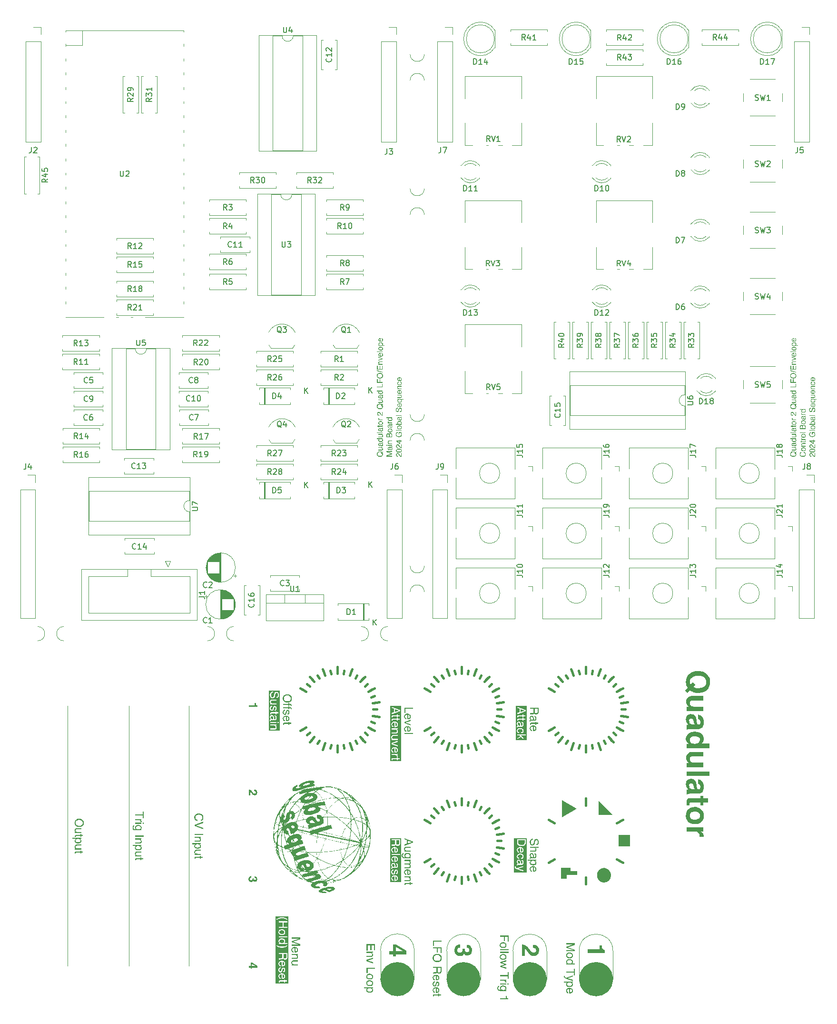
<source format=gbr>
%TF.GenerationSoftware,KiCad,Pcbnew,8.0.5*%
%TF.CreationDate,2024-12-01T23:02:52-05:00*%
%TF.ProjectId,2024.11.21_quadulator_2.0,32303234-2e31-4312-9e32-315f71756164,rev?*%
%TF.SameCoordinates,Original*%
%TF.FileFunction,Legend,Top*%
%TF.FilePolarity,Positive*%
%FSLAX46Y46*%
G04 Gerber Fmt 4.6, Leading zero omitted, Abs format (unit mm)*
G04 Created by KiCad (PCBNEW 8.0.5) date 2024-12-01 23:02:52*
%MOMM*%
%LPD*%
G01*
G04 APERTURE LIST*
%ADD10C,0.150000*%
%ADD11C,0.100000*%
%ADD12C,0.400000*%
%ADD13C,0.600000*%
%ADD14C,0.800000*%
%ADD15C,3.025000*%
%ADD16C,0.050000*%
%ADD17C,0.300000*%
%ADD18C,3.050000*%
%ADD19C,0.000000*%
%ADD20C,0.080008*%
%ADD21C,0.120000*%
G04 APERTURE END LIST*
D10*
G36*
X139019187Y-76869660D02*
G01*
X139073028Y-76874919D01*
X139125670Y-76883965D01*
X139160100Y-76892100D01*
X139210404Y-76907415D01*
X139257084Y-76926252D01*
X139306964Y-76952677D01*
X139351912Y-76983894D01*
X139386513Y-77014465D01*
X139495934Y-76876468D01*
X139586304Y-76944856D01*
X139461496Y-77099950D01*
X139484286Y-77146967D01*
X139501746Y-77193157D01*
X139510344Y-77221339D01*
X139521507Y-77271932D01*
X139527214Y-77321265D01*
X139528663Y-77363733D01*
X139526232Y-77420588D01*
X139518939Y-77474283D01*
X139506784Y-77524818D01*
X139489767Y-77572194D01*
X139467888Y-77616409D01*
X139441147Y-77657465D01*
X139409545Y-77695361D01*
X139373080Y-77730097D01*
X139323821Y-77763801D01*
X139270841Y-77791792D01*
X139214141Y-77814071D01*
X139166101Y-77827781D01*
X139115680Y-77837835D01*
X139062878Y-77844233D01*
X139007694Y-77846975D01*
X138993527Y-77847089D01*
X138942682Y-77845509D01*
X138893708Y-77840769D01*
X138835119Y-77830401D01*
X138779452Y-77815095D01*
X138726708Y-77794852D01*
X138676885Y-77769672D01*
X138639130Y-77745973D01*
X138594823Y-77711546D01*
X138556423Y-77673234D01*
X138523931Y-77631037D01*
X138497347Y-77584955D01*
X138476670Y-77534989D01*
X138461901Y-77481137D01*
X138453040Y-77423400D01*
X138450086Y-77361779D01*
X138450426Y-77353719D01*
X138575139Y-77353719D01*
X138577703Y-77402900D01*
X138587549Y-77457557D01*
X138604779Y-77507457D01*
X138629394Y-77552600D01*
X138661394Y-77592986D01*
X138680163Y-77611395D01*
X138723431Y-77643683D01*
X138774651Y-77669292D01*
X138823407Y-77685529D01*
X138877686Y-77697127D01*
X138937486Y-77704086D01*
X138989302Y-77706312D01*
X139002808Y-77706405D01*
X139058304Y-77704175D01*
X139110151Y-77697485D01*
X139158348Y-77686334D01*
X139211368Y-77667065D01*
X139259132Y-77641374D01*
X139294922Y-77615058D01*
X139331859Y-77577815D01*
X139361154Y-77534596D01*
X139382807Y-77485400D01*
X139396817Y-77430228D01*
X139402655Y-77379686D01*
X139403610Y-77347368D01*
X139401607Y-77296440D01*
X139398481Y-77267989D01*
X139385584Y-77219894D01*
X139377721Y-77203753D01*
X139297365Y-77313907D01*
X139202110Y-77245519D01*
X139306157Y-77114361D01*
X139264257Y-77082495D01*
X139219612Y-77056967D01*
X139172225Y-77037776D01*
X139144713Y-77029853D01*
X139095028Y-77019108D01*
X139046542Y-77011881D01*
X138994072Y-77007974D01*
X138973499Y-77007626D01*
X138919110Y-77009892D01*
X138868145Y-77016690D01*
X138820602Y-77028020D01*
X138768069Y-77047597D01*
X138720465Y-77073701D01*
X138684559Y-77100439D01*
X138647373Y-77137547D01*
X138617881Y-77179447D01*
X138596082Y-77226139D01*
X138581977Y-77277622D01*
X138575566Y-77333896D01*
X138575139Y-77353719D01*
X138450426Y-77353719D01*
X138452800Y-77297443D01*
X138460940Y-77237428D01*
X138474507Y-77181733D01*
X138493500Y-77130358D01*
X138517921Y-77083304D01*
X138547768Y-77040569D01*
X138583042Y-77002154D01*
X138623743Y-76968059D01*
X138667946Y-76939281D01*
X138715835Y-76915380D01*
X138767408Y-76896357D01*
X138822667Y-76882212D01*
X138881611Y-76872944D01*
X138931419Y-76869042D01*
X138970323Y-76868164D01*
X139019187Y-76869660D01*
G37*
G36*
X138747085Y-76600229D02*
G01*
X139254866Y-76600229D01*
X139305098Y-76596312D01*
X139350610Y-76582400D01*
X139392432Y-76549850D01*
X139414952Y-76501296D01*
X139419242Y-76460034D01*
X139413492Y-76407755D01*
X139392838Y-76357624D01*
X139357163Y-76317751D01*
X139313626Y-76291277D01*
X139299074Y-76285156D01*
X139249255Y-76270694D01*
X139200080Y-76263327D01*
X139150010Y-76260152D01*
X139122731Y-76259755D01*
X138747085Y-76259755D01*
X138747085Y-76136656D01*
X139497400Y-76136656D01*
X139497400Y-76252916D01*
X139399214Y-76251451D01*
X139440386Y-76280191D01*
X139470533Y-76311046D01*
X139498633Y-76353009D01*
X139517536Y-76399763D01*
X139527243Y-76451309D01*
X139528663Y-76482016D01*
X139524842Y-76537214D01*
X139513378Y-76585388D01*
X139490346Y-76632713D01*
X139456911Y-76670479D01*
X139419975Y-76695240D01*
X139370733Y-76713993D01*
X139321355Y-76723009D01*
X139270429Y-76725984D01*
X139264392Y-76726014D01*
X138747085Y-76726014D01*
X138747085Y-76600229D01*
G37*
G36*
X139526220Y-75330167D02*
G01*
X139528663Y-75370955D01*
X139519172Y-75420002D01*
X139487942Y-75457612D01*
X139479081Y-75463279D01*
X139432537Y-75479829D01*
X139404587Y-75484528D01*
X139443133Y-75520490D01*
X139474920Y-75563275D01*
X139491782Y-75592483D01*
X139511231Y-75637854D01*
X139523476Y-75686040D01*
X139528519Y-75737040D01*
X139528663Y-75747578D01*
X139523504Y-75801931D01*
X139508029Y-75850411D01*
X139482237Y-75893018D01*
X139463450Y-75914151D01*
X139424198Y-75945321D01*
X139379807Y-75966289D01*
X139330277Y-75977057D01*
X139300540Y-75978631D01*
X139249844Y-75974662D01*
X139200074Y-75960709D01*
X139153792Y-75933423D01*
X139134210Y-75915128D01*
X139104556Y-75876259D01*
X139082089Y-75831091D01*
X139066809Y-75779624D01*
X139061426Y-75748310D01*
X139035048Y-75552183D01*
X139014635Y-75507245D01*
X138997190Y-75495519D01*
X138971184Y-75490634D01*
X139111007Y-75490634D01*
X139131199Y-75535855D01*
X139134943Y-75548764D01*
X139145847Y-75597103D01*
X139149353Y-75618617D01*
X139160344Y-75693111D01*
X139170450Y-75741964D01*
X139188408Y-75789182D01*
X139190875Y-75793495D01*
X139224912Y-75830183D01*
X139272251Y-75848167D01*
X139298586Y-75850160D01*
X139348656Y-75840451D01*
X139387002Y-75811325D01*
X139411182Y-75768705D01*
X139419242Y-75719001D01*
X139414163Y-75666899D01*
X139398926Y-75616168D01*
X139388467Y-75593216D01*
X139358685Y-75548336D01*
X139320140Y-75516280D01*
X139272833Y-75497045D01*
X139224252Y-75490734D01*
X139216764Y-75490634D01*
X139111007Y-75490634D01*
X138971184Y-75490634D01*
X138952982Y-75487215D01*
X138904883Y-75497089D01*
X138867497Y-75532155D01*
X138849298Y-75578651D01*
X138841811Y-75630263D01*
X138840875Y-75660139D01*
X138844623Y-75709963D01*
X138859384Y-75758790D01*
X138888258Y-75796915D01*
X138933498Y-75819675D01*
X138965927Y-75826224D01*
X138965927Y-75941262D01*
X138912260Y-75935886D01*
X138860286Y-75920239D01*
X138818295Y-75894456D01*
X138782989Y-75853335D01*
X138760443Y-75809402D01*
X138744338Y-75762110D01*
X138734675Y-75711460D01*
X138731454Y-75657452D01*
X138733932Y-75603251D01*
X138741365Y-75553701D01*
X138755928Y-75502769D01*
X138776963Y-75457912D01*
X138783233Y-75447647D01*
X138816706Y-75408922D01*
X138858873Y-75382870D01*
X138909734Y-75369492D01*
X138941747Y-75367536D01*
X139375034Y-75367536D01*
X139407030Y-75359720D01*
X139419242Y-75326503D01*
X139418265Y-75308185D01*
X139414845Y-75286203D01*
X139514496Y-75286203D01*
X139526220Y-75330167D01*
G37*
G36*
X139497400Y-74679992D02*
G01*
X139397993Y-74679992D01*
X139440982Y-74711421D01*
X139474909Y-74746603D01*
X139497888Y-74781841D01*
X139516641Y-74828358D01*
X139526739Y-74879615D01*
X139528663Y-74916419D01*
X139523579Y-74968388D01*
X139508327Y-75017225D01*
X139482906Y-75062929D01*
X139447318Y-75105501D01*
X139422417Y-75128422D01*
X139380019Y-75158802D01*
X139332692Y-75182896D01*
X139280436Y-75200704D01*
X139223252Y-75212228D01*
X139171834Y-75217029D01*
X139139339Y-75217815D01*
X139088746Y-75215823D01*
X139030883Y-75208175D01*
X138976129Y-75194792D01*
X138924483Y-75175672D01*
X138875946Y-75150816D01*
X138852843Y-75136238D01*
X138811589Y-75103099D01*
X138778871Y-75065049D01*
X138754688Y-75022087D01*
X138739041Y-74974213D01*
X138731928Y-74921428D01*
X138731454Y-74902742D01*
X138733093Y-74879539D01*
X138840875Y-74879539D01*
X138846729Y-74928983D01*
X138866965Y-74977440D01*
X138901655Y-75019076D01*
X138914880Y-75030236D01*
X138961897Y-75058100D01*
X139012966Y-75075212D01*
X139064815Y-75084275D01*
X139114577Y-75087652D01*
X139132256Y-75087878D01*
X139183791Y-75085493D01*
X139238051Y-75076930D01*
X139287365Y-75062138D01*
X139331734Y-75041118D01*
X139336932Y-75038052D01*
X139376720Y-75005253D01*
X139403487Y-74962910D01*
X139417232Y-74911023D01*
X139419242Y-74878073D01*
X139411800Y-74827626D01*
X139389475Y-74783143D01*
X139352266Y-74744622D01*
X139343038Y-74737633D01*
X139294781Y-74711068D01*
X139243063Y-74694754D01*
X139190997Y-74686113D01*
X139141309Y-74682893D01*
X139123708Y-74682679D01*
X139072222Y-74684671D01*
X139018841Y-74692031D01*
X138966649Y-74707082D01*
X138919174Y-74732481D01*
X138910240Y-74739343D01*
X138873661Y-74777382D01*
X138850629Y-74820668D01*
X138841146Y-74869202D01*
X138840875Y-74879539D01*
X138733093Y-74879539D01*
X138734984Y-74852772D01*
X138747022Y-74804031D01*
X138767602Y-74761813D01*
X138801124Y-74722134D01*
X138840875Y-74687319D01*
X138481349Y-74687319D01*
X138481349Y-74569106D01*
X139497400Y-74569106D01*
X139497400Y-74679992D01*
G37*
G36*
X138747085Y-74264291D02*
G01*
X139254866Y-74264291D01*
X139305098Y-74260373D01*
X139350610Y-74246461D01*
X139392432Y-74213912D01*
X139414952Y-74165357D01*
X139419242Y-74124095D01*
X139413492Y-74071816D01*
X139392838Y-74021685D01*
X139357163Y-73981812D01*
X139313626Y-73955339D01*
X139299074Y-73949218D01*
X139249255Y-73934756D01*
X139200080Y-73927388D01*
X139150010Y-73924213D01*
X139122731Y-73923816D01*
X138747085Y-73923816D01*
X138747085Y-73800718D01*
X139497400Y-73800718D01*
X139497400Y-73916977D01*
X139399214Y-73915512D01*
X139440386Y-73944253D01*
X139470533Y-73975107D01*
X139498633Y-74017070D01*
X139517536Y-74063825D01*
X139527243Y-74115370D01*
X139528663Y-74146077D01*
X139524842Y-74201275D01*
X139513378Y-74249449D01*
X139490346Y-74296775D01*
X139456911Y-74334540D01*
X139419975Y-74359301D01*
X139370733Y-74378055D01*
X139321355Y-74387071D01*
X139270429Y-74390046D01*
X139264392Y-74390076D01*
X138747085Y-74390076D01*
X138747085Y-74264291D01*
G37*
G36*
X138481349Y-73605324D02*
G01*
X138481349Y-73482225D01*
X139497400Y-73482225D01*
X139497400Y-73605324D01*
X138481349Y-73605324D01*
G37*
G36*
X139526220Y-72683551D02*
G01*
X139528663Y-72724340D01*
X139519172Y-72773387D01*
X139487942Y-72810996D01*
X139479081Y-72816663D01*
X139432537Y-72833214D01*
X139404587Y-72837913D01*
X139443133Y-72873875D01*
X139474920Y-72916659D01*
X139491782Y-72945868D01*
X139511231Y-72991239D01*
X139523476Y-73039424D01*
X139528519Y-73090424D01*
X139528663Y-73100962D01*
X139523504Y-73155316D01*
X139508029Y-73203796D01*
X139482237Y-73246403D01*
X139463450Y-73267536D01*
X139424198Y-73298705D01*
X139379807Y-73319674D01*
X139330277Y-73330442D01*
X139300540Y-73332016D01*
X139249844Y-73328047D01*
X139200074Y-73314094D01*
X139153792Y-73286807D01*
X139134210Y-73268513D01*
X139104556Y-73229643D01*
X139082089Y-73184475D01*
X139066809Y-73133009D01*
X139061426Y-73101695D01*
X139035048Y-72905568D01*
X139014635Y-72860629D01*
X138997190Y-72848903D01*
X138971189Y-72844019D01*
X139111007Y-72844019D01*
X139131199Y-72889240D01*
X139134943Y-72902148D01*
X139145847Y-72950488D01*
X139149353Y-72972002D01*
X139160344Y-73046496D01*
X139170450Y-73095348D01*
X139188408Y-73142566D01*
X139190875Y-73146880D01*
X139224912Y-73183568D01*
X139272251Y-73201552D01*
X139298586Y-73203544D01*
X139348656Y-73193835D01*
X139387002Y-73164709D01*
X139411182Y-73122089D01*
X139419242Y-73072386D01*
X139414163Y-73020284D01*
X139398926Y-72969553D01*
X139388467Y-72946601D01*
X139358685Y-72901721D01*
X139320140Y-72869664D01*
X139272833Y-72850430D01*
X139224252Y-72844119D01*
X139216764Y-72844019D01*
X139111007Y-72844019D01*
X138971189Y-72844019D01*
X138952982Y-72840599D01*
X138904883Y-72850474D01*
X138867497Y-72885540D01*
X138849298Y-72932036D01*
X138841811Y-72983647D01*
X138840875Y-73013523D01*
X138844623Y-73063347D01*
X138859384Y-73112174D01*
X138888258Y-73150299D01*
X138933498Y-73173060D01*
X138965927Y-73179608D01*
X138965927Y-73294647D01*
X138912260Y-73289270D01*
X138860286Y-73273624D01*
X138818295Y-73247841D01*
X138782989Y-73206719D01*
X138760443Y-73162786D01*
X138744338Y-73115495D01*
X138734675Y-73064845D01*
X138731454Y-73010836D01*
X138733932Y-72956635D01*
X138741365Y-72907086D01*
X138755928Y-72856153D01*
X138776963Y-72811297D01*
X138783233Y-72801032D01*
X138816706Y-72762306D01*
X138858873Y-72736254D01*
X138909734Y-72722876D01*
X138941747Y-72720920D01*
X139375034Y-72720920D01*
X139407030Y-72713104D01*
X139419242Y-72679887D01*
X139418265Y-72661569D01*
X139414845Y-72639587D01*
X139514496Y-72639587D01*
X139526220Y-72683551D01*
G37*
G36*
X138543875Y-72494751D02*
G01*
X138543875Y-72370187D01*
X138747085Y-72370187D01*
X138747085Y-72253439D01*
X138856506Y-72253439D01*
X138856506Y-72370187D01*
X139329849Y-72370187D01*
X139375998Y-72351756D01*
X139380651Y-72344298D01*
X139387979Y-72296426D01*
X139387979Y-72277375D01*
X139387979Y-72253439D01*
X139497400Y-72253439D01*
X139509367Y-72297647D01*
X139513031Y-72346984D01*
X139507721Y-72399708D01*
X139487752Y-72445124D01*
X139468090Y-72463977D01*
X139423578Y-72485014D01*
X139372952Y-72494000D01*
X139351098Y-72494751D01*
X138856506Y-72494751D01*
X138856506Y-72593914D01*
X138747085Y-72593914D01*
X138747085Y-72494751D01*
X138543875Y-72494751D01*
G37*
G36*
X139166521Y-71500345D02*
G01*
X139218481Y-71506660D01*
X139267376Y-71517185D01*
X139322004Y-71535371D01*
X139372219Y-71559620D01*
X139410693Y-71584458D01*
X139450784Y-71620047D01*
X139482581Y-71662334D01*
X139506083Y-71711318D01*
X139521290Y-71766999D01*
X139527626Y-71818517D01*
X139528663Y-71851660D01*
X139524996Y-71906082D01*
X139513997Y-71956142D01*
X139495664Y-72001841D01*
X139465008Y-72049642D01*
X139430787Y-72085889D01*
X139424371Y-72091506D01*
X139382654Y-72121720D01*
X139335905Y-72145683D01*
X139284125Y-72163394D01*
X139227313Y-72174854D01*
X139176125Y-72179629D01*
X139143736Y-72180411D01*
X139086620Y-72178127D01*
X139033273Y-72171276D01*
X138983695Y-72159856D01*
X138929175Y-72140124D01*
X138880082Y-72113815D01*
X138843317Y-72086866D01*
X138805301Y-72049445D01*
X138775151Y-72007525D01*
X138752865Y-71961106D01*
X138738445Y-71910187D01*
X138731891Y-71854768D01*
X138731531Y-71838715D01*
X138840875Y-71838715D01*
X138846370Y-71891181D01*
X138865690Y-71941046D01*
X138898921Y-71981213D01*
X138928802Y-72002602D01*
X138975025Y-72025042D01*
X139025767Y-72041070D01*
X139073872Y-72049836D01*
X139125437Y-72053693D01*
X139140805Y-72053893D01*
X139191153Y-72051439D01*
X139244027Y-72042623D01*
X139291926Y-72027396D01*
X139339863Y-72002602D01*
X139378235Y-71968998D01*
X139404048Y-71925889D01*
X139417304Y-71873274D01*
X139419242Y-71839936D01*
X139414719Y-71790083D01*
X139398473Y-71742123D01*
X139366073Y-71699665D01*
X139324720Y-71672141D01*
X139276131Y-71652266D01*
X139224886Y-71638070D01*
X139170984Y-71629552D01*
X139121642Y-71626757D01*
X139114427Y-71626712D01*
X139064494Y-71628758D01*
X139014196Y-71635949D01*
X138965605Y-71650012D01*
X138944189Y-71659441D01*
X138898989Y-71690154D01*
X138866703Y-71730271D01*
X138847332Y-71779791D01*
X138840976Y-71830835D01*
X138840875Y-71838715D01*
X138731531Y-71838715D01*
X138731454Y-71835296D01*
X138734846Y-71783718D01*
X138745021Y-71735232D01*
X138765465Y-71682572D01*
X138795143Y-71634120D01*
X138827930Y-71595938D01*
X138867294Y-71562736D01*
X138913029Y-71536403D01*
X138965136Y-71516940D01*
X139013425Y-71505969D01*
X139066139Y-71499767D01*
X139111496Y-71498241D01*
X139166521Y-71500345D01*
G37*
G36*
X138747085Y-71348520D02*
G01*
X138747085Y-71231527D01*
X138866520Y-71231527D01*
X138825137Y-71204498D01*
X138787723Y-71168015D01*
X138781524Y-71161185D01*
X138753017Y-71120544D01*
X138735415Y-71071600D01*
X138731454Y-71031737D01*
X138731454Y-71020257D01*
X138731454Y-70992169D01*
X138856506Y-70992169D01*
X138856506Y-71012442D01*
X138856506Y-71032469D01*
X138861298Y-71081413D01*
X138877860Y-71127820D01*
X138909744Y-71169169D01*
X138917078Y-71175596D01*
X138961146Y-71203963D01*
X139010063Y-71220555D01*
X139058739Y-71225421D01*
X139497400Y-71225421D01*
X139497400Y-71348520D01*
X138747085Y-71348520D01*
G37*
G36*
X139497400Y-70543495D02*
G01*
X139446055Y-70538657D01*
X139396955Y-70530125D01*
X139343588Y-70515852D01*
X139293151Y-70496755D01*
X139281000Y-70491227D01*
X139233755Y-70463109D01*
X139194243Y-70429639D01*
X139156437Y-70387895D01*
X139125391Y-70345529D01*
X139105390Y-70313907D01*
X139026988Y-70182504D01*
X138998626Y-70137062D01*
X138970195Y-70096313D01*
X138938083Y-70058673D01*
X138897054Y-70026829D01*
X138847950Y-70007166D01*
X138808146Y-70002742D01*
X138758153Y-70007750D01*
X138711094Y-70024831D01*
X138672347Y-70054033D01*
X138641687Y-70097309D01*
X138626013Y-70145428D01*
X138622033Y-70190809D01*
X138626544Y-70242420D01*
X138642748Y-70292246D01*
X138670737Y-70332302D01*
X138710511Y-70362588D01*
X138716311Y-70365686D01*
X138763839Y-70383051D01*
X138814130Y-70391698D01*
X138856506Y-70394507D01*
X138856506Y-70519559D01*
X138803898Y-70516636D01*
X138749184Y-70508229D01*
X138700240Y-70494417D01*
X138652075Y-70472421D01*
X138611898Y-70444404D01*
X138572674Y-70402913D01*
X138543256Y-70352836D01*
X138526232Y-70304546D01*
X138516017Y-70250292D01*
X138512612Y-70190076D01*
X138514831Y-70139706D01*
X138523349Y-70085117D01*
X138538255Y-70036917D01*
X138563720Y-69988759D01*
X138597881Y-69949295D01*
X138603471Y-69944368D01*
X138644108Y-69914104D01*
X138692983Y-69888619D01*
X138744453Y-69872842D01*
X138798519Y-69866774D01*
X138805460Y-69866698D01*
X138855221Y-69870660D01*
X138908084Y-69884891D01*
X138956674Y-69909472D01*
X138995683Y-69939470D01*
X139006227Y-69949497D01*
X139038694Y-69986810D01*
X139067897Y-70027309D01*
X139095803Y-70070509D01*
X139121471Y-70113305D01*
X139125906Y-70120955D01*
X139179395Y-70214744D01*
X139205157Y-70257377D01*
X139234487Y-70299054D01*
X139251935Y-70320013D01*
X139287482Y-70354364D01*
X139329471Y-70383196D01*
X139378689Y-70403561D01*
X139387979Y-70405987D01*
X139387979Y-69871583D01*
X139497400Y-69871583D01*
X139497400Y-70543495D01*
G37*
G36*
X139019187Y-68387594D02*
G01*
X139073028Y-68392853D01*
X139125670Y-68401900D01*
X139160100Y-68410034D01*
X139210404Y-68425350D01*
X139257084Y-68444186D01*
X139306964Y-68470611D01*
X139351912Y-68501828D01*
X139386513Y-68532400D01*
X139495934Y-68394402D01*
X139586304Y-68462790D01*
X139461496Y-68617885D01*
X139484286Y-68664901D01*
X139501746Y-68711092D01*
X139510344Y-68739273D01*
X139521507Y-68789866D01*
X139527214Y-68839199D01*
X139528663Y-68881667D01*
X139526232Y-68938522D01*
X139518939Y-68992217D01*
X139506784Y-69042753D01*
X139489767Y-69090128D01*
X139467888Y-69134344D01*
X139441147Y-69175399D01*
X139409545Y-69213295D01*
X139373080Y-69248031D01*
X139323821Y-69281735D01*
X139270841Y-69309726D01*
X139214141Y-69332005D01*
X139166101Y-69345715D01*
X139115680Y-69355769D01*
X139062878Y-69362167D01*
X139007694Y-69364909D01*
X138993527Y-69365024D01*
X138942682Y-69363444D01*
X138893708Y-69358704D01*
X138835119Y-69348335D01*
X138779452Y-69333030D01*
X138726708Y-69312787D01*
X138676885Y-69287606D01*
X138639130Y-69263907D01*
X138594823Y-69229480D01*
X138556423Y-69191168D01*
X138523931Y-69148972D01*
X138497347Y-69102890D01*
X138476670Y-69052923D01*
X138461901Y-68999071D01*
X138453040Y-68941335D01*
X138450086Y-68879713D01*
X138450426Y-68871653D01*
X138575139Y-68871653D01*
X138577703Y-68920834D01*
X138587549Y-68975491D01*
X138604779Y-69025391D01*
X138629394Y-69070534D01*
X138661394Y-69110920D01*
X138680163Y-69129329D01*
X138723431Y-69161618D01*
X138774651Y-69187226D01*
X138823407Y-69203463D01*
X138877686Y-69215061D01*
X138937486Y-69222020D01*
X138989302Y-69224247D01*
X139002808Y-69224340D01*
X139058304Y-69222109D01*
X139110151Y-69215419D01*
X139158348Y-69204268D01*
X139211368Y-69185000D01*
X139259132Y-69159309D01*
X139294922Y-69132993D01*
X139331859Y-69095750D01*
X139361154Y-69052530D01*
X139382807Y-69003334D01*
X139396817Y-68948162D01*
X139402655Y-68897620D01*
X139403610Y-68865303D01*
X139401607Y-68814374D01*
X139398481Y-68785924D01*
X139385584Y-68737829D01*
X139377721Y-68721688D01*
X139297365Y-68831841D01*
X139202110Y-68763453D01*
X139306157Y-68632295D01*
X139264257Y-68600430D01*
X139219612Y-68574902D01*
X139172225Y-68555711D01*
X139144713Y-68547787D01*
X139095028Y-68537043D01*
X139046542Y-68529815D01*
X138994072Y-68525908D01*
X138973499Y-68525561D01*
X138919110Y-68527827D01*
X138868145Y-68534625D01*
X138820602Y-68545954D01*
X138768069Y-68565532D01*
X138720465Y-68591635D01*
X138684559Y-68618373D01*
X138647373Y-68655482D01*
X138617881Y-68697382D01*
X138596082Y-68744073D01*
X138581977Y-68795556D01*
X138575566Y-68851830D01*
X138575139Y-68871653D01*
X138450426Y-68871653D01*
X138452800Y-68815378D01*
X138460940Y-68755363D01*
X138474507Y-68699668D01*
X138493500Y-68648293D01*
X138517921Y-68601238D01*
X138547768Y-68558503D01*
X138583042Y-68520088D01*
X138623743Y-68485993D01*
X138667946Y-68457215D01*
X138715835Y-68433314D01*
X138767408Y-68414291D01*
X138822667Y-68400146D01*
X138881611Y-68390878D01*
X138931419Y-68386976D01*
X138970323Y-68386098D01*
X139019187Y-68387594D01*
G37*
G36*
X138747085Y-68118164D02*
G01*
X139254866Y-68118164D01*
X139305098Y-68114246D01*
X139350610Y-68100334D01*
X139392432Y-68067785D01*
X139414952Y-68019230D01*
X139419242Y-67977968D01*
X139413492Y-67925689D01*
X139392838Y-67875558D01*
X139357163Y-67835685D01*
X139313626Y-67809212D01*
X139299074Y-67803090D01*
X139249255Y-67788629D01*
X139200080Y-67781261D01*
X139150010Y-67778086D01*
X139122731Y-67777689D01*
X138747085Y-67777689D01*
X138747085Y-67654591D01*
X139497400Y-67654591D01*
X139497400Y-67770850D01*
X139399214Y-67769385D01*
X139440386Y-67798125D01*
X139470533Y-67828980D01*
X139498633Y-67870943D01*
X139517536Y-67917698D01*
X139527243Y-67969243D01*
X139528663Y-67999950D01*
X139524842Y-68055148D01*
X139513378Y-68103322D01*
X139490346Y-68150648D01*
X139456911Y-68188413D01*
X139419975Y-68213174D01*
X139370733Y-68231928D01*
X139321355Y-68240944D01*
X139270429Y-68243919D01*
X139264392Y-68243949D01*
X138747085Y-68243949D01*
X138747085Y-68118164D01*
G37*
G36*
X139526220Y-66848101D02*
G01*
X139528663Y-66888890D01*
X139519172Y-66937937D01*
X139487942Y-66975546D01*
X139479081Y-66981213D01*
X139432537Y-66997764D01*
X139404587Y-67002462D01*
X139443133Y-67038425D01*
X139474920Y-67081209D01*
X139491782Y-67110418D01*
X139511231Y-67155789D01*
X139523476Y-67203974D01*
X139528519Y-67254974D01*
X139528663Y-67265512D01*
X139523504Y-67319866D01*
X139508029Y-67368346D01*
X139482237Y-67410953D01*
X139463450Y-67432086D01*
X139424198Y-67463255D01*
X139379807Y-67484224D01*
X139330277Y-67494992D01*
X139300540Y-67496566D01*
X139249844Y-67492597D01*
X139200074Y-67478643D01*
X139153792Y-67451357D01*
X139134210Y-67433063D01*
X139104556Y-67394193D01*
X139082089Y-67349025D01*
X139066809Y-67297559D01*
X139061426Y-67266245D01*
X139035048Y-67070118D01*
X139014635Y-67025179D01*
X138997190Y-67013453D01*
X138971189Y-67008569D01*
X139111007Y-67008569D01*
X139131199Y-67053790D01*
X139134943Y-67066698D01*
X139145847Y-67115037D01*
X139149353Y-67136552D01*
X139160344Y-67211046D01*
X139170450Y-67259898D01*
X139188408Y-67307116D01*
X139190875Y-67311430D01*
X139224912Y-67348118D01*
X139272251Y-67366102D01*
X139298586Y-67368094D01*
X139348656Y-67358385D01*
X139387002Y-67329259D01*
X139411182Y-67286639D01*
X139419242Y-67236936D01*
X139414163Y-67184834D01*
X139398926Y-67134103D01*
X139388467Y-67111151D01*
X139358685Y-67066271D01*
X139320140Y-67034214D01*
X139272833Y-67014980D01*
X139224252Y-67008669D01*
X139216764Y-67008569D01*
X139111007Y-67008569D01*
X138971189Y-67008569D01*
X138952982Y-67005149D01*
X138904883Y-67015024D01*
X138867497Y-67050090D01*
X138849298Y-67096586D01*
X138841811Y-67148197D01*
X138840875Y-67178073D01*
X138844623Y-67227897D01*
X138859384Y-67276724D01*
X138888258Y-67314849D01*
X138933498Y-67337609D01*
X138965927Y-67344158D01*
X138965927Y-67459197D01*
X138912260Y-67453820D01*
X138860286Y-67438174D01*
X138818295Y-67412391D01*
X138782989Y-67371269D01*
X138760443Y-67327336D01*
X138744338Y-67280044D01*
X138734675Y-67229395D01*
X138731454Y-67175386D01*
X138733932Y-67121185D01*
X138741365Y-67071636D01*
X138755928Y-67020703D01*
X138776963Y-66975847D01*
X138783233Y-66965582D01*
X138816706Y-66926856D01*
X138858873Y-66900804D01*
X138909734Y-66887426D01*
X138941747Y-66885470D01*
X139375034Y-66885470D01*
X139407030Y-66877654D01*
X139419242Y-66844437D01*
X139418265Y-66826119D01*
X139414845Y-66804137D01*
X139514496Y-66804137D01*
X139526220Y-66848101D01*
G37*
G36*
X139497400Y-66197927D02*
G01*
X139397993Y-66197927D01*
X139440982Y-66229356D01*
X139474909Y-66264537D01*
X139497888Y-66299776D01*
X139516641Y-66346293D01*
X139526739Y-66397549D01*
X139528663Y-66434354D01*
X139523579Y-66486322D01*
X139508327Y-66535159D01*
X139482906Y-66580864D01*
X139447318Y-66623436D01*
X139422417Y-66646356D01*
X139380019Y-66676736D01*
X139332692Y-66700830D01*
X139280436Y-66718639D01*
X139223252Y-66730162D01*
X139171834Y-66734964D01*
X139139339Y-66735749D01*
X139088746Y-66733758D01*
X139030883Y-66726110D01*
X138976129Y-66712726D01*
X138924483Y-66693606D01*
X138875946Y-66668751D01*
X138852843Y-66654172D01*
X138811589Y-66621033D01*
X138778871Y-66582983D01*
X138754688Y-66540021D01*
X138739041Y-66492148D01*
X138731928Y-66439362D01*
X138731454Y-66420676D01*
X138733093Y-66397473D01*
X138840875Y-66397473D01*
X138846729Y-66446917D01*
X138866965Y-66495374D01*
X138901655Y-66537010D01*
X138914880Y-66548171D01*
X138961897Y-66576034D01*
X139012966Y-66593147D01*
X139064815Y-66602209D01*
X139114577Y-66605587D01*
X139132256Y-66605812D01*
X139183791Y-66603428D01*
X139238051Y-66594864D01*
X139287365Y-66580072D01*
X139331734Y-66559052D01*
X139336932Y-66555987D01*
X139376720Y-66523188D01*
X139403487Y-66480845D01*
X139417232Y-66428958D01*
X139419242Y-66396007D01*
X139411800Y-66345561D01*
X139389475Y-66301077D01*
X139352266Y-66262556D01*
X139343038Y-66255568D01*
X139294781Y-66229003D01*
X139243063Y-66212688D01*
X139190997Y-66204048D01*
X139141309Y-66200828D01*
X139123708Y-66200613D01*
X139072222Y-66202605D01*
X139018841Y-66209965D01*
X138966649Y-66225016D01*
X138919174Y-66250416D01*
X138910240Y-66257278D01*
X138873661Y-66295316D01*
X138850629Y-66338603D01*
X138841146Y-66387136D01*
X138840875Y-66397473D01*
X138733093Y-66397473D01*
X138734984Y-66370706D01*
X138747022Y-66321966D01*
X138767602Y-66279748D01*
X138801124Y-66240069D01*
X138840875Y-66205254D01*
X138481349Y-66205254D01*
X138481349Y-66087040D01*
X139497400Y-66087040D01*
X139497400Y-66197927D01*
G37*
G36*
X138481349Y-65499880D02*
G01*
X138481349Y-65363837D01*
X139372347Y-65363837D01*
X139372347Y-64855324D01*
X139497400Y-64855324D01*
X139497400Y-65499880D01*
X138481349Y-65499880D01*
G37*
G36*
X138481349Y-64708289D02*
G01*
X138481349Y-64011709D01*
X138606402Y-64011709D01*
X138606402Y-64572246D01*
X138919032Y-64572246D01*
X138919032Y-64079364D01*
X139044085Y-64079364D01*
X139044085Y-64572246D01*
X139497400Y-64572246D01*
X139497400Y-64708289D01*
X138481349Y-64708289D01*
G37*
G36*
X139026518Y-62941265D02*
G01*
X139080065Y-62946612D01*
X139131207Y-62955523D01*
X139179945Y-62967998D01*
X139226278Y-62984038D01*
X139280815Y-63009100D01*
X139331594Y-63039732D01*
X139350854Y-63053544D01*
X139392528Y-63088849D01*
X139428645Y-63127718D01*
X139459206Y-63170151D01*
X139484210Y-63216149D01*
X139503658Y-63265711D01*
X139517550Y-63318838D01*
X139525884Y-63375529D01*
X139528663Y-63435784D01*
X139526232Y-63492181D01*
X139518939Y-63545480D01*
X139506784Y-63595679D01*
X139489767Y-63642780D01*
X139467888Y-63686782D01*
X139441147Y-63727685D01*
X139409545Y-63765489D01*
X139373080Y-63800194D01*
X139324207Y-63834250D01*
X139271471Y-63862534D01*
X139214871Y-63885045D01*
X139166808Y-63898898D01*
X139116273Y-63909057D01*
X139063265Y-63915522D01*
X139007783Y-63918293D01*
X138993527Y-63918408D01*
X138942682Y-63916828D01*
X138893708Y-63912088D01*
X138835119Y-63901720D01*
X138779452Y-63886414D01*
X138726708Y-63866171D01*
X138676885Y-63840991D01*
X138639130Y-63817291D01*
X138594823Y-63782865D01*
X138556423Y-63744553D01*
X138523931Y-63702356D01*
X138497347Y-63656274D01*
X138476670Y-63606308D01*
X138461901Y-63552456D01*
X138453040Y-63494719D01*
X138450086Y-63433097D01*
X138450426Y-63425037D01*
X138575139Y-63425037D01*
X138578951Y-63481455D01*
X138590388Y-63533836D01*
X138609451Y-63582182D01*
X138636138Y-63626492D01*
X138670450Y-63666766D01*
X138683582Y-63679294D01*
X138727772Y-63712745D01*
X138779192Y-63739275D01*
X138827565Y-63756096D01*
X138880958Y-63768112D01*
X138939373Y-63775321D01*
X138989719Y-63777628D01*
X139002808Y-63777724D01*
X139054331Y-63775667D01*
X139103267Y-63769495D01*
X139158574Y-63756658D01*
X139210154Y-63737896D01*
X139258007Y-63713210D01*
X139287839Y-63693460D01*
X139327183Y-63658078D01*
X139358387Y-63615310D01*
X139381451Y-63565158D01*
X139394453Y-63517724D01*
X139401801Y-63465162D01*
X139403610Y-63419420D01*
X139400426Y-63365671D01*
X139390873Y-63316776D01*
X139371004Y-63264509D01*
X139341964Y-63219231D01*
X139303753Y-63180943D01*
X139273185Y-63159301D01*
X139222892Y-63131993D01*
X139169835Y-63110334D01*
X139114014Y-63094326D01*
X139065383Y-63085302D01*
X139014833Y-63080201D01*
X138973010Y-63078945D01*
X138918698Y-63081211D01*
X138867809Y-63088009D01*
X138811260Y-63102148D01*
X138759640Y-63122814D01*
X138712949Y-63150005D01*
X138684559Y-63171758D01*
X138647373Y-63208866D01*
X138617881Y-63250766D01*
X138596082Y-63297458D01*
X138581977Y-63348941D01*
X138575566Y-63405215D01*
X138575139Y-63425037D01*
X138450426Y-63425037D01*
X138452800Y-63368762D01*
X138460940Y-63308747D01*
X138474507Y-63253052D01*
X138493500Y-63201677D01*
X138517921Y-63154622D01*
X138547768Y-63111888D01*
X138583042Y-63073473D01*
X138623743Y-63039378D01*
X138667952Y-63010600D01*
X138715859Y-62986699D01*
X138767462Y-62967676D01*
X138822763Y-62953530D01*
X138881760Y-62944263D01*
X138931620Y-62940361D01*
X138970568Y-62939483D01*
X139026518Y-62941265D01*
G37*
G36*
X138481349Y-62566280D02*
G01*
X138481349Y-62462232D01*
X139497400Y-62780969D01*
X139497400Y-62884772D01*
X138481349Y-62566280D01*
G37*
G36*
X139497400Y-62376259D02*
G01*
X138481349Y-62376259D01*
X138481349Y-61644263D01*
X138606402Y-61644263D01*
X138606402Y-62243635D01*
X138919032Y-62243635D01*
X138919032Y-61689204D01*
X139044085Y-61689204D01*
X139044085Y-62243635D01*
X139372347Y-62243635D01*
X139372347Y-61634005D01*
X139497400Y-61634005D01*
X139497400Y-62376259D01*
G37*
G36*
X138747085Y-61472804D02*
G01*
X138747085Y-61355812D01*
X138850644Y-61355812D01*
X138814332Y-61322701D01*
X138782544Y-61284901D01*
X138759298Y-61245659D01*
X138741270Y-61196292D01*
X138732786Y-61146930D01*
X138731454Y-61116454D01*
X138735361Y-61061574D01*
X138747082Y-61013803D01*
X138770632Y-60967057D01*
X138804817Y-60929988D01*
X138842584Y-60905917D01*
X138890711Y-60888813D01*
X138939232Y-60880100D01*
X138989271Y-60876344D01*
X139016730Y-60875875D01*
X139497400Y-60875875D01*
X139497400Y-61000927D01*
X139022347Y-61000927D01*
X138970779Y-61004192D01*
X138922196Y-61016074D01*
X138911217Y-61020711D01*
X138871168Y-61049642D01*
X138846439Y-61095489D01*
X138840875Y-61139657D01*
X138844767Y-61190307D01*
X138849912Y-61211465D01*
X138871328Y-61256180D01*
X138903519Y-61293072D01*
X138911949Y-61300369D01*
X138954762Y-61328190D01*
X138989130Y-61340425D01*
X139040890Y-61347667D01*
X139093587Y-61349670D01*
X139102703Y-61349706D01*
X139497400Y-61349706D01*
X139497400Y-61472804D01*
X138747085Y-61472804D01*
G37*
G36*
X138747085Y-60633830D02*
G01*
X139357937Y-60438436D01*
X138747085Y-60234005D01*
X138747085Y-60099427D01*
X139497400Y-60375421D01*
X139497400Y-60506824D01*
X138747085Y-60776712D01*
X138747085Y-60633830D01*
G37*
G36*
X139169137Y-59903544D02*
G01*
X139222993Y-59898980D01*
X139271231Y-59888706D01*
X139318784Y-59870324D01*
X139350854Y-59851032D01*
X139386918Y-59814949D01*
X139409625Y-59768371D01*
X139418641Y-59717478D01*
X139419242Y-59698624D01*
X139414489Y-59647448D01*
X139398060Y-59597836D01*
X139369896Y-59555857D01*
X139359158Y-59544751D01*
X139319137Y-59515354D01*
X139278558Y-59498345D01*
X139278558Y-59377201D01*
X139325931Y-59389729D01*
X139366730Y-59409197D01*
X139408149Y-59435833D01*
X139445620Y-59469525D01*
X139478406Y-59511262D01*
X139500998Y-59554616D01*
X139516721Y-59603121D01*
X139517916Y-59608254D01*
X139526301Y-59658794D01*
X139528663Y-59708883D01*
X139525065Y-59758622D01*
X139511773Y-59812962D01*
X139488687Y-59863328D01*
X139455807Y-59909720D01*
X139426325Y-59940425D01*
X139385063Y-59972713D01*
X139338031Y-59998322D01*
X139285229Y-60017250D01*
X139236819Y-60027920D01*
X139184402Y-60033951D01*
X139139584Y-60035435D01*
X139084537Y-60033098D01*
X139032818Y-60026085D01*
X138984426Y-60014398D01*
X138930748Y-59994202D01*
X138881861Y-59967274D01*
X138844783Y-59939692D01*
X138806269Y-59901728D01*
X138775723Y-59859641D01*
X138753146Y-59813434D01*
X138738537Y-59763104D01*
X138731897Y-59708654D01*
X138731630Y-59697159D01*
X138840875Y-59697159D01*
X138846909Y-59747458D01*
X138867487Y-59796615D01*
X138898866Y-59835694D01*
X138902668Y-59839308D01*
X138944557Y-59869910D01*
X138992981Y-59889970D01*
X139042150Y-59899009D01*
X139059716Y-59900125D01*
X139059716Y-59493460D01*
X139007974Y-59501003D01*
X138960284Y-59514565D01*
X138930512Y-59528387D01*
X138891296Y-59557895D01*
X138860570Y-59601199D01*
X138845164Y-59648678D01*
X138840875Y-59697159D01*
X138731630Y-59697159D01*
X138731454Y-59689587D01*
X138735841Y-59636599D01*
X138749001Y-59584765D01*
X138768579Y-59538645D01*
X138793776Y-59496261D01*
X138826452Y-59457516D01*
X138864322Y-59427026D01*
X138909064Y-59402835D01*
X138959027Y-59385581D01*
X138995236Y-59377933D01*
X139043734Y-59371236D01*
X139093270Y-59368241D01*
X139146775Y-59367039D01*
X139169137Y-59366943D01*
X139169137Y-59903544D01*
G37*
G36*
X138481349Y-59212581D02*
G01*
X138481349Y-59089483D01*
X139497400Y-59089483D01*
X139497400Y-59212581D01*
X138481349Y-59212581D01*
G37*
G36*
X139166521Y-58275084D02*
G01*
X139218481Y-58281399D01*
X139267376Y-58291923D01*
X139322004Y-58310110D01*
X139372219Y-58334358D01*
X139410693Y-58359197D01*
X139450784Y-58394785D01*
X139482581Y-58437072D01*
X139506083Y-58486056D01*
X139521290Y-58541738D01*
X139527626Y-58593255D01*
X139528663Y-58626398D01*
X139524996Y-58680821D01*
X139513997Y-58730881D01*
X139495664Y-58776579D01*
X139465008Y-58824380D01*
X139430787Y-58860628D01*
X139424371Y-58866245D01*
X139382654Y-58896458D01*
X139335905Y-58920421D01*
X139284125Y-58938132D01*
X139227313Y-58949593D01*
X139176125Y-58954368D01*
X139143736Y-58955149D01*
X139086620Y-58952865D01*
X139033273Y-58946014D01*
X138983695Y-58934595D01*
X138929175Y-58914863D01*
X138880082Y-58888553D01*
X138843317Y-58861604D01*
X138805301Y-58824183D01*
X138775151Y-58782263D01*
X138752865Y-58735844D01*
X138738445Y-58684925D01*
X138731891Y-58629507D01*
X138731531Y-58613453D01*
X138840875Y-58613453D01*
X138846370Y-58665920D01*
X138865690Y-58715785D01*
X138898921Y-58755951D01*
X138928802Y-58777340D01*
X138975025Y-58799780D01*
X139025767Y-58815809D01*
X139073872Y-58824574D01*
X139125437Y-58828431D01*
X139140805Y-58828631D01*
X139191153Y-58826177D01*
X139244027Y-58817361D01*
X139291926Y-58802134D01*
X139339863Y-58777340D01*
X139378235Y-58743736D01*
X139404048Y-58700627D01*
X139417304Y-58648012D01*
X139419242Y-58614675D01*
X139414719Y-58564821D01*
X139398473Y-58516862D01*
X139366073Y-58474403D01*
X139324720Y-58446880D01*
X139276131Y-58427004D01*
X139224886Y-58412808D01*
X139170984Y-58404290D01*
X139121642Y-58401495D01*
X139114427Y-58401451D01*
X139064494Y-58403496D01*
X139014196Y-58410687D01*
X138965605Y-58424750D01*
X138944189Y-58434179D01*
X138898989Y-58464893D01*
X138866703Y-58505010D01*
X138847332Y-58554530D01*
X138840976Y-58605574D01*
X138840875Y-58613453D01*
X138731531Y-58613453D01*
X138731454Y-58610034D01*
X138734846Y-58558457D01*
X138745021Y-58509971D01*
X138765465Y-58457311D01*
X138795143Y-58408858D01*
X138827930Y-58370676D01*
X138867294Y-58337474D01*
X138913029Y-58311142D01*
X138965136Y-58291679D01*
X139013425Y-58280707D01*
X139066139Y-58274505D01*
X139111496Y-58272979D01*
X139166521Y-58275084D01*
G37*
G36*
X139169381Y-57493356D02*
G01*
X139224336Y-57499218D01*
X139274894Y-57508987D01*
X139331910Y-57526695D01*
X139382056Y-57550509D01*
X139425333Y-57580428D01*
X139461740Y-57616454D01*
X139491019Y-57657762D01*
X139511932Y-57702305D01*
X139524480Y-57750085D01*
X139528663Y-57801102D01*
X139525061Y-57850227D01*
X139512779Y-57898204D01*
X139491782Y-57939832D01*
X139458723Y-57979244D01*
X139419975Y-58013104D01*
X139794399Y-58013104D01*
X139794399Y-58136203D01*
X138747085Y-58136203D01*
X138747085Y-58016524D01*
X138851377Y-58016524D01*
X138811486Y-57982944D01*
X138778396Y-57944061D01*
X138772975Y-57935924D01*
X138749336Y-57890536D01*
X138735509Y-57840012D01*
X138733714Y-57817710D01*
X138840875Y-57817710D01*
X138847198Y-57869739D01*
X138869908Y-57919756D01*
X138909136Y-57959697D01*
X138957009Y-57986381D01*
X138973010Y-57992588D01*
X139021000Y-58005983D01*
X139070554Y-58013797D01*
X139119662Y-58017369D01*
X139152773Y-58017989D01*
X139204999Y-58015509D01*
X139256497Y-58007050D01*
X139301761Y-57992588D01*
X139347537Y-57967858D01*
X139386086Y-57930320D01*
X139409949Y-57882892D01*
X139418783Y-57833277D01*
X139419242Y-57817710D01*
X139411967Y-57766662D01*
X139390143Y-57721291D01*
X139353768Y-57681597D01*
X139344748Y-57674340D01*
X139302768Y-57649335D01*
X139251569Y-57631475D01*
X139199206Y-57621708D01*
X139148705Y-57617689D01*
X139121510Y-57617187D01*
X139072667Y-57619196D01*
X139023064Y-57626142D01*
X138974177Y-57639512D01*
X138965927Y-57642588D01*
X138917201Y-57667330D01*
X138880442Y-57699669D01*
X138853087Y-57745930D01*
X138841974Y-57794548D01*
X138840875Y-57817710D01*
X138733714Y-57817710D01*
X138731454Y-57789622D01*
X138736152Y-57736937D01*
X138750247Y-57687875D01*
X138773739Y-57642436D01*
X138806627Y-57600620D01*
X138829640Y-57578352D01*
X138869413Y-57548803D01*
X138915094Y-57525367D01*
X138966683Y-57508045D01*
X139024179Y-57496836D01*
X139076605Y-57492166D01*
X139110030Y-57491402D01*
X139169381Y-57493356D01*
G37*
G36*
X139169137Y-57256929D02*
G01*
X139222993Y-57252364D01*
X139271231Y-57242091D01*
X139318784Y-57223709D01*
X139350854Y-57204416D01*
X139386918Y-57168333D01*
X139409625Y-57121755D01*
X139418641Y-57070862D01*
X139419242Y-57052009D01*
X139414489Y-57000832D01*
X139398060Y-56951221D01*
X139369896Y-56909241D01*
X139359158Y-56898136D01*
X139319137Y-56868738D01*
X139278558Y-56851730D01*
X139278558Y-56730585D01*
X139325931Y-56743113D01*
X139366730Y-56762581D01*
X139408149Y-56789218D01*
X139445620Y-56822909D01*
X139478406Y-56864647D01*
X139500998Y-56908000D01*
X139516721Y-56956505D01*
X139517916Y-56961639D01*
X139526301Y-57012178D01*
X139528663Y-57062267D01*
X139525065Y-57112007D01*
X139511773Y-57166346D01*
X139488687Y-57216712D01*
X139455807Y-57263105D01*
X139426325Y-57293809D01*
X139385063Y-57326098D01*
X139338031Y-57351706D01*
X139285229Y-57370634D01*
X139236819Y-57381304D01*
X139184402Y-57387335D01*
X139139584Y-57388820D01*
X139084537Y-57386482D01*
X139032818Y-57379470D01*
X138984426Y-57367782D01*
X138930748Y-57347587D01*
X138881861Y-57320659D01*
X138844783Y-57293077D01*
X138806269Y-57255112D01*
X138775723Y-57213026D01*
X138753146Y-57166818D01*
X138738537Y-57116489D01*
X138731897Y-57062038D01*
X138731630Y-57050543D01*
X138840875Y-57050543D01*
X138846909Y-57100842D01*
X138867487Y-57150000D01*
X138898866Y-57189079D01*
X138902668Y-57192693D01*
X138944557Y-57223295D01*
X138992981Y-57243354D01*
X139042150Y-57252394D01*
X139059716Y-57253509D01*
X139059716Y-56846845D01*
X139007974Y-56854388D01*
X138960284Y-56867949D01*
X138930512Y-56881772D01*
X138891296Y-56911279D01*
X138860570Y-56954584D01*
X138845164Y-57002062D01*
X138840875Y-57050543D01*
X138731630Y-57050543D01*
X138731454Y-57042972D01*
X138735841Y-56989984D01*
X138749001Y-56938150D01*
X138768579Y-56892030D01*
X138793776Y-56849645D01*
X138826452Y-56810901D01*
X138864322Y-56780411D01*
X138909064Y-56756219D01*
X138959027Y-56738966D01*
X138995236Y-56731318D01*
X139043734Y-56724620D01*
X139093270Y-56721626D01*
X139146775Y-56720424D01*
X139169137Y-56720327D01*
X139169137Y-57256929D01*
G37*
G36*
X140851940Y-76957066D02*
G01*
X140908177Y-76971423D01*
X140960705Y-76991533D01*
X141009523Y-77017396D01*
X141054631Y-77049012D01*
X141075794Y-77066977D01*
X141114072Y-77106416D01*
X141145862Y-77149934D01*
X141171164Y-77197530D01*
X141189978Y-77249206D01*
X141202305Y-77304959D01*
X141208144Y-77364792D01*
X141208663Y-77389866D01*
X141206027Y-77443150D01*
X141198120Y-77493703D01*
X141184942Y-77541525D01*
X141162170Y-77595306D01*
X141131808Y-77645154D01*
X141100707Y-77683691D01*
X141062502Y-77720384D01*
X141019451Y-77752185D01*
X140971552Y-77779094D01*
X140918807Y-77801110D01*
X140861216Y-77818234D01*
X140798777Y-77830465D01*
X140748768Y-77836428D01*
X140696032Y-77839639D01*
X140659360Y-77840250D01*
X140603971Y-77838415D01*
X140551130Y-77832908D01*
X140500839Y-77823730D01*
X140453097Y-77810880D01*
X140397005Y-77789656D01*
X140344896Y-77762695D01*
X140296770Y-77729997D01*
X140287623Y-77722769D01*
X140250700Y-77689453D01*
X140211470Y-77643579D01*
X140179932Y-77593006D01*
X140156086Y-77537734D01*
X140142548Y-77490133D01*
X140133932Y-77439526D01*
X140130240Y-77385910D01*
X140130086Y-77372037D01*
X140132537Y-77314513D01*
X140139889Y-77261164D01*
X140152143Y-77211989D01*
X140173318Y-77158488D01*
X140201551Y-77110998D01*
X140230470Y-77076014D01*
X140268993Y-77039827D01*
X140309456Y-77010218D01*
X140359116Y-76983986D01*
X140411417Y-76966707D01*
X140458349Y-76959022D01*
X140458349Y-77091646D01*
X140408683Y-77107840D01*
X140365200Y-77131145D01*
X140324137Y-77165377D01*
X140309849Y-77181527D01*
X140283402Y-77223735D01*
X140265610Y-77274521D01*
X140257062Y-77326865D01*
X140255139Y-77370571D01*
X140258848Y-77424249D01*
X140269976Y-77473909D01*
X140288523Y-77519550D01*
X140314490Y-77561172D01*
X140347874Y-77598776D01*
X140360651Y-77610418D01*
X140404077Y-77641378D01*
X140455402Y-77665933D01*
X140504208Y-77681503D01*
X140558500Y-77692624D01*
X140618277Y-77699296D01*
X140670049Y-77701431D01*
X140683540Y-77701520D01*
X140737613Y-77699511D01*
X140788393Y-77693482D01*
X140844985Y-77680943D01*
X140896837Y-77662616D01*
X140943949Y-77638502D01*
X140972724Y-77619211D01*
X141010408Y-77585411D01*
X141040295Y-77545926D01*
X141062386Y-77500758D01*
X141076680Y-77449904D01*
X141083177Y-77393367D01*
X141083610Y-77373258D01*
X141079463Y-77319445D01*
X141067021Y-77270665D01*
X141042021Y-77220113D01*
X141005732Y-77176411D01*
X140965641Y-77144402D01*
X140922922Y-77120374D01*
X140872619Y-77100496D01*
X140820861Y-77086154D01*
X140802242Y-77082121D01*
X140802242Y-76949497D01*
X140851940Y-76957066D01*
G37*
G36*
X140846521Y-76171246D02*
G01*
X140898481Y-76177560D01*
X140947376Y-76188085D01*
X141002004Y-76206272D01*
X141052219Y-76230520D01*
X141090693Y-76255358D01*
X141130784Y-76290947D01*
X141162581Y-76333234D01*
X141186083Y-76382218D01*
X141201290Y-76437899D01*
X141207626Y-76489417D01*
X141208663Y-76522560D01*
X141204996Y-76576982D01*
X141193997Y-76627043D01*
X141175664Y-76672741D01*
X141145008Y-76720542D01*
X141110787Y-76756790D01*
X141104371Y-76762407D01*
X141062654Y-76792620D01*
X141015905Y-76816583D01*
X140964125Y-76834294D01*
X140907313Y-76845754D01*
X140856125Y-76850530D01*
X140823736Y-76851311D01*
X140766620Y-76849027D01*
X140713273Y-76842176D01*
X140663695Y-76830757D01*
X140609175Y-76811025D01*
X140560082Y-76784715D01*
X140523317Y-76757766D01*
X140485301Y-76720345D01*
X140455151Y-76678425D01*
X140432865Y-76632006D01*
X140418445Y-76581087D01*
X140411891Y-76525669D01*
X140411531Y-76509615D01*
X140520875Y-76509615D01*
X140526370Y-76562082D01*
X140545690Y-76611947D01*
X140578921Y-76652113D01*
X140608802Y-76673502D01*
X140655025Y-76695942D01*
X140705767Y-76711970D01*
X140753872Y-76720736D01*
X140805437Y-76724593D01*
X140820805Y-76724793D01*
X140871153Y-76722339D01*
X140924027Y-76713523D01*
X140971926Y-76698296D01*
X141019863Y-76673502D01*
X141058235Y-76639898D01*
X141084048Y-76596789D01*
X141097304Y-76544174D01*
X141099242Y-76510836D01*
X141094719Y-76460983D01*
X141078473Y-76413024D01*
X141046073Y-76370565D01*
X141004720Y-76343042D01*
X140956131Y-76323166D01*
X140904886Y-76308970D01*
X140850984Y-76300452D01*
X140801642Y-76297657D01*
X140794427Y-76297612D01*
X140744494Y-76299658D01*
X140694196Y-76306849D01*
X140645605Y-76320912D01*
X140624189Y-76330341D01*
X140578989Y-76361055D01*
X140546703Y-76401171D01*
X140527332Y-76450692D01*
X140520976Y-76501736D01*
X140520875Y-76509615D01*
X140411531Y-76509615D01*
X140411454Y-76506196D01*
X140414846Y-76454619D01*
X140425021Y-76406133D01*
X140445465Y-76353473D01*
X140475143Y-76305020D01*
X140507930Y-76266838D01*
X140547294Y-76233636D01*
X140593029Y-76207304D01*
X140645136Y-76187841D01*
X140693425Y-76176869D01*
X140746139Y-76170667D01*
X140791496Y-76169141D01*
X140846521Y-76171246D01*
G37*
G36*
X140427085Y-76022839D02*
G01*
X140427085Y-75905847D01*
X140530644Y-75905847D01*
X140494332Y-75872736D01*
X140462544Y-75834936D01*
X140439298Y-75795693D01*
X140421270Y-75746327D01*
X140412786Y-75696965D01*
X140411454Y-75666489D01*
X140415361Y-75611609D01*
X140427082Y-75563838D01*
X140450632Y-75517092D01*
X140484817Y-75480023D01*
X140522584Y-75455952D01*
X140570711Y-75438848D01*
X140619232Y-75430134D01*
X140669271Y-75426379D01*
X140696730Y-75425910D01*
X141177400Y-75425910D01*
X141177400Y-75550962D01*
X140702347Y-75550962D01*
X140650779Y-75554227D01*
X140602196Y-75566109D01*
X140591217Y-75570746D01*
X140551168Y-75599677D01*
X140526439Y-75645524D01*
X140520875Y-75689692D01*
X140524767Y-75740342D01*
X140529912Y-75761499D01*
X140551328Y-75806214D01*
X140583519Y-75843107D01*
X140591949Y-75850404D01*
X140634762Y-75878225D01*
X140669130Y-75890460D01*
X140720890Y-75897702D01*
X140773587Y-75899705D01*
X140782703Y-75899741D01*
X141177400Y-75899741D01*
X141177400Y-76022839D01*
X140427085Y-76022839D01*
G37*
G36*
X140223875Y-75219525D02*
G01*
X140223875Y-75094961D01*
X140427085Y-75094961D01*
X140427085Y-74978213D01*
X140536506Y-74978213D01*
X140536506Y-75094961D01*
X141009849Y-75094961D01*
X141055998Y-75076529D01*
X141060651Y-75069071D01*
X141067979Y-75021199D01*
X141067979Y-75002148D01*
X141067979Y-74978213D01*
X141177400Y-74978213D01*
X141189367Y-75022421D01*
X141193031Y-75071758D01*
X141187721Y-75124481D01*
X141167752Y-75169897D01*
X141148090Y-75188750D01*
X141103578Y-75209787D01*
X141052952Y-75218773D01*
X141031098Y-75219525D01*
X140536506Y-75219525D01*
X140536506Y-75318687D01*
X140427085Y-75318687D01*
X140427085Y-75219525D01*
X140223875Y-75219525D01*
G37*
G36*
X140427085Y-74851939D02*
G01*
X140427085Y-74734947D01*
X140546520Y-74734947D01*
X140505137Y-74707917D01*
X140467723Y-74671434D01*
X140461524Y-74664605D01*
X140433017Y-74623964D01*
X140415415Y-74575020D01*
X140411454Y-74535156D01*
X140411454Y-74523677D01*
X140411454Y-74495589D01*
X140536506Y-74495589D01*
X140536506Y-74515861D01*
X140536506Y-74535889D01*
X140541298Y-74584833D01*
X140557860Y-74631239D01*
X140589744Y-74672588D01*
X140597078Y-74679015D01*
X140641146Y-74707383D01*
X140690063Y-74723975D01*
X140738739Y-74728841D01*
X141177400Y-74728841D01*
X141177400Y-74851939D01*
X140427085Y-74851939D01*
G37*
G36*
X140846521Y-73759103D02*
G01*
X140898481Y-73765418D01*
X140947376Y-73775943D01*
X141002004Y-73794129D01*
X141052219Y-73818378D01*
X141090693Y-73843216D01*
X141130784Y-73878805D01*
X141162581Y-73921091D01*
X141186083Y-73970075D01*
X141201290Y-74025757D01*
X141207626Y-74077275D01*
X141208663Y-74110418D01*
X141204996Y-74164840D01*
X141193997Y-74214900D01*
X141175664Y-74260599D01*
X141145008Y-74308400D01*
X141110787Y-74344647D01*
X141104371Y-74350264D01*
X141062654Y-74380478D01*
X141015905Y-74404440D01*
X140964125Y-74422152D01*
X140907313Y-74433612D01*
X140856125Y-74438387D01*
X140823736Y-74439169D01*
X140766620Y-74436885D01*
X140713273Y-74430033D01*
X140663695Y-74418614D01*
X140609175Y-74398882D01*
X140560082Y-74372573D01*
X140523317Y-74345624D01*
X140485301Y-74308203D01*
X140455151Y-74266283D01*
X140432865Y-74219863D01*
X140418445Y-74168944D01*
X140411891Y-74113526D01*
X140411531Y-74097473D01*
X140520875Y-74097473D01*
X140526370Y-74149939D01*
X140545690Y-74199804D01*
X140578921Y-74239970D01*
X140608802Y-74261360D01*
X140655025Y-74283800D01*
X140705767Y-74299828D01*
X140753872Y-74308594D01*
X140805437Y-74312451D01*
X140820805Y-74312651D01*
X140871153Y-74310197D01*
X140924027Y-74301381D01*
X140971926Y-74286154D01*
X141019863Y-74261360D01*
X141058235Y-74227756D01*
X141084048Y-74184647D01*
X141097304Y-74132032D01*
X141099242Y-74098694D01*
X141094719Y-74048841D01*
X141078473Y-74000881D01*
X141046073Y-73958422D01*
X141004720Y-73930899D01*
X140956131Y-73911024D01*
X140904886Y-73896827D01*
X140850984Y-73888309D01*
X140801642Y-73885514D01*
X140794427Y-73885470D01*
X140744494Y-73887516D01*
X140694196Y-73894707D01*
X140645605Y-73908770D01*
X140624189Y-73918199D01*
X140578989Y-73948912D01*
X140546703Y-73989029D01*
X140527332Y-74038549D01*
X140520976Y-74089593D01*
X140520875Y-74097473D01*
X140411531Y-74097473D01*
X140411454Y-74094054D01*
X140414846Y-74042476D01*
X140425021Y-73993990D01*
X140445465Y-73941330D01*
X140475143Y-73892878D01*
X140507930Y-73854696D01*
X140547294Y-73821494D01*
X140593029Y-73795161D01*
X140645136Y-73775698D01*
X140693425Y-73764726D01*
X140746139Y-73758525D01*
X140791496Y-73756998D01*
X140846521Y-73759103D01*
G37*
G36*
X140161349Y-73607278D02*
G01*
X140161349Y-73484179D01*
X141177400Y-73484179D01*
X141177400Y-73607278D01*
X140161349Y-73607278D01*
G37*
G36*
X140933215Y-72128313D02*
G01*
X140984314Y-72142745D01*
X141032477Y-72166798D01*
X141057965Y-72184319D01*
X141098554Y-72222169D01*
X141130745Y-72267575D01*
X141154539Y-72320538D01*
X141167952Y-72370445D01*
X141175533Y-72425600D01*
X141177400Y-72473502D01*
X141177400Y-72897996D01*
X140161349Y-72897996D01*
X140161349Y-72522107D01*
X140286402Y-72522107D01*
X140286402Y-72764884D01*
X140583401Y-72764884D01*
X140583401Y-72517466D01*
X140582385Y-72494751D01*
X140708453Y-72494751D01*
X140708453Y-72764884D01*
X141052347Y-72764884D01*
X141052347Y-72471548D01*
X141048970Y-72420262D01*
X141036838Y-72370036D01*
X141012642Y-72324224D01*
X140981761Y-72293007D01*
X140935955Y-72268989D01*
X140885746Y-72259840D01*
X140874050Y-72259545D01*
X140825049Y-72265652D01*
X140780067Y-72287118D01*
X140745828Y-72324041D01*
X140728970Y-72357243D01*
X140715686Y-72405034D01*
X140709736Y-72454100D01*
X140708453Y-72494751D01*
X140582385Y-72494751D01*
X140581159Y-72467325D01*
X140572549Y-72417041D01*
X140560442Y-72383377D01*
X140528976Y-72340547D01*
X140483945Y-72315496D01*
X140431238Y-72308150D01*
X140378477Y-72315973D01*
X140334326Y-72342651D01*
X140306810Y-72383333D01*
X140304720Y-72388261D01*
X140292198Y-72435999D01*
X140287278Y-72485315D01*
X140286402Y-72522107D01*
X140161349Y-72522107D01*
X140161349Y-72466663D01*
X140163937Y-72414043D01*
X140173875Y-72357462D01*
X140191266Y-72308043D01*
X140216110Y-72265785D01*
X140254515Y-72225536D01*
X140267351Y-72215826D01*
X140312617Y-72190935D01*
X140362444Y-72176376D01*
X140411698Y-72172107D01*
X140462712Y-72176376D01*
X140513048Y-72191136D01*
X140556707Y-72216438D01*
X140568502Y-72226084D01*
X140601241Y-72262821D01*
X140627609Y-72306684D01*
X140649018Y-72258211D01*
X140674481Y-72215799D01*
X140695020Y-72191157D01*
X140736545Y-72158453D01*
X140786107Y-72136452D01*
X140836910Y-72125881D01*
X140879179Y-72123502D01*
X140933215Y-72128313D01*
G37*
G36*
X140846521Y-71347938D02*
G01*
X140898481Y-71354253D01*
X140947376Y-71364777D01*
X141002004Y-71382964D01*
X141052219Y-71407213D01*
X141090693Y-71432051D01*
X141130784Y-71467640D01*
X141162581Y-71509926D01*
X141186083Y-71558910D01*
X141201290Y-71614592D01*
X141207626Y-71666109D01*
X141208663Y-71699252D01*
X141204996Y-71753675D01*
X141193997Y-71803735D01*
X141175664Y-71849433D01*
X141145008Y-71897235D01*
X141110787Y-71933482D01*
X141104371Y-71939099D01*
X141062654Y-71969312D01*
X141015905Y-71993275D01*
X140964125Y-72010986D01*
X140907313Y-72022447D01*
X140856125Y-72027222D01*
X140823736Y-72028003D01*
X140766620Y-72025719D01*
X140713273Y-72018868D01*
X140663695Y-72007449D01*
X140609175Y-71987717D01*
X140560082Y-71961407D01*
X140523317Y-71934458D01*
X140485301Y-71897038D01*
X140455151Y-71855117D01*
X140432865Y-71808698D01*
X140418445Y-71757779D01*
X140411891Y-71702361D01*
X140411531Y-71686308D01*
X140520875Y-71686308D01*
X140526370Y-71738774D01*
X140545690Y-71788639D01*
X140578921Y-71828805D01*
X140608802Y-71850194D01*
X140655025Y-71872634D01*
X140705767Y-71888663D01*
X140753872Y-71897428D01*
X140805437Y-71901285D01*
X140820805Y-71901485D01*
X140871153Y-71899031D01*
X140924027Y-71890215D01*
X140971926Y-71874988D01*
X141019863Y-71850194D01*
X141058235Y-71816591D01*
X141084048Y-71773481D01*
X141097304Y-71720866D01*
X141099242Y-71687529D01*
X141094719Y-71637675D01*
X141078473Y-71589716D01*
X141046073Y-71547257D01*
X141004720Y-71519734D01*
X140956131Y-71499859D01*
X140904886Y-71485662D01*
X140850984Y-71477144D01*
X140801642Y-71474349D01*
X140794427Y-71474305D01*
X140744494Y-71476350D01*
X140694196Y-71483542D01*
X140645605Y-71497605D01*
X140624189Y-71507033D01*
X140578989Y-71537747D01*
X140546703Y-71577864D01*
X140527332Y-71627384D01*
X140520976Y-71678428D01*
X140520875Y-71686308D01*
X140411531Y-71686308D01*
X140411454Y-71682888D01*
X140414846Y-71631311D01*
X140425021Y-71582825D01*
X140445465Y-71530165D01*
X140475143Y-71481712D01*
X140507930Y-71443530D01*
X140547294Y-71410328D01*
X140593029Y-71383996D01*
X140645136Y-71364533D01*
X140693425Y-71353561D01*
X140746139Y-71347360D01*
X140791496Y-71345833D01*
X140846521Y-71347938D01*
G37*
G36*
X141206220Y-70585017D02*
G01*
X141208663Y-70625805D01*
X141199172Y-70674852D01*
X141167942Y-70712462D01*
X141159081Y-70718129D01*
X141112537Y-70734679D01*
X141084587Y-70739378D01*
X141123133Y-70775340D01*
X141154920Y-70818125D01*
X141171782Y-70847333D01*
X141191231Y-70892704D01*
X141203476Y-70940890D01*
X141208519Y-70991890D01*
X141208663Y-71002428D01*
X141203504Y-71056781D01*
X141188029Y-71105261D01*
X141162237Y-71147868D01*
X141143450Y-71169001D01*
X141104198Y-71200171D01*
X141059807Y-71221139D01*
X141010277Y-71231907D01*
X140980540Y-71233481D01*
X140929844Y-71229512D01*
X140880074Y-71215559D01*
X140833792Y-71188273D01*
X140814210Y-71169978D01*
X140784556Y-71131108D01*
X140762089Y-71085940D01*
X140746809Y-71034474D01*
X140741426Y-71003160D01*
X140715048Y-70807033D01*
X140694635Y-70762094D01*
X140677190Y-70750369D01*
X140651184Y-70745484D01*
X140791007Y-70745484D01*
X140811199Y-70790705D01*
X140814943Y-70803614D01*
X140825847Y-70851953D01*
X140829353Y-70873467D01*
X140840344Y-70947961D01*
X140850450Y-70996814D01*
X140868408Y-71044032D01*
X140870875Y-71048345D01*
X140904912Y-71085033D01*
X140952251Y-71103017D01*
X140978586Y-71105010D01*
X141028656Y-71095301D01*
X141067002Y-71066175D01*
X141091182Y-71023555D01*
X141099242Y-70973851D01*
X141094163Y-70921749D01*
X141078926Y-70871018D01*
X141068467Y-70848066D01*
X141038685Y-70803186D01*
X141000140Y-70771130D01*
X140952833Y-70751895D01*
X140904252Y-70745584D01*
X140896764Y-70745484D01*
X140791007Y-70745484D01*
X140651184Y-70745484D01*
X140632982Y-70742065D01*
X140584883Y-70751939D01*
X140547497Y-70787005D01*
X140529298Y-70833501D01*
X140521811Y-70885113D01*
X140520875Y-70914989D01*
X140524623Y-70964813D01*
X140539384Y-71013640D01*
X140568258Y-71051765D01*
X140613498Y-71074525D01*
X140645927Y-71081074D01*
X140645927Y-71196112D01*
X140592260Y-71190736D01*
X140540286Y-71175089D01*
X140498295Y-71149306D01*
X140462989Y-71108185D01*
X140440443Y-71064252D01*
X140424338Y-71016960D01*
X140414675Y-70966310D01*
X140411454Y-70912302D01*
X140413932Y-70858101D01*
X140421365Y-70808551D01*
X140435928Y-70757619D01*
X140456963Y-70712762D01*
X140463233Y-70702497D01*
X140496706Y-70663771D01*
X140538873Y-70637720D01*
X140589734Y-70624342D01*
X140621747Y-70622386D01*
X141055034Y-70622386D01*
X141087030Y-70614570D01*
X141099242Y-70581353D01*
X141098265Y-70563035D01*
X141094845Y-70541053D01*
X141194496Y-70541053D01*
X141206220Y-70585017D01*
G37*
G36*
X140427085Y-70417466D02*
G01*
X140427085Y-70300474D01*
X140546520Y-70300474D01*
X140505137Y-70273444D01*
X140467723Y-70236961D01*
X140461524Y-70230132D01*
X140433017Y-70189491D01*
X140415415Y-70140547D01*
X140411454Y-70100683D01*
X140411454Y-70089204D01*
X140411454Y-70061116D01*
X140536506Y-70061116D01*
X140536506Y-70081388D01*
X140536506Y-70101416D01*
X140541298Y-70150360D01*
X140557860Y-70196766D01*
X140589744Y-70238115D01*
X140597078Y-70244542D01*
X140641146Y-70272909D01*
X140690063Y-70289502D01*
X140738739Y-70294368D01*
X141177400Y-70294368D01*
X141177400Y-70417466D01*
X140427085Y-70417466D01*
G37*
G36*
X141177400Y-69468827D02*
G01*
X141077993Y-69468827D01*
X141120982Y-69500256D01*
X141154909Y-69535437D01*
X141177888Y-69570676D01*
X141196641Y-69617193D01*
X141206739Y-69668449D01*
X141208663Y-69705254D01*
X141203579Y-69757223D01*
X141188327Y-69806059D01*
X141162906Y-69851764D01*
X141127318Y-69894336D01*
X141102417Y-69917257D01*
X141060019Y-69947636D01*
X141012692Y-69971730D01*
X140960436Y-69989539D01*
X140903252Y-70001062D01*
X140851834Y-70005864D01*
X140819339Y-70006649D01*
X140768746Y-70004658D01*
X140710883Y-69997010D01*
X140656129Y-69983626D01*
X140604483Y-69964507D01*
X140555946Y-69939651D01*
X140532843Y-69925072D01*
X140491589Y-69891934D01*
X140458871Y-69853883D01*
X140434688Y-69810921D01*
X140419041Y-69763048D01*
X140411928Y-69710263D01*
X140411454Y-69691576D01*
X140413093Y-69668373D01*
X140520875Y-69668373D01*
X140526729Y-69717817D01*
X140546965Y-69766275D01*
X140581655Y-69807910D01*
X140594880Y-69819071D01*
X140641897Y-69846935D01*
X140692966Y-69864047D01*
X140744815Y-69873110D01*
X140794577Y-69876487D01*
X140812256Y-69876712D01*
X140863791Y-69874328D01*
X140918051Y-69865764D01*
X140967365Y-69850972D01*
X141011734Y-69829952D01*
X141016932Y-69826887D01*
X141056720Y-69794088D01*
X141083487Y-69751745D01*
X141097232Y-69699858D01*
X141099242Y-69666908D01*
X141091800Y-69616461D01*
X141069475Y-69571977D01*
X141032266Y-69533457D01*
X141023038Y-69526468D01*
X140974781Y-69499903D01*
X140923063Y-69483588D01*
X140870997Y-69474948D01*
X140821309Y-69471728D01*
X140803708Y-69471513D01*
X140752222Y-69473505D01*
X140698841Y-69480865D01*
X140646649Y-69495917D01*
X140599174Y-69521316D01*
X140590240Y-69528178D01*
X140553661Y-69566217D01*
X140530629Y-69609503D01*
X140521146Y-69658037D01*
X140520875Y-69668373D01*
X140413093Y-69668373D01*
X140414984Y-69641607D01*
X140427022Y-69592866D01*
X140447602Y-69550648D01*
X140481124Y-69510969D01*
X140520875Y-69476154D01*
X140161349Y-69476154D01*
X140161349Y-69357940D01*
X141177400Y-69357940D01*
X141177400Y-69468827D01*
G37*
G36*
X142857400Y-77858080D02*
G01*
X142806055Y-77853241D01*
X142756955Y-77844710D01*
X142703588Y-77830437D01*
X142653151Y-77811340D01*
X142641000Y-77805812D01*
X142593755Y-77777694D01*
X142554243Y-77744224D01*
X142516437Y-77702480D01*
X142485391Y-77660114D01*
X142465390Y-77628492D01*
X142386988Y-77497089D01*
X142358626Y-77451646D01*
X142330195Y-77410898D01*
X142298083Y-77373258D01*
X142257054Y-77341414D01*
X142207950Y-77321751D01*
X142168146Y-77317326D01*
X142118153Y-77322335D01*
X142071094Y-77339416D01*
X142032347Y-77368617D01*
X142001687Y-77411894D01*
X141986013Y-77460013D01*
X141982033Y-77505393D01*
X141986544Y-77557005D01*
X142002748Y-77606830D01*
X142030737Y-77646886D01*
X142070511Y-77677172D01*
X142076311Y-77680271D01*
X142123839Y-77697635D01*
X142174130Y-77706283D01*
X142216506Y-77709092D01*
X142216506Y-77834144D01*
X142163898Y-77831221D01*
X142109184Y-77822813D01*
X142060240Y-77809002D01*
X142012075Y-77787005D01*
X141971898Y-77758989D01*
X141932674Y-77717498D01*
X141903256Y-77667421D01*
X141886232Y-77619130D01*
X141876017Y-77564877D01*
X141872612Y-77504661D01*
X141874831Y-77454290D01*
X141883349Y-77399702D01*
X141898255Y-77351502D01*
X141923720Y-77303343D01*
X141957881Y-77263880D01*
X141963471Y-77258952D01*
X142004108Y-77228689D01*
X142052983Y-77203203D01*
X142104453Y-77187427D01*
X142158519Y-77181359D01*
X142165460Y-77181283D01*
X142215221Y-77185245D01*
X142268084Y-77199476D01*
X142316674Y-77224057D01*
X142355683Y-77254055D01*
X142366227Y-77264081D01*
X142398694Y-77301395D01*
X142427897Y-77341894D01*
X142455803Y-77385094D01*
X142481471Y-77427890D01*
X142485906Y-77435540D01*
X142539395Y-77529329D01*
X142565157Y-77571962D01*
X142594487Y-77613639D01*
X142611935Y-77634598D01*
X142647482Y-77668949D01*
X142689471Y-77697781D01*
X142738689Y-77718146D01*
X142747979Y-77720571D01*
X142747979Y-77186168D01*
X142857400Y-77186168D01*
X142857400Y-77858080D01*
G37*
G36*
X142415083Y-76405030D02*
G01*
X142473694Y-76408797D01*
X142528895Y-76415463D01*
X142580684Y-76425026D01*
X142629063Y-76437487D01*
X142682615Y-76456266D01*
X142699374Y-76463453D01*
X142743739Y-76486714D01*
X142790876Y-76520587D01*
X142828771Y-76559791D01*
X142857423Y-76604326D01*
X142876832Y-76654192D01*
X142886999Y-76709389D01*
X142888663Y-76745065D01*
X142884888Y-76798037D01*
X142873564Y-76846584D01*
X142850011Y-76898999D01*
X142815587Y-76945044D01*
X142778597Y-76978547D01*
X142734057Y-77007626D01*
X142682497Y-77032030D01*
X142634781Y-77048509D01*
X142582748Y-77061482D01*
X142526398Y-77070949D01*
X142465731Y-77076909D01*
X142414089Y-77079153D01*
X142387232Y-77079434D01*
X142335730Y-77078384D01*
X142286553Y-77075236D01*
X142230611Y-77068687D01*
X142178018Y-77059116D01*
X142128773Y-77046522D01*
X142097804Y-77036447D01*
X142045025Y-77014202D01*
X141999283Y-76987889D01*
X141960578Y-76957507D01*
X141922093Y-76913809D01*
X141894604Y-76863755D01*
X141878110Y-76807344D01*
X141872832Y-76757639D01*
X141872612Y-76744577D01*
X141873127Y-76737005D01*
X141982033Y-76737005D01*
X141988536Y-76787701D01*
X142011398Y-76836012D01*
X142045539Y-76871202D01*
X142086081Y-76896007D01*
X142136323Y-76915517D01*
X142186904Y-76928426D01*
X142244423Y-76937814D01*
X142297656Y-76942948D01*
X142355707Y-76945637D01*
X142392850Y-76946077D01*
X142447899Y-76944944D01*
X142498740Y-76941543D01*
X142552738Y-76934711D01*
X142601008Y-76924794D01*
X142637825Y-76913837D01*
X142685885Y-76892972D01*
X142729387Y-76862421D01*
X142762531Y-76819319D01*
X142777999Y-76767487D01*
X142779242Y-76745798D01*
X142772422Y-76695034D01*
X142751962Y-76650452D01*
X142717862Y-76612052D01*
X142693024Y-76593391D01*
X142648079Y-76571311D01*
X142598225Y-76556703D01*
X142548691Y-76547572D01*
X142491894Y-76541208D01*
X142441227Y-76538110D01*
X142385911Y-76536782D01*
X142371356Y-76536726D01*
X142319706Y-76537728D01*
X142261615Y-76541575D01*
X142207765Y-76548307D01*
X142158157Y-76557924D01*
X142105642Y-76572790D01*
X142091698Y-76577759D01*
X142043720Y-76603099D01*
X142009449Y-76638087D01*
X141988887Y-76682722D01*
X141982033Y-76737005D01*
X141873127Y-76737005D01*
X141876476Y-76687765D01*
X141888068Y-76636094D01*
X141907388Y-76589563D01*
X141934436Y-76548171D01*
X141969212Y-76511920D01*
X142011716Y-76480809D01*
X142030882Y-76469804D01*
X142079863Y-76447476D01*
X142135215Y-76429767D01*
X142186209Y-76418539D01*
X142241628Y-76410519D01*
X142301471Y-76405706D01*
X142352531Y-76404167D01*
X142365739Y-76404102D01*
X142415083Y-76405030D01*
G37*
G36*
X142857400Y-76300788D02*
G01*
X142806055Y-76295949D01*
X142756955Y-76287417D01*
X142703588Y-76273144D01*
X142653151Y-76254048D01*
X142641000Y-76248520D01*
X142593755Y-76220401D01*
X142554243Y-76186932D01*
X142516437Y-76145188D01*
X142485391Y-76102821D01*
X142465390Y-76071199D01*
X142386988Y-75939797D01*
X142358626Y-75894354D01*
X142330195Y-75853605D01*
X142298083Y-75815966D01*
X142257054Y-75784122D01*
X142207950Y-75764458D01*
X142168146Y-75760034D01*
X142118153Y-75765043D01*
X142071094Y-75782123D01*
X142032347Y-75811325D01*
X142001687Y-75854602D01*
X141986013Y-75902720D01*
X141982033Y-75948101D01*
X141986544Y-75999713D01*
X142002748Y-76049538D01*
X142030737Y-76089594D01*
X142070511Y-76119880D01*
X142076311Y-76122979D01*
X142123839Y-76140343D01*
X142174130Y-76148991D01*
X142216506Y-76151800D01*
X142216506Y-76276852D01*
X142163898Y-76273928D01*
X142109184Y-76265521D01*
X142060240Y-76251710D01*
X142012075Y-76229713D01*
X141971898Y-76201697D01*
X141932674Y-76160206D01*
X141903256Y-76110128D01*
X141886232Y-76061838D01*
X141876017Y-76007585D01*
X141872612Y-75947368D01*
X141874831Y-75896998D01*
X141883349Y-75842410D01*
X141898255Y-75794210D01*
X141923720Y-75746051D01*
X141957881Y-75706588D01*
X141963471Y-75701660D01*
X142004108Y-75671396D01*
X142052983Y-75645911D01*
X142104453Y-75630134D01*
X142158519Y-75624067D01*
X142165460Y-75623991D01*
X142215221Y-75627953D01*
X142268084Y-75642184D01*
X142316674Y-75666764D01*
X142355683Y-75696763D01*
X142366227Y-75706789D01*
X142398694Y-75744103D01*
X142427897Y-75784601D01*
X142455803Y-75827801D01*
X142481471Y-75870597D01*
X142485906Y-75878248D01*
X142539395Y-75972037D01*
X142565157Y-76014669D01*
X142594487Y-76056346D01*
X142611935Y-76077305D01*
X142647482Y-76111656D01*
X142689471Y-76140488D01*
X142738689Y-76160854D01*
X142747979Y-76163279D01*
X142747979Y-75628876D01*
X142857400Y-75628876D01*
X142857400Y-76300788D01*
G37*
G36*
X142622926Y-74977968D02*
G01*
X142857400Y-74977968D01*
X142857400Y-75101067D01*
X142622926Y-75101067D01*
X142622926Y-75530201D01*
X142500805Y-75530201D01*
X141917270Y-75103021D01*
X142084615Y-75103021D01*
X142513506Y-75416873D01*
X142513506Y-75103021D01*
X142084615Y-75103021D01*
X141917270Y-75103021D01*
X141888244Y-75081772D01*
X141888244Y-74977968D01*
X142513506Y-74977968D01*
X142513506Y-74833621D01*
X142622926Y-74833621D01*
X142622926Y-74977968D01*
G37*
G36*
X142857400Y-73500788D02*
G01*
X142725264Y-73533516D01*
X142762023Y-73567084D01*
X142796077Y-73602476D01*
X142827205Y-73642323D01*
X142835662Y-73655882D01*
X142858850Y-73703723D01*
X142873704Y-73750543D01*
X142883487Y-73801991D01*
X142888197Y-73858067D01*
X142888663Y-73883516D01*
X142885782Y-73938088D01*
X142877142Y-73990215D01*
X142862742Y-74039897D01*
X142842581Y-74087135D01*
X142816660Y-74131927D01*
X142784979Y-74174275D01*
X142770693Y-74190529D01*
X142732027Y-74223388D01*
X142689910Y-74251865D01*
X142644343Y-74275961D01*
X142595327Y-74295676D01*
X142542861Y-74311010D01*
X142486944Y-74321963D01*
X142427578Y-74328534D01*
X142364762Y-74330725D01*
X142302049Y-74328588D01*
X142242625Y-74322176D01*
X142186491Y-74311491D01*
X142133647Y-74296531D01*
X142084092Y-74277297D01*
X142037827Y-74253788D01*
X141994852Y-74226006D01*
X141955166Y-74193949D01*
X141913371Y-74151477D01*
X141878659Y-74105272D01*
X141851032Y-74055335D01*
X141830488Y-74001665D01*
X141817028Y-73944262D01*
X141811361Y-73895652D01*
X141810086Y-73857626D01*
X141812001Y-73805935D01*
X141817745Y-73756922D01*
X141829288Y-73703127D01*
X141846042Y-73652978D01*
X141864552Y-73612895D01*
X141891845Y-73568946D01*
X141924874Y-73530673D01*
X141963639Y-73498077D01*
X142008140Y-73471158D01*
X142058378Y-73449915D01*
X142114353Y-73434350D01*
X142138349Y-73429713D01*
X142138349Y-73564291D01*
X142088844Y-73579907D01*
X142041799Y-73605321D01*
X142003913Y-73639043D01*
X141983743Y-73666140D01*
X141960248Y-73712761D01*
X141945818Y-73759587D01*
X141937464Y-73811481D01*
X141935139Y-73861046D01*
X141938857Y-73911799D01*
X141950011Y-73959460D01*
X141972422Y-74011159D01*
X141999688Y-74052123D01*
X142034389Y-74089996D01*
X142040896Y-74096007D01*
X142084104Y-74128379D01*
X142134593Y-74154053D01*
X142182230Y-74170332D01*
X142234924Y-74181960D01*
X142292674Y-74188937D01*
X142342515Y-74191169D01*
X142355480Y-74191262D01*
X142410392Y-74189342D01*
X142462012Y-74183582D01*
X142510341Y-74173982D01*
X142563990Y-74157392D01*
X142612900Y-74135273D01*
X142650037Y-74112616D01*
X142688634Y-74079646D01*
X142719246Y-74039721D01*
X142741872Y-73992841D01*
X142756512Y-73939005D01*
X142762612Y-73888829D01*
X142763610Y-73856405D01*
X142760888Y-73807038D01*
X142750832Y-73753610D01*
X142733366Y-73704669D01*
X142708490Y-73660217D01*
X142686185Y-73631213D01*
X142647635Y-73596288D01*
X142599946Y-73569731D01*
X142551794Y-73553628D01*
X142496929Y-73543673D01*
X142446078Y-73540074D01*
X142435348Y-73539866D01*
X142435348Y-73854207D01*
X142310296Y-73854207D01*
X142310296Y-73413349D01*
X142857400Y-73413349D01*
X142857400Y-73500788D01*
G37*
G36*
X141841349Y-73216489D02*
G01*
X141841349Y-73093391D01*
X142857400Y-73093391D01*
X142857400Y-73216489D01*
X141841349Y-73216489D01*
G37*
G36*
X142526521Y-72278992D02*
G01*
X142578481Y-72285306D01*
X142627376Y-72295831D01*
X142682004Y-72314018D01*
X142732219Y-72338266D01*
X142770693Y-72363104D01*
X142810784Y-72398693D01*
X142842581Y-72440980D01*
X142866083Y-72489964D01*
X142881290Y-72545645D01*
X142887626Y-72597163D01*
X142888663Y-72630306D01*
X142884996Y-72684728D01*
X142873997Y-72734789D01*
X142855664Y-72780487D01*
X142825008Y-72828288D01*
X142790787Y-72864535D01*
X142784371Y-72870153D01*
X142742654Y-72900366D01*
X142695905Y-72924329D01*
X142644125Y-72942040D01*
X142587313Y-72953500D01*
X142536125Y-72958276D01*
X142503736Y-72959057D01*
X142446620Y-72956773D01*
X142393273Y-72949922D01*
X142343695Y-72938503D01*
X142289175Y-72918771D01*
X142240082Y-72892461D01*
X142203317Y-72865512D01*
X142165301Y-72828091D01*
X142135151Y-72786171D01*
X142112865Y-72739752D01*
X142098445Y-72688833D01*
X142091891Y-72633415D01*
X142091531Y-72617361D01*
X142200875Y-72617361D01*
X142206370Y-72669828D01*
X142225690Y-72719693D01*
X142258921Y-72759859D01*
X142288802Y-72781248D01*
X142335025Y-72803688D01*
X142385767Y-72819716D01*
X142433872Y-72828482D01*
X142485437Y-72832339D01*
X142500805Y-72832539D01*
X142551153Y-72830085D01*
X142604027Y-72821269D01*
X142651926Y-72806042D01*
X142699863Y-72781248D01*
X142738235Y-72747644D01*
X142764048Y-72704535D01*
X142777304Y-72651920D01*
X142779242Y-72618582D01*
X142774719Y-72568729D01*
X142758473Y-72520770D01*
X142726073Y-72478311D01*
X142684720Y-72450788D01*
X142636131Y-72430912D01*
X142584886Y-72416716D01*
X142530984Y-72408198D01*
X142481642Y-72405403D01*
X142474427Y-72405358D01*
X142424494Y-72407404D01*
X142374196Y-72414595D01*
X142325605Y-72428658D01*
X142304189Y-72438087D01*
X142258989Y-72468801D01*
X142226703Y-72508917D01*
X142207332Y-72558438D01*
X142200976Y-72609482D01*
X142200875Y-72617361D01*
X142091531Y-72617361D01*
X142091454Y-72613942D01*
X142094846Y-72562365D01*
X142105021Y-72513879D01*
X142125465Y-72461219D01*
X142155143Y-72412766D01*
X142187930Y-72374584D01*
X142227294Y-72341382D01*
X142273029Y-72315050D01*
X142325136Y-72295587D01*
X142373425Y-72284615D01*
X142426139Y-72278413D01*
X142471496Y-72276887D01*
X142526521Y-72278992D01*
G37*
G36*
X142527841Y-71497367D02*
G01*
X142579276Y-71503539D01*
X142627752Y-71513825D01*
X142682020Y-71531599D01*
X142732029Y-71555298D01*
X142770449Y-71579573D01*
X142810623Y-71613365D01*
X142842485Y-71651724D01*
X142866036Y-71694652D01*
X142881274Y-71742148D01*
X142888201Y-71794211D01*
X142888663Y-71812581D01*
X142884679Y-71862107D01*
X142871096Y-71910745D01*
X142847874Y-71953265D01*
X142814049Y-71990975D01*
X142773978Y-72024100D01*
X142770693Y-72026538D01*
X142857400Y-72026538D01*
X142857400Y-72140111D01*
X141841349Y-72140111D01*
X141841349Y-72020432D01*
X142198921Y-72020432D01*
X142160524Y-71985108D01*
X142130270Y-71944625D01*
X142119053Y-71924200D01*
X142101184Y-71876985D01*
X142092424Y-71826626D01*
X142092029Y-71816733D01*
X142200875Y-71816733D01*
X142207195Y-71867218D01*
X142226158Y-71913648D01*
X142257761Y-71956023D01*
X142265599Y-71964012D01*
X142308653Y-71994591D01*
X142358081Y-72013371D01*
X142409947Y-72023317D01*
X142460803Y-72027023D01*
X142479067Y-72027271D01*
X142530251Y-72025652D01*
X142581739Y-72019964D01*
X142631380Y-72008839D01*
X142653212Y-72001381D01*
X142702320Y-71976096D01*
X142739365Y-71942770D01*
X142766934Y-71894837D01*
X142778134Y-71844281D01*
X142779242Y-71820153D01*
X142772712Y-71767941D01*
X142750138Y-71719265D01*
X142716036Y-71683857D01*
X142696688Y-71670676D01*
X142652129Y-71648984D01*
X142601006Y-71633490D01*
X142550888Y-71625017D01*
X142495745Y-71621288D01*
X142479067Y-71621095D01*
X142428469Y-71623467D01*
X142375480Y-71631989D01*
X142327650Y-71646708D01*
X142280009Y-71670676D01*
X142241756Y-71702275D01*
X142213935Y-71746086D01*
X142201570Y-71799056D01*
X142200875Y-71816733D01*
X142092029Y-71816733D01*
X142091454Y-71802323D01*
X142094854Y-71752852D01*
X142107417Y-71699738D01*
X142129235Y-71651579D01*
X142160310Y-71608376D01*
X142188174Y-71580550D01*
X142227673Y-71551582D01*
X142273629Y-71528607D01*
X142326042Y-71511625D01*
X142374652Y-71502052D01*
X142427746Y-71496642D01*
X142473450Y-71495310D01*
X142527841Y-71497367D01*
G37*
G36*
X142886220Y-70737424D02*
G01*
X142888663Y-70778213D01*
X142879172Y-70827260D01*
X142847942Y-70864869D01*
X142839081Y-70870536D01*
X142792537Y-70887087D01*
X142764587Y-70891786D01*
X142803133Y-70927748D01*
X142834920Y-70970532D01*
X142851782Y-70999741D01*
X142871231Y-71045112D01*
X142883476Y-71093297D01*
X142888519Y-71144297D01*
X142888663Y-71154835D01*
X142883504Y-71209189D01*
X142868029Y-71257669D01*
X142842237Y-71300276D01*
X142823450Y-71321409D01*
X142784198Y-71352578D01*
X142739807Y-71373547D01*
X142690277Y-71384315D01*
X142660540Y-71385889D01*
X142609844Y-71381920D01*
X142560074Y-71367967D01*
X142513792Y-71340680D01*
X142494210Y-71322386D01*
X142464556Y-71283516D01*
X142442089Y-71238348D01*
X142426809Y-71186882D01*
X142421426Y-71155568D01*
X142395048Y-70959441D01*
X142374635Y-70914502D01*
X142357190Y-70902776D01*
X142331189Y-70897892D01*
X142471007Y-70897892D01*
X142491199Y-70943113D01*
X142494943Y-70956021D01*
X142505847Y-71004361D01*
X142509353Y-71025875D01*
X142520344Y-71100369D01*
X142530450Y-71149221D01*
X142548408Y-71196439D01*
X142550875Y-71200753D01*
X142584912Y-71237441D01*
X142632251Y-71255425D01*
X142658586Y-71257417D01*
X142708656Y-71247708D01*
X142747002Y-71218582D01*
X142771182Y-71175962D01*
X142779242Y-71126259D01*
X142774163Y-71074157D01*
X142758926Y-71023426D01*
X142748467Y-71000474D01*
X142718685Y-70955594D01*
X142680140Y-70923537D01*
X142632833Y-70904303D01*
X142584252Y-70897992D01*
X142576764Y-70897892D01*
X142471007Y-70897892D01*
X142331189Y-70897892D01*
X142312982Y-70894472D01*
X142264883Y-70904347D01*
X142227497Y-70939413D01*
X142209298Y-70985909D01*
X142201811Y-71037520D01*
X142200875Y-71067396D01*
X142204623Y-71117220D01*
X142219384Y-71166047D01*
X142248258Y-71204172D01*
X142293498Y-71226933D01*
X142325927Y-71233481D01*
X142325927Y-71348520D01*
X142272260Y-71343143D01*
X142220286Y-71327497D01*
X142178295Y-71301714D01*
X142142989Y-71260592D01*
X142120443Y-71216659D01*
X142104338Y-71169368D01*
X142094675Y-71118718D01*
X142091454Y-71064709D01*
X142093932Y-71010508D01*
X142101365Y-70960959D01*
X142115928Y-70910026D01*
X142136963Y-70865170D01*
X142143233Y-70854905D01*
X142176706Y-70816179D01*
X142218873Y-70790127D01*
X142269734Y-70776749D01*
X142301747Y-70774793D01*
X142735034Y-70774793D01*
X142767030Y-70766977D01*
X142779242Y-70733760D01*
X142778265Y-70715442D01*
X142774845Y-70693460D01*
X142874496Y-70693460D01*
X142886220Y-70737424D01*
G37*
G36*
X141841349Y-70569873D02*
G01*
X141841349Y-70446775D01*
X142857400Y-70446775D01*
X142857400Y-70569873D01*
X141841349Y-70569873D01*
G37*
G36*
X142623130Y-69098587D02*
G01*
X142677809Y-69109967D01*
X142725689Y-69129883D01*
X142766767Y-69158333D01*
X142801045Y-69195319D01*
X142815634Y-69217012D01*
X142840452Y-69263916D01*
X142860136Y-69313584D01*
X142874684Y-69366017D01*
X142884098Y-69421215D01*
X142888377Y-69479177D01*
X142888663Y-69499113D01*
X142886283Y-69555669D01*
X142879146Y-69608254D01*
X142867250Y-69656868D01*
X142846693Y-69709962D01*
X142819284Y-69757337D01*
X142791210Y-69792448D01*
X142752601Y-69828321D01*
X142709133Y-69856619D01*
X142660804Y-69877345D01*
X142607615Y-69890497D01*
X142549567Y-69896075D01*
X142529137Y-69896252D01*
X142529137Y-69768513D01*
X142578549Y-69762478D01*
X142625738Y-69748953D01*
X142665425Y-69728213D01*
X142703682Y-69693670D01*
X142732544Y-69649239D01*
X142749803Y-69603286D01*
X142760158Y-69550069D01*
X142763514Y-69500172D01*
X142763610Y-69489587D01*
X142760926Y-69438478D01*
X142751876Y-69386408D01*
X142740896Y-69349880D01*
X142718437Y-69302486D01*
X142684614Y-69262576D01*
X142642089Y-69237869D01*
X142590863Y-69228366D01*
X142583848Y-69228248D01*
X142531185Y-69234308D01*
X142483830Y-69257099D01*
X142462703Y-69279539D01*
X142441637Y-69326800D01*
X142425761Y-69378777D01*
X142414160Y-69428603D01*
X142411412Y-69442204D01*
X142384790Y-69578248D01*
X142372914Y-69632863D01*
X142359939Y-69680021D01*
X142341643Y-69729697D01*
X142321531Y-69767047D01*
X142285169Y-69808935D01*
X142240808Y-69838855D01*
X142188449Y-69856806D01*
X142136073Y-69862697D01*
X142128090Y-69862790D01*
X142077635Y-69859502D01*
X142023199Y-69847352D01*
X141973530Y-69826249D01*
X141928631Y-69796194D01*
X141899479Y-69769245D01*
X141864647Y-69724496D01*
X141841601Y-69680223D01*
X141824839Y-69630489D01*
X141814364Y-69575294D01*
X141810435Y-69525127D01*
X141810086Y-69503998D01*
X141812834Y-69446413D01*
X141821077Y-69392176D01*
X141834816Y-69341289D01*
X141854050Y-69293750D01*
X141878779Y-69249561D01*
X141888244Y-69235575D01*
X141920850Y-69198057D01*
X141960051Y-69168301D01*
X142005847Y-69146308D01*
X142058237Y-69132077D01*
X142106933Y-69126147D01*
X142138349Y-69125177D01*
X142138349Y-69252916D01*
X142087074Y-69262710D01*
X142038011Y-69281355D01*
X142014029Y-69296636D01*
X141979514Y-69333196D01*
X141954861Y-69380594D01*
X141941379Y-69430958D01*
X141935832Y-69480732D01*
X141935139Y-69507906D01*
X141937569Y-69557348D01*
X141946301Y-69605926D01*
X141966146Y-69654755D01*
X141985941Y-69681074D01*
X142026195Y-69713073D01*
X142075075Y-69731073D01*
X142103666Y-69733586D01*
X142153572Y-69724931D01*
X142195001Y-69696019D01*
X142211866Y-69672037D01*
X142231540Y-69622484D01*
X142245450Y-69575280D01*
X142258749Y-69523533D01*
X142266820Y-69489587D01*
X142299060Y-69348659D01*
X142311990Y-69300635D01*
X142329127Y-69253541D01*
X142351385Y-69209826D01*
X142363785Y-69191367D01*
X142398309Y-69154061D01*
X142439052Y-69125917D01*
X142486012Y-69106937D01*
X142539189Y-69097120D01*
X142572368Y-69095624D01*
X142623130Y-69098587D01*
G37*
G36*
X142529137Y-68849671D02*
G01*
X142582993Y-68845107D01*
X142631231Y-68834833D01*
X142678784Y-68816451D01*
X142710854Y-68797159D01*
X142746918Y-68761076D01*
X142769625Y-68714498D01*
X142778641Y-68663605D01*
X142779242Y-68644751D01*
X142774489Y-68593575D01*
X142758060Y-68543963D01*
X142729896Y-68501984D01*
X142719158Y-68490878D01*
X142679137Y-68461481D01*
X142638558Y-68444472D01*
X142638558Y-68323328D01*
X142685931Y-68335856D01*
X142726730Y-68355324D01*
X142768149Y-68381960D01*
X142805620Y-68415652D01*
X142838406Y-68457389D01*
X142860998Y-68500743D01*
X142876721Y-68549248D01*
X142877916Y-68554381D01*
X142886301Y-68604921D01*
X142888663Y-68655010D01*
X142885065Y-68704749D01*
X142871773Y-68759089D01*
X142848687Y-68809455D01*
X142815807Y-68855847D01*
X142786325Y-68886552D01*
X142745063Y-68918840D01*
X142698031Y-68944449D01*
X142645229Y-68963377D01*
X142596819Y-68974047D01*
X142544402Y-68980078D01*
X142499584Y-68981562D01*
X142444537Y-68979225D01*
X142392818Y-68972212D01*
X142344426Y-68960525D01*
X142290748Y-68940329D01*
X142241861Y-68913401D01*
X142204783Y-68885819D01*
X142166269Y-68847855D01*
X142135723Y-68805768D01*
X142113146Y-68759561D01*
X142098537Y-68709231D01*
X142091897Y-68654781D01*
X142091630Y-68643286D01*
X142200875Y-68643286D01*
X142206909Y-68693585D01*
X142227487Y-68742742D01*
X142258866Y-68781821D01*
X142262668Y-68785435D01*
X142304557Y-68816037D01*
X142352981Y-68836097D01*
X142402150Y-68845136D01*
X142419716Y-68846252D01*
X142419716Y-68439587D01*
X142367974Y-68447131D01*
X142320284Y-68460692D01*
X142290512Y-68474514D01*
X142251296Y-68504022D01*
X142220570Y-68547326D01*
X142205164Y-68594805D01*
X142200875Y-68643286D01*
X142091630Y-68643286D01*
X142091454Y-68635714D01*
X142095841Y-68582726D01*
X142109001Y-68530892D01*
X142128579Y-68484772D01*
X142153776Y-68442388D01*
X142186452Y-68403643D01*
X142224322Y-68373153D01*
X142269064Y-68348962D01*
X142319027Y-68331708D01*
X142355236Y-68324060D01*
X142403734Y-68317363D01*
X142453270Y-68314368D01*
X142506775Y-68313166D01*
X142529137Y-68313070D01*
X142529137Y-68849671D01*
G37*
G36*
X143154399Y-67689029D02*
G01*
X142777776Y-67689029D01*
X142818255Y-67720492D01*
X142850786Y-67761023D01*
X142858621Y-67774270D01*
X142878072Y-67822800D01*
X142887225Y-67875539D01*
X142888663Y-67909825D01*
X142884140Y-67959733D01*
X142870570Y-68007304D01*
X142847955Y-68052538D01*
X142816294Y-68095434D01*
X142794141Y-68118896D01*
X142755134Y-68150272D01*
X142709190Y-68175156D01*
X142656307Y-68193549D01*
X142606939Y-68203917D01*
X142552752Y-68209778D01*
X142505934Y-68211220D01*
X142450810Y-68209109D01*
X142398858Y-68202777D01*
X142350079Y-68192222D01*
X142295731Y-68173984D01*
X142245951Y-68149667D01*
X142207958Y-68124758D01*
X142168365Y-68090549D01*
X142136963Y-68052768D01*
X142110682Y-68004175D01*
X142095550Y-67950720D01*
X142091454Y-67901032D01*
X142092383Y-67888575D01*
X142200875Y-67888575D01*
X142209389Y-67940800D01*
X142234930Y-67987657D01*
X142272926Y-68025596D01*
X142319657Y-68053223D01*
X142371608Y-68070191D01*
X142425105Y-68079177D01*
X142476931Y-68082525D01*
X142495432Y-68082749D01*
X142548405Y-68080643D01*
X142601327Y-68073363D01*
X142652324Y-68059350D01*
X142660784Y-68056126D01*
X142706941Y-68031926D01*
X142745810Y-67995511D01*
X142769872Y-67949754D01*
X142779126Y-67894654D01*
X142779242Y-67887110D01*
X142773270Y-67834725D01*
X142751818Y-67784217D01*
X142714766Y-67743692D01*
X142669547Y-67716421D01*
X142654434Y-67710034D01*
X142607641Y-67695995D01*
X142559124Y-67687805D01*
X142504541Y-67683827D01*
X142478335Y-67683412D01*
X142425419Y-67685730D01*
X142372697Y-67693744D01*
X142322086Y-67709171D01*
X142313715Y-67712721D01*
X142269747Y-67738249D01*
X142232721Y-67776298D01*
X142209801Y-67823811D01*
X142201316Y-67873148D01*
X142200875Y-67888575D01*
X142092383Y-67888575D01*
X142095105Y-67852086D01*
X142107728Y-67803094D01*
X142132026Y-67755760D01*
X142137616Y-67747892D01*
X142173062Y-67710273D01*
X142210889Y-67682190D01*
X142107085Y-67682190D01*
X142107085Y-67565198D01*
X143154399Y-67565198D01*
X143154399Y-67689029D01*
G37*
G36*
X142107085Y-67260383D02*
G01*
X142614866Y-67260383D01*
X142665098Y-67256465D01*
X142710610Y-67242553D01*
X142752432Y-67210004D01*
X142774952Y-67161449D01*
X142779242Y-67120187D01*
X142773492Y-67067908D01*
X142752838Y-67017777D01*
X142717163Y-66977905D01*
X142673626Y-66951431D01*
X142659074Y-66945310D01*
X142609255Y-66930848D01*
X142560080Y-66923480D01*
X142510010Y-66920305D01*
X142482731Y-66919908D01*
X142107085Y-66919908D01*
X142107085Y-66796810D01*
X142857400Y-66796810D01*
X142857400Y-66913070D01*
X142759214Y-66911604D01*
X142800386Y-66940345D01*
X142830533Y-66971199D01*
X142858633Y-67013162D01*
X142877536Y-67059917D01*
X142887243Y-67111462D01*
X142888663Y-67142169D01*
X142884842Y-67197367D01*
X142873378Y-67245541D01*
X142850346Y-67292867D01*
X142816911Y-67330632D01*
X142779975Y-67355393D01*
X142730733Y-67374147D01*
X142681355Y-67383163D01*
X142630429Y-67386138D01*
X142624392Y-67386168D01*
X142107085Y-67386168D01*
X142107085Y-67260383D01*
G37*
G36*
X142529137Y-66513733D02*
G01*
X142582993Y-66509168D01*
X142631231Y-66498895D01*
X142678784Y-66480513D01*
X142710854Y-66461220D01*
X142746918Y-66425137D01*
X142769625Y-66378559D01*
X142778641Y-66327666D01*
X142779242Y-66308813D01*
X142774489Y-66257636D01*
X142758060Y-66208024D01*
X142729896Y-66166045D01*
X142719158Y-66154940D01*
X142679137Y-66125542D01*
X142638558Y-66108534D01*
X142638558Y-65987389D01*
X142685931Y-65999917D01*
X142726730Y-66019385D01*
X142768149Y-66046022D01*
X142805620Y-66079713D01*
X142838406Y-66121451D01*
X142860998Y-66164804D01*
X142876721Y-66213309D01*
X142877916Y-66218443D01*
X142886301Y-66268982D01*
X142888663Y-66319071D01*
X142885065Y-66368811D01*
X142871773Y-66423150D01*
X142848687Y-66473516D01*
X142815807Y-66519909D01*
X142786325Y-66550613D01*
X142745063Y-66582902D01*
X142698031Y-66608510D01*
X142645229Y-66627438D01*
X142596819Y-66638108D01*
X142544402Y-66644139D01*
X142499584Y-66645624D01*
X142444537Y-66643286D01*
X142392818Y-66636274D01*
X142344426Y-66624586D01*
X142290748Y-66604390D01*
X142241861Y-66577463D01*
X142204783Y-66549880D01*
X142166269Y-66511916D01*
X142135723Y-66469830D01*
X142113146Y-66423622D01*
X142098537Y-66373293D01*
X142091897Y-66318842D01*
X142091630Y-66307347D01*
X142200875Y-66307347D01*
X142206909Y-66357646D01*
X142227487Y-66406804D01*
X142258866Y-66445883D01*
X142262668Y-66449497D01*
X142304557Y-66480099D01*
X142352981Y-66500158D01*
X142402150Y-66509198D01*
X142419716Y-66510313D01*
X142419716Y-66103649D01*
X142367974Y-66111192D01*
X142320284Y-66124753D01*
X142290512Y-66138575D01*
X142251296Y-66168083D01*
X142220570Y-66211388D01*
X142205164Y-66258866D01*
X142200875Y-66307347D01*
X142091630Y-66307347D01*
X142091454Y-66299776D01*
X142095841Y-66246787D01*
X142109001Y-66194954D01*
X142128579Y-66148834D01*
X142153776Y-66106449D01*
X142186452Y-66067705D01*
X142224322Y-66037215D01*
X142269064Y-66013023D01*
X142319027Y-65995770D01*
X142355236Y-65988122D01*
X142403734Y-65981424D01*
X142453270Y-65978430D01*
X142506775Y-65977228D01*
X142529137Y-65977131D01*
X142529137Y-66513733D01*
G37*
G36*
X142107085Y-65826189D02*
G01*
X142107085Y-65709197D01*
X142210644Y-65709197D01*
X142174332Y-65676085D01*
X142142544Y-65638286D01*
X142119298Y-65599043D01*
X142101270Y-65549676D01*
X142092786Y-65500314D01*
X142091454Y-65469839D01*
X142095361Y-65414958D01*
X142107082Y-65367188D01*
X142130632Y-65320442D01*
X142164817Y-65283373D01*
X142202584Y-65259301D01*
X142250711Y-65242197D01*
X142299232Y-65233484D01*
X142349271Y-65229729D01*
X142376730Y-65229259D01*
X142857400Y-65229259D01*
X142857400Y-65354312D01*
X142382347Y-65354312D01*
X142330779Y-65357577D01*
X142282196Y-65369459D01*
X142271217Y-65374095D01*
X142231168Y-65403027D01*
X142206439Y-65448874D01*
X142200875Y-65493042D01*
X142204767Y-65543692D01*
X142209912Y-65564849D01*
X142231328Y-65609564D01*
X142263519Y-65646456D01*
X142271949Y-65653753D01*
X142314762Y-65681574D01*
X142349130Y-65693809D01*
X142400890Y-65701051D01*
X142453587Y-65703054D01*
X142462703Y-65703090D01*
X142857400Y-65703090D01*
X142857400Y-65826189D01*
X142107085Y-65826189D01*
G37*
G36*
X142091454Y-64765198D02*
G01*
X142094493Y-64713242D01*
X142105407Y-64659303D01*
X142124260Y-64611164D01*
X142151050Y-64568826D01*
X142154957Y-64563942D01*
X142192296Y-64528969D01*
X142241053Y-64501721D01*
X142293082Y-64484215D01*
X142344636Y-64473917D01*
X142372822Y-64470397D01*
X142372822Y-64590076D01*
X142324916Y-64600951D01*
X142279435Y-64620386D01*
X142249968Y-64640146D01*
X142218182Y-64679479D01*
X142203224Y-64729596D01*
X142200875Y-64764954D01*
X142208294Y-64819618D01*
X142230550Y-64865887D01*
X142267645Y-64903760D01*
X142312274Y-64930012D01*
X142319577Y-64933237D01*
X142365831Y-64949058D01*
X142417765Y-64959701D01*
X142468698Y-64964815D01*
X142509842Y-64965966D01*
X142564507Y-64963065D01*
X142614683Y-64954364D01*
X142665767Y-64937642D01*
X142701573Y-64919559D01*
X142742531Y-64885227D01*
X142768320Y-64840543D01*
X142778559Y-64791477D01*
X142779242Y-64773258D01*
X142773816Y-64724452D01*
X142753413Y-64676446D01*
X142733324Y-64652114D01*
X142693963Y-64622324D01*
X142649554Y-64601895D01*
X142607295Y-64590076D01*
X142607295Y-64470397D01*
X142659310Y-64480254D01*
X142713027Y-64497224D01*
X142759241Y-64520085D01*
X142802868Y-64553424D01*
X142821007Y-64572979D01*
X142850606Y-64616866D01*
X142871749Y-64666463D01*
X142883311Y-64714543D01*
X142888398Y-64766994D01*
X142888663Y-64782783D01*
X142884867Y-64834595D01*
X142873481Y-64882320D01*
X142850604Y-64932833D01*
X142817395Y-64977783D01*
X142780707Y-65011883D01*
X142738326Y-65040935D01*
X142692150Y-65063976D01*
X142642179Y-65081006D01*
X142588412Y-65092025D01*
X142530850Y-65097034D01*
X142510819Y-65097368D01*
X142450989Y-65095084D01*
X142395452Y-65088233D01*
X142344209Y-65076814D01*
X142297259Y-65060827D01*
X142246586Y-65035614D01*
X142202096Y-65003823D01*
X142164495Y-64966858D01*
X142134673Y-64926303D01*
X142112632Y-64882159D01*
X142098369Y-64834426D01*
X142091886Y-64783103D01*
X142091454Y-64765198D01*
G37*
G36*
X142529137Y-64256929D02*
G01*
X142582993Y-64252364D01*
X142631231Y-64242091D01*
X142678784Y-64223709D01*
X142710854Y-64204416D01*
X142746918Y-64168333D01*
X142769625Y-64121755D01*
X142778641Y-64070862D01*
X142779242Y-64052009D01*
X142774489Y-64000832D01*
X142758060Y-63951221D01*
X142729896Y-63909241D01*
X142719158Y-63898136D01*
X142679137Y-63868738D01*
X142638558Y-63851730D01*
X142638558Y-63730585D01*
X142685931Y-63743113D01*
X142726730Y-63762581D01*
X142768149Y-63789218D01*
X142805620Y-63822909D01*
X142838406Y-63864647D01*
X142860998Y-63908000D01*
X142876721Y-63956505D01*
X142877916Y-63961639D01*
X142886301Y-64012178D01*
X142888663Y-64062267D01*
X142885065Y-64112007D01*
X142871773Y-64166346D01*
X142848687Y-64216712D01*
X142815807Y-64263105D01*
X142786325Y-64293809D01*
X142745063Y-64326098D01*
X142698031Y-64351706D01*
X142645229Y-64370634D01*
X142596819Y-64381304D01*
X142544402Y-64387335D01*
X142499584Y-64388820D01*
X142444537Y-64386482D01*
X142392818Y-64379470D01*
X142344426Y-64367782D01*
X142290748Y-64347587D01*
X142241861Y-64320659D01*
X142204783Y-64293077D01*
X142166269Y-64255112D01*
X142135723Y-64213026D01*
X142113146Y-64166818D01*
X142098537Y-64116489D01*
X142091897Y-64062038D01*
X142091630Y-64050543D01*
X142200875Y-64050543D01*
X142206909Y-64100842D01*
X142227487Y-64150000D01*
X142258866Y-64189079D01*
X142262668Y-64192693D01*
X142304557Y-64223295D01*
X142352981Y-64243354D01*
X142402150Y-64252394D01*
X142419716Y-64253509D01*
X142419716Y-63846845D01*
X142367974Y-63854388D01*
X142320284Y-63867949D01*
X142290512Y-63881772D01*
X142251296Y-63911279D01*
X142220570Y-63954584D01*
X142205164Y-64002062D01*
X142200875Y-64050543D01*
X142091630Y-64050543D01*
X142091454Y-64042972D01*
X142095841Y-63989984D01*
X142109001Y-63938150D01*
X142128579Y-63892030D01*
X142153776Y-63849645D01*
X142186452Y-63810901D01*
X142224322Y-63780411D01*
X142269064Y-63756219D01*
X142319027Y-63738966D01*
X142355236Y-63731318D01*
X142403734Y-63724620D01*
X142453270Y-63721626D01*
X142506775Y-63720424D01*
X142529137Y-63720327D01*
X142529137Y-64256929D01*
G37*
G36*
X65460787Y-76869660D02*
G01*
X65514628Y-76874919D01*
X65567270Y-76883965D01*
X65601700Y-76892100D01*
X65652004Y-76907415D01*
X65698684Y-76926252D01*
X65748564Y-76952677D01*
X65793512Y-76983894D01*
X65828113Y-77014465D01*
X65937534Y-76876468D01*
X66027904Y-76944856D01*
X65903096Y-77099950D01*
X65925886Y-77146967D01*
X65943346Y-77193157D01*
X65951944Y-77221339D01*
X65963107Y-77271932D01*
X65968814Y-77321265D01*
X65970263Y-77363733D01*
X65967832Y-77420588D01*
X65960539Y-77474283D01*
X65948384Y-77524818D01*
X65931367Y-77572194D01*
X65909488Y-77616409D01*
X65882747Y-77657465D01*
X65851145Y-77695361D01*
X65814680Y-77730097D01*
X65765421Y-77763801D01*
X65712441Y-77791792D01*
X65655741Y-77814071D01*
X65607701Y-77827781D01*
X65557280Y-77837835D01*
X65504478Y-77844233D01*
X65449294Y-77846975D01*
X65435127Y-77847089D01*
X65384282Y-77845509D01*
X65335308Y-77840769D01*
X65276719Y-77830401D01*
X65221052Y-77815095D01*
X65168308Y-77794852D01*
X65118485Y-77769672D01*
X65080730Y-77745973D01*
X65036423Y-77711546D01*
X64998023Y-77673234D01*
X64965531Y-77631037D01*
X64938947Y-77584955D01*
X64918270Y-77534989D01*
X64903501Y-77481137D01*
X64894640Y-77423400D01*
X64891686Y-77361779D01*
X64892026Y-77353719D01*
X65016739Y-77353719D01*
X65019303Y-77402900D01*
X65029149Y-77457557D01*
X65046379Y-77507457D01*
X65070994Y-77552600D01*
X65102994Y-77592986D01*
X65121763Y-77611395D01*
X65165031Y-77643683D01*
X65216251Y-77669292D01*
X65265007Y-77685529D01*
X65319286Y-77697127D01*
X65379086Y-77704086D01*
X65430902Y-77706312D01*
X65444408Y-77706405D01*
X65499904Y-77704175D01*
X65551751Y-77697485D01*
X65599948Y-77686334D01*
X65652968Y-77667065D01*
X65700732Y-77641374D01*
X65736522Y-77615058D01*
X65773459Y-77577815D01*
X65802754Y-77534596D01*
X65824407Y-77485400D01*
X65838417Y-77430228D01*
X65844255Y-77379686D01*
X65845210Y-77347368D01*
X65843207Y-77296440D01*
X65840081Y-77267989D01*
X65827184Y-77219894D01*
X65819321Y-77203753D01*
X65738965Y-77313907D01*
X65643710Y-77245519D01*
X65747757Y-77114361D01*
X65705857Y-77082495D01*
X65661212Y-77056967D01*
X65613825Y-77037776D01*
X65586313Y-77029853D01*
X65536628Y-77019108D01*
X65488142Y-77011881D01*
X65435672Y-77007974D01*
X65415099Y-77007626D01*
X65360710Y-77009892D01*
X65309745Y-77016690D01*
X65262202Y-77028020D01*
X65209669Y-77047597D01*
X65162065Y-77073701D01*
X65126159Y-77100439D01*
X65088973Y-77137547D01*
X65059481Y-77179447D01*
X65037682Y-77226139D01*
X65023577Y-77277622D01*
X65017166Y-77333896D01*
X65016739Y-77353719D01*
X64892026Y-77353719D01*
X64894400Y-77297443D01*
X64902540Y-77237428D01*
X64916107Y-77181733D01*
X64935100Y-77130358D01*
X64959521Y-77083304D01*
X64989368Y-77040569D01*
X65024642Y-77002154D01*
X65065343Y-76968059D01*
X65109546Y-76939281D01*
X65157435Y-76915380D01*
X65209008Y-76896357D01*
X65264267Y-76882212D01*
X65323211Y-76872944D01*
X65373019Y-76869042D01*
X65411923Y-76868164D01*
X65460787Y-76869660D01*
G37*
G36*
X65188685Y-76600229D02*
G01*
X65696466Y-76600229D01*
X65746698Y-76596312D01*
X65792210Y-76582400D01*
X65834032Y-76549850D01*
X65856552Y-76501296D01*
X65860842Y-76460034D01*
X65855092Y-76407755D01*
X65834438Y-76357624D01*
X65798763Y-76317751D01*
X65755226Y-76291277D01*
X65740674Y-76285156D01*
X65690855Y-76270694D01*
X65641680Y-76263327D01*
X65591610Y-76260152D01*
X65564331Y-76259755D01*
X65188685Y-76259755D01*
X65188685Y-76136656D01*
X65939000Y-76136656D01*
X65939000Y-76252916D01*
X65840814Y-76251451D01*
X65881986Y-76280191D01*
X65912133Y-76311046D01*
X65940233Y-76353009D01*
X65959136Y-76399763D01*
X65968843Y-76451309D01*
X65970263Y-76482016D01*
X65966442Y-76537214D01*
X65954978Y-76585388D01*
X65931946Y-76632713D01*
X65898511Y-76670479D01*
X65861575Y-76695240D01*
X65812333Y-76713993D01*
X65762955Y-76723009D01*
X65712029Y-76725984D01*
X65705992Y-76726014D01*
X65188685Y-76726014D01*
X65188685Y-76600229D01*
G37*
G36*
X65967820Y-75330167D02*
G01*
X65970263Y-75370955D01*
X65960772Y-75420002D01*
X65929542Y-75457612D01*
X65920681Y-75463279D01*
X65874137Y-75479829D01*
X65846187Y-75484528D01*
X65884733Y-75520490D01*
X65916520Y-75563275D01*
X65933382Y-75592483D01*
X65952831Y-75637854D01*
X65965076Y-75686040D01*
X65970119Y-75737040D01*
X65970263Y-75747578D01*
X65965104Y-75801931D01*
X65949629Y-75850411D01*
X65923837Y-75893018D01*
X65905050Y-75914151D01*
X65865798Y-75945321D01*
X65821407Y-75966289D01*
X65771877Y-75977057D01*
X65742140Y-75978631D01*
X65691444Y-75974662D01*
X65641674Y-75960709D01*
X65595392Y-75933423D01*
X65575810Y-75915128D01*
X65546156Y-75876259D01*
X65523689Y-75831091D01*
X65508409Y-75779624D01*
X65503026Y-75748310D01*
X65476648Y-75552183D01*
X65456235Y-75507245D01*
X65438790Y-75495519D01*
X65412784Y-75490634D01*
X65552607Y-75490634D01*
X65572799Y-75535855D01*
X65576543Y-75548764D01*
X65587447Y-75597103D01*
X65590953Y-75618617D01*
X65601944Y-75693111D01*
X65612050Y-75741964D01*
X65630008Y-75789182D01*
X65632475Y-75793495D01*
X65666512Y-75830183D01*
X65713851Y-75848167D01*
X65740186Y-75850160D01*
X65790256Y-75840451D01*
X65828602Y-75811325D01*
X65852782Y-75768705D01*
X65860842Y-75719001D01*
X65855763Y-75666899D01*
X65840526Y-75616168D01*
X65830067Y-75593216D01*
X65800285Y-75548336D01*
X65761740Y-75516280D01*
X65714433Y-75497045D01*
X65665852Y-75490734D01*
X65658364Y-75490634D01*
X65552607Y-75490634D01*
X65412784Y-75490634D01*
X65394582Y-75487215D01*
X65346483Y-75497089D01*
X65309097Y-75532155D01*
X65290898Y-75578651D01*
X65283411Y-75630263D01*
X65282475Y-75660139D01*
X65286223Y-75709963D01*
X65300984Y-75758790D01*
X65329858Y-75796915D01*
X65375098Y-75819675D01*
X65407527Y-75826224D01*
X65407527Y-75941262D01*
X65353860Y-75935886D01*
X65301886Y-75920239D01*
X65259895Y-75894456D01*
X65224589Y-75853335D01*
X65202043Y-75809402D01*
X65185938Y-75762110D01*
X65176275Y-75711460D01*
X65173054Y-75657452D01*
X65175532Y-75603251D01*
X65182965Y-75553701D01*
X65197528Y-75502769D01*
X65218563Y-75457912D01*
X65224833Y-75447647D01*
X65258306Y-75408922D01*
X65300473Y-75382870D01*
X65351334Y-75369492D01*
X65383347Y-75367536D01*
X65816634Y-75367536D01*
X65848630Y-75359720D01*
X65860842Y-75326503D01*
X65859865Y-75308185D01*
X65856445Y-75286203D01*
X65956096Y-75286203D01*
X65967820Y-75330167D01*
G37*
G36*
X65939000Y-74679992D02*
G01*
X65839593Y-74679992D01*
X65882582Y-74711421D01*
X65916509Y-74746603D01*
X65939488Y-74781841D01*
X65958241Y-74828358D01*
X65968339Y-74879615D01*
X65970263Y-74916419D01*
X65965179Y-74968388D01*
X65949927Y-75017225D01*
X65924506Y-75062929D01*
X65888918Y-75105501D01*
X65864017Y-75128422D01*
X65821619Y-75158802D01*
X65774292Y-75182896D01*
X65722036Y-75200704D01*
X65664852Y-75212228D01*
X65613434Y-75217029D01*
X65580939Y-75217815D01*
X65530346Y-75215823D01*
X65472483Y-75208175D01*
X65417729Y-75194792D01*
X65366083Y-75175672D01*
X65317546Y-75150816D01*
X65294443Y-75136238D01*
X65253189Y-75103099D01*
X65220471Y-75065049D01*
X65196288Y-75022087D01*
X65180641Y-74974213D01*
X65173528Y-74921428D01*
X65173054Y-74902742D01*
X65174693Y-74879539D01*
X65282475Y-74879539D01*
X65288329Y-74928983D01*
X65308565Y-74977440D01*
X65343255Y-75019076D01*
X65356480Y-75030236D01*
X65403497Y-75058100D01*
X65454566Y-75075212D01*
X65506415Y-75084275D01*
X65556177Y-75087652D01*
X65573856Y-75087878D01*
X65625391Y-75085493D01*
X65679651Y-75076930D01*
X65728965Y-75062138D01*
X65773334Y-75041118D01*
X65778532Y-75038052D01*
X65818320Y-75005253D01*
X65845087Y-74962910D01*
X65858832Y-74911023D01*
X65860842Y-74878073D01*
X65853400Y-74827626D01*
X65831075Y-74783143D01*
X65793866Y-74744622D01*
X65784638Y-74737633D01*
X65736381Y-74711068D01*
X65684663Y-74694754D01*
X65632597Y-74686113D01*
X65582909Y-74682893D01*
X65565308Y-74682679D01*
X65513822Y-74684671D01*
X65460441Y-74692031D01*
X65408249Y-74707082D01*
X65360774Y-74732481D01*
X65351840Y-74739343D01*
X65315261Y-74777382D01*
X65292229Y-74820668D01*
X65282746Y-74869202D01*
X65282475Y-74879539D01*
X65174693Y-74879539D01*
X65176584Y-74852772D01*
X65188622Y-74804031D01*
X65209202Y-74761813D01*
X65242724Y-74722134D01*
X65282475Y-74687319D01*
X64922949Y-74687319D01*
X64922949Y-74569106D01*
X65939000Y-74569106D01*
X65939000Y-74679992D01*
G37*
G36*
X65188685Y-74264291D02*
G01*
X65696466Y-74264291D01*
X65746698Y-74260373D01*
X65792210Y-74246461D01*
X65834032Y-74213912D01*
X65856552Y-74165357D01*
X65860842Y-74124095D01*
X65855092Y-74071816D01*
X65834438Y-74021685D01*
X65798763Y-73981812D01*
X65755226Y-73955339D01*
X65740674Y-73949218D01*
X65690855Y-73934756D01*
X65641680Y-73927388D01*
X65591610Y-73924213D01*
X65564331Y-73923816D01*
X65188685Y-73923816D01*
X65188685Y-73800718D01*
X65939000Y-73800718D01*
X65939000Y-73916977D01*
X65840814Y-73915512D01*
X65881986Y-73944253D01*
X65912133Y-73975107D01*
X65940233Y-74017070D01*
X65959136Y-74063825D01*
X65968843Y-74115370D01*
X65970263Y-74146077D01*
X65966442Y-74201275D01*
X65954978Y-74249449D01*
X65931946Y-74296775D01*
X65898511Y-74334540D01*
X65861575Y-74359301D01*
X65812333Y-74378055D01*
X65762955Y-74387071D01*
X65712029Y-74390046D01*
X65705992Y-74390076D01*
X65188685Y-74390076D01*
X65188685Y-74264291D01*
G37*
G36*
X64922949Y-73605324D02*
G01*
X64922949Y-73482225D01*
X65939000Y-73482225D01*
X65939000Y-73605324D01*
X64922949Y-73605324D01*
G37*
G36*
X65967820Y-72683551D02*
G01*
X65970263Y-72724340D01*
X65960772Y-72773387D01*
X65929542Y-72810996D01*
X65920681Y-72816663D01*
X65874137Y-72833214D01*
X65846187Y-72837913D01*
X65884733Y-72873875D01*
X65916520Y-72916659D01*
X65933382Y-72945868D01*
X65952831Y-72991239D01*
X65965076Y-73039424D01*
X65970119Y-73090424D01*
X65970263Y-73100962D01*
X65965104Y-73155316D01*
X65949629Y-73203796D01*
X65923837Y-73246403D01*
X65905050Y-73267536D01*
X65865798Y-73298705D01*
X65821407Y-73319674D01*
X65771877Y-73330442D01*
X65742140Y-73332016D01*
X65691444Y-73328047D01*
X65641674Y-73314094D01*
X65595392Y-73286807D01*
X65575810Y-73268513D01*
X65546156Y-73229643D01*
X65523689Y-73184475D01*
X65508409Y-73133009D01*
X65503026Y-73101695D01*
X65476648Y-72905568D01*
X65456235Y-72860629D01*
X65438790Y-72848903D01*
X65412789Y-72844019D01*
X65552607Y-72844019D01*
X65572799Y-72889240D01*
X65576543Y-72902148D01*
X65587447Y-72950488D01*
X65590953Y-72972002D01*
X65601944Y-73046496D01*
X65612050Y-73095348D01*
X65630008Y-73142566D01*
X65632475Y-73146880D01*
X65666512Y-73183568D01*
X65713851Y-73201552D01*
X65740186Y-73203544D01*
X65790256Y-73193835D01*
X65828602Y-73164709D01*
X65852782Y-73122089D01*
X65860842Y-73072386D01*
X65855763Y-73020284D01*
X65840526Y-72969553D01*
X65830067Y-72946601D01*
X65800285Y-72901721D01*
X65761740Y-72869664D01*
X65714433Y-72850430D01*
X65665852Y-72844119D01*
X65658364Y-72844019D01*
X65552607Y-72844019D01*
X65412789Y-72844019D01*
X65394582Y-72840599D01*
X65346483Y-72850474D01*
X65309097Y-72885540D01*
X65290898Y-72932036D01*
X65283411Y-72983647D01*
X65282475Y-73013523D01*
X65286223Y-73063347D01*
X65300984Y-73112174D01*
X65329858Y-73150299D01*
X65375098Y-73173060D01*
X65407527Y-73179608D01*
X65407527Y-73294647D01*
X65353860Y-73289270D01*
X65301886Y-73273624D01*
X65259895Y-73247841D01*
X65224589Y-73206719D01*
X65202043Y-73162786D01*
X65185938Y-73115495D01*
X65176275Y-73064845D01*
X65173054Y-73010836D01*
X65175532Y-72956635D01*
X65182965Y-72907086D01*
X65197528Y-72856153D01*
X65218563Y-72811297D01*
X65224833Y-72801032D01*
X65258306Y-72762306D01*
X65300473Y-72736254D01*
X65351334Y-72722876D01*
X65383347Y-72720920D01*
X65816634Y-72720920D01*
X65848630Y-72713104D01*
X65860842Y-72679887D01*
X65859865Y-72661569D01*
X65856445Y-72639587D01*
X65956096Y-72639587D01*
X65967820Y-72683551D01*
G37*
G36*
X64985475Y-72494751D02*
G01*
X64985475Y-72370187D01*
X65188685Y-72370187D01*
X65188685Y-72253439D01*
X65298106Y-72253439D01*
X65298106Y-72370187D01*
X65771449Y-72370187D01*
X65817598Y-72351756D01*
X65822251Y-72344298D01*
X65829579Y-72296426D01*
X65829579Y-72277375D01*
X65829579Y-72253439D01*
X65939000Y-72253439D01*
X65950967Y-72297647D01*
X65954631Y-72346984D01*
X65949321Y-72399708D01*
X65929352Y-72445124D01*
X65909690Y-72463977D01*
X65865178Y-72485014D01*
X65814552Y-72494000D01*
X65792698Y-72494751D01*
X65298106Y-72494751D01*
X65298106Y-72593914D01*
X65188685Y-72593914D01*
X65188685Y-72494751D01*
X64985475Y-72494751D01*
G37*
G36*
X65608121Y-71500345D02*
G01*
X65660081Y-71506660D01*
X65708976Y-71517185D01*
X65763604Y-71535371D01*
X65813819Y-71559620D01*
X65852293Y-71584458D01*
X65892384Y-71620047D01*
X65924181Y-71662334D01*
X65947683Y-71711318D01*
X65962890Y-71766999D01*
X65969226Y-71818517D01*
X65970263Y-71851660D01*
X65966596Y-71906082D01*
X65955597Y-71956142D01*
X65937264Y-72001841D01*
X65906608Y-72049642D01*
X65872387Y-72085889D01*
X65865971Y-72091506D01*
X65824254Y-72121720D01*
X65777505Y-72145683D01*
X65725725Y-72163394D01*
X65668913Y-72174854D01*
X65617725Y-72179629D01*
X65585336Y-72180411D01*
X65528220Y-72178127D01*
X65474873Y-72171276D01*
X65425295Y-72159856D01*
X65370775Y-72140124D01*
X65321682Y-72113815D01*
X65284917Y-72086866D01*
X65246901Y-72049445D01*
X65216751Y-72007525D01*
X65194465Y-71961106D01*
X65180045Y-71910187D01*
X65173491Y-71854768D01*
X65173131Y-71838715D01*
X65282475Y-71838715D01*
X65287970Y-71891181D01*
X65307290Y-71941046D01*
X65340521Y-71981213D01*
X65370402Y-72002602D01*
X65416625Y-72025042D01*
X65467367Y-72041070D01*
X65515472Y-72049836D01*
X65567037Y-72053693D01*
X65582405Y-72053893D01*
X65632753Y-72051439D01*
X65685627Y-72042623D01*
X65733526Y-72027396D01*
X65781463Y-72002602D01*
X65819835Y-71968998D01*
X65845648Y-71925889D01*
X65858904Y-71873274D01*
X65860842Y-71839936D01*
X65856319Y-71790083D01*
X65840073Y-71742123D01*
X65807673Y-71699665D01*
X65766320Y-71672141D01*
X65717731Y-71652266D01*
X65666486Y-71638070D01*
X65612584Y-71629552D01*
X65563242Y-71626757D01*
X65556027Y-71626712D01*
X65506094Y-71628758D01*
X65455796Y-71635949D01*
X65407205Y-71650012D01*
X65385789Y-71659441D01*
X65340589Y-71690154D01*
X65308303Y-71730271D01*
X65288932Y-71779791D01*
X65282576Y-71830835D01*
X65282475Y-71838715D01*
X65173131Y-71838715D01*
X65173054Y-71835296D01*
X65176446Y-71783718D01*
X65186621Y-71735232D01*
X65207065Y-71682572D01*
X65236743Y-71634120D01*
X65269530Y-71595938D01*
X65308894Y-71562736D01*
X65354629Y-71536403D01*
X65406736Y-71516940D01*
X65455025Y-71505969D01*
X65507739Y-71499767D01*
X65553096Y-71498241D01*
X65608121Y-71500345D01*
G37*
G36*
X65188685Y-71348520D02*
G01*
X65188685Y-71231527D01*
X65308120Y-71231527D01*
X65266737Y-71204498D01*
X65229323Y-71168015D01*
X65223124Y-71161185D01*
X65194617Y-71120544D01*
X65177015Y-71071600D01*
X65173054Y-71031737D01*
X65173054Y-71020257D01*
X65173054Y-70992169D01*
X65298106Y-70992169D01*
X65298106Y-71012442D01*
X65298106Y-71032469D01*
X65302898Y-71081413D01*
X65319460Y-71127820D01*
X65351344Y-71169169D01*
X65358678Y-71175596D01*
X65402746Y-71203963D01*
X65451663Y-71220555D01*
X65500339Y-71225421D01*
X65939000Y-71225421D01*
X65939000Y-71348520D01*
X65188685Y-71348520D01*
G37*
G36*
X65939000Y-70543495D02*
G01*
X65887655Y-70538657D01*
X65838555Y-70530125D01*
X65785188Y-70515852D01*
X65734751Y-70496755D01*
X65722600Y-70491227D01*
X65675355Y-70463109D01*
X65635843Y-70429639D01*
X65598037Y-70387895D01*
X65566991Y-70345529D01*
X65546990Y-70313907D01*
X65468588Y-70182504D01*
X65440226Y-70137062D01*
X65411795Y-70096313D01*
X65379683Y-70058673D01*
X65338654Y-70026829D01*
X65289550Y-70007166D01*
X65249746Y-70002742D01*
X65199753Y-70007750D01*
X65152694Y-70024831D01*
X65113947Y-70054033D01*
X65083287Y-70097309D01*
X65067613Y-70145428D01*
X65063633Y-70190809D01*
X65068144Y-70242420D01*
X65084348Y-70292246D01*
X65112337Y-70332302D01*
X65152111Y-70362588D01*
X65157911Y-70365686D01*
X65205439Y-70383051D01*
X65255730Y-70391698D01*
X65298106Y-70394507D01*
X65298106Y-70519559D01*
X65245498Y-70516636D01*
X65190784Y-70508229D01*
X65141840Y-70494417D01*
X65093675Y-70472421D01*
X65053498Y-70444404D01*
X65014274Y-70402913D01*
X64984856Y-70352836D01*
X64967832Y-70304546D01*
X64957617Y-70250292D01*
X64954212Y-70190076D01*
X64956431Y-70139706D01*
X64964949Y-70085117D01*
X64979855Y-70036917D01*
X65005320Y-69988759D01*
X65039481Y-69949295D01*
X65045071Y-69944368D01*
X65085708Y-69914104D01*
X65134583Y-69888619D01*
X65186053Y-69872842D01*
X65240119Y-69866774D01*
X65247060Y-69866698D01*
X65296821Y-69870660D01*
X65349684Y-69884891D01*
X65398274Y-69909472D01*
X65437283Y-69939470D01*
X65447827Y-69949497D01*
X65480294Y-69986810D01*
X65509497Y-70027309D01*
X65537403Y-70070509D01*
X65563071Y-70113305D01*
X65567506Y-70120955D01*
X65620995Y-70214744D01*
X65646757Y-70257377D01*
X65676087Y-70299054D01*
X65693535Y-70320013D01*
X65729082Y-70354364D01*
X65771071Y-70383196D01*
X65820289Y-70403561D01*
X65829579Y-70405987D01*
X65829579Y-69871583D01*
X65939000Y-69871583D01*
X65939000Y-70543495D01*
G37*
G36*
X65460787Y-68387594D02*
G01*
X65514628Y-68392853D01*
X65567270Y-68401900D01*
X65601700Y-68410034D01*
X65652004Y-68425350D01*
X65698684Y-68444186D01*
X65748564Y-68470611D01*
X65793512Y-68501828D01*
X65828113Y-68532400D01*
X65937534Y-68394402D01*
X66027904Y-68462790D01*
X65903096Y-68617885D01*
X65925886Y-68664901D01*
X65943346Y-68711092D01*
X65951944Y-68739273D01*
X65963107Y-68789866D01*
X65968814Y-68839199D01*
X65970263Y-68881667D01*
X65967832Y-68938522D01*
X65960539Y-68992217D01*
X65948384Y-69042753D01*
X65931367Y-69090128D01*
X65909488Y-69134344D01*
X65882747Y-69175399D01*
X65851145Y-69213295D01*
X65814680Y-69248031D01*
X65765421Y-69281735D01*
X65712441Y-69309726D01*
X65655741Y-69332005D01*
X65607701Y-69345715D01*
X65557280Y-69355769D01*
X65504478Y-69362167D01*
X65449294Y-69364909D01*
X65435127Y-69365024D01*
X65384282Y-69363444D01*
X65335308Y-69358704D01*
X65276719Y-69348335D01*
X65221052Y-69333030D01*
X65168308Y-69312787D01*
X65118485Y-69287606D01*
X65080730Y-69263907D01*
X65036423Y-69229480D01*
X64998023Y-69191168D01*
X64965531Y-69148972D01*
X64938947Y-69102890D01*
X64918270Y-69052923D01*
X64903501Y-68999071D01*
X64894640Y-68941335D01*
X64891686Y-68879713D01*
X64892026Y-68871653D01*
X65016739Y-68871653D01*
X65019303Y-68920834D01*
X65029149Y-68975491D01*
X65046379Y-69025391D01*
X65070994Y-69070534D01*
X65102994Y-69110920D01*
X65121763Y-69129329D01*
X65165031Y-69161618D01*
X65216251Y-69187226D01*
X65265007Y-69203463D01*
X65319286Y-69215061D01*
X65379086Y-69222020D01*
X65430902Y-69224247D01*
X65444408Y-69224340D01*
X65499904Y-69222109D01*
X65551751Y-69215419D01*
X65599948Y-69204268D01*
X65652968Y-69185000D01*
X65700732Y-69159309D01*
X65736522Y-69132993D01*
X65773459Y-69095750D01*
X65802754Y-69052530D01*
X65824407Y-69003334D01*
X65838417Y-68948162D01*
X65844255Y-68897620D01*
X65845210Y-68865303D01*
X65843207Y-68814374D01*
X65840081Y-68785924D01*
X65827184Y-68737829D01*
X65819321Y-68721688D01*
X65738965Y-68831841D01*
X65643710Y-68763453D01*
X65747757Y-68632295D01*
X65705857Y-68600430D01*
X65661212Y-68574902D01*
X65613825Y-68555711D01*
X65586313Y-68547787D01*
X65536628Y-68537043D01*
X65488142Y-68529815D01*
X65435672Y-68525908D01*
X65415099Y-68525561D01*
X65360710Y-68527827D01*
X65309745Y-68534625D01*
X65262202Y-68545954D01*
X65209669Y-68565532D01*
X65162065Y-68591635D01*
X65126159Y-68618373D01*
X65088973Y-68655482D01*
X65059481Y-68697382D01*
X65037682Y-68744073D01*
X65023577Y-68795556D01*
X65017166Y-68851830D01*
X65016739Y-68871653D01*
X64892026Y-68871653D01*
X64894400Y-68815378D01*
X64902540Y-68755363D01*
X64916107Y-68699668D01*
X64935100Y-68648293D01*
X64959521Y-68601238D01*
X64989368Y-68558503D01*
X65024642Y-68520088D01*
X65065343Y-68485993D01*
X65109546Y-68457215D01*
X65157435Y-68433314D01*
X65209008Y-68414291D01*
X65264267Y-68400146D01*
X65323211Y-68390878D01*
X65373019Y-68386976D01*
X65411923Y-68386098D01*
X65460787Y-68387594D01*
G37*
G36*
X65188685Y-68118164D02*
G01*
X65696466Y-68118164D01*
X65746698Y-68114246D01*
X65792210Y-68100334D01*
X65834032Y-68067785D01*
X65856552Y-68019230D01*
X65860842Y-67977968D01*
X65855092Y-67925689D01*
X65834438Y-67875558D01*
X65798763Y-67835685D01*
X65755226Y-67809212D01*
X65740674Y-67803090D01*
X65690855Y-67788629D01*
X65641680Y-67781261D01*
X65591610Y-67778086D01*
X65564331Y-67777689D01*
X65188685Y-67777689D01*
X65188685Y-67654591D01*
X65939000Y-67654591D01*
X65939000Y-67770850D01*
X65840814Y-67769385D01*
X65881986Y-67798125D01*
X65912133Y-67828980D01*
X65940233Y-67870943D01*
X65959136Y-67917698D01*
X65968843Y-67969243D01*
X65970263Y-67999950D01*
X65966442Y-68055148D01*
X65954978Y-68103322D01*
X65931946Y-68150648D01*
X65898511Y-68188413D01*
X65861575Y-68213174D01*
X65812333Y-68231928D01*
X65762955Y-68240944D01*
X65712029Y-68243919D01*
X65705992Y-68243949D01*
X65188685Y-68243949D01*
X65188685Y-68118164D01*
G37*
G36*
X65967820Y-66848101D02*
G01*
X65970263Y-66888890D01*
X65960772Y-66937937D01*
X65929542Y-66975546D01*
X65920681Y-66981213D01*
X65874137Y-66997764D01*
X65846187Y-67002462D01*
X65884733Y-67038425D01*
X65916520Y-67081209D01*
X65933382Y-67110418D01*
X65952831Y-67155789D01*
X65965076Y-67203974D01*
X65970119Y-67254974D01*
X65970263Y-67265512D01*
X65965104Y-67319866D01*
X65949629Y-67368346D01*
X65923837Y-67410953D01*
X65905050Y-67432086D01*
X65865798Y-67463255D01*
X65821407Y-67484224D01*
X65771877Y-67494992D01*
X65742140Y-67496566D01*
X65691444Y-67492597D01*
X65641674Y-67478643D01*
X65595392Y-67451357D01*
X65575810Y-67433063D01*
X65546156Y-67394193D01*
X65523689Y-67349025D01*
X65508409Y-67297559D01*
X65503026Y-67266245D01*
X65476648Y-67070118D01*
X65456235Y-67025179D01*
X65438790Y-67013453D01*
X65412789Y-67008569D01*
X65552607Y-67008569D01*
X65572799Y-67053790D01*
X65576543Y-67066698D01*
X65587447Y-67115037D01*
X65590953Y-67136552D01*
X65601944Y-67211046D01*
X65612050Y-67259898D01*
X65630008Y-67307116D01*
X65632475Y-67311430D01*
X65666512Y-67348118D01*
X65713851Y-67366102D01*
X65740186Y-67368094D01*
X65790256Y-67358385D01*
X65828602Y-67329259D01*
X65852782Y-67286639D01*
X65860842Y-67236936D01*
X65855763Y-67184834D01*
X65840526Y-67134103D01*
X65830067Y-67111151D01*
X65800285Y-67066271D01*
X65761740Y-67034214D01*
X65714433Y-67014980D01*
X65665852Y-67008669D01*
X65658364Y-67008569D01*
X65552607Y-67008569D01*
X65412789Y-67008569D01*
X65394582Y-67005149D01*
X65346483Y-67015024D01*
X65309097Y-67050090D01*
X65290898Y-67096586D01*
X65283411Y-67148197D01*
X65282475Y-67178073D01*
X65286223Y-67227897D01*
X65300984Y-67276724D01*
X65329858Y-67314849D01*
X65375098Y-67337609D01*
X65407527Y-67344158D01*
X65407527Y-67459197D01*
X65353860Y-67453820D01*
X65301886Y-67438174D01*
X65259895Y-67412391D01*
X65224589Y-67371269D01*
X65202043Y-67327336D01*
X65185938Y-67280044D01*
X65176275Y-67229395D01*
X65173054Y-67175386D01*
X65175532Y-67121185D01*
X65182965Y-67071636D01*
X65197528Y-67020703D01*
X65218563Y-66975847D01*
X65224833Y-66965582D01*
X65258306Y-66926856D01*
X65300473Y-66900804D01*
X65351334Y-66887426D01*
X65383347Y-66885470D01*
X65816634Y-66885470D01*
X65848630Y-66877654D01*
X65860842Y-66844437D01*
X65859865Y-66826119D01*
X65856445Y-66804137D01*
X65956096Y-66804137D01*
X65967820Y-66848101D01*
G37*
G36*
X65939000Y-66197927D02*
G01*
X65839593Y-66197927D01*
X65882582Y-66229356D01*
X65916509Y-66264537D01*
X65939488Y-66299776D01*
X65958241Y-66346293D01*
X65968339Y-66397549D01*
X65970263Y-66434354D01*
X65965179Y-66486322D01*
X65949927Y-66535159D01*
X65924506Y-66580864D01*
X65888918Y-66623436D01*
X65864017Y-66646356D01*
X65821619Y-66676736D01*
X65774292Y-66700830D01*
X65722036Y-66718639D01*
X65664852Y-66730162D01*
X65613434Y-66734964D01*
X65580939Y-66735749D01*
X65530346Y-66733758D01*
X65472483Y-66726110D01*
X65417729Y-66712726D01*
X65366083Y-66693606D01*
X65317546Y-66668751D01*
X65294443Y-66654172D01*
X65253189Y-66621033D01*
X65220471Y-66582983D01*
X65196288Y-66540021D01*
X65180641Y-66492148D01*
X65173528Y-66439362D01*
X65173054Y-66420676D01*
X65174693Y-66397473D01*
X65282475Y-66397473D01*
X65288329Y-66446917D01*
X65308565Y-66495374D01*
X65343255Y-66537010D01*
X65356480Y-66548171D01*
X65403497Y-66576034D01*
X65454566Y-66593147D01*
X65506415Y-66602209D01*
X65556177Y-66605587D01*
X65573856Y-66605812D01*
X65625391Y-66603428D01*
X65679651Y-66594864D01*
X65728965Y-66580072D01*
X65773334Y-66559052D01*
X65778532Y-66555987D01*
X65818320Y-66523188D01*
X65845087Y-66480845D01*
X65858832Y-66428958D01*
X65860842Y-66396007D01*
X65853400Y-66345561D01*
X65831075Y-66301077D01*
X65793866Y-66262556D01*
X65784638Y-66255568D01*
X65736381Y-66229003D01*
X65684663Y-66212688D01*
X65632597Y-66204048D01*
X65582909Y-66200828D01*
X65565308Y-66200613D01*
X65513822Y-66202605D01*
X65460441Y-66209965D01*
X65408249Y-66225016D01*
X65360774Y-66250416D01*
X65351840Y-66257278D01*
X65315261Y-66295316D01*
X65292229Y-66338603D01*
X65282746Y-66387136D01*
X65282475Y-66397473D01*
X65174693Y-66397473D01*
X65176584Y-66370706D01*
X65188622Y-66321966D01*
X65209202Y-66279748D01*
X65242724Y-66240069D01*
X65282475Y-66205254D01*
X64922949Y-66205254D01*
X64922949Y-66087040D01*
X65939000Y-66087040D01*
X65939000Y-66197927D01*
G37*
G36*
X64922949Y-65499880D02*
G01*
X64922949Y-65363837D01*
X65813947Y-65363837D01*
X65813947Y-64855324D01*
X65939000Y-64855324D01*
X65939000Y-65499880D01*
X64922949Y-65499880D01*
G37*
G36*
X64922949Y-64708289D02*
G01*
X64922949Y-64011709D01*
X65048002Y-64011709D01*
X65048002Y-64572246D01*
X65360632Y-64572246D01*
X65360632Y-64079364D01*
X65485685Y-64079364D01*
X65485685Y-64572246D01*
X65939000Y-64572246D01*
X65939000Y-64708289D01*
X64922949Y-64708289D01*
G37*
G36*
X65468118Y-62941265D02*
G01*
X65521665Y-62946612D01*
X65572807Y-62955523D01*
X65621545Y-62967998D01*
X65667878Y-62984038D01*
X65722415Y-63009100D01*
X65773194Y-63039732D01*
X65792454Y-63053544D01*
X65834128Y-63088849D01*
X65870245Y-63127718D01*
X65900806Y-63170151D01*
X65925810Y-63216149D01*
X65945258Y-63265711D01*
X65959150Y-63318838D01*
X65967484Y-63375529D01*
X65970263Y-63435784D01*
X65967832Y-63492181D01*
X65960539Y-63545480D01*
X65948384Y-63595679D01*
X65931367Y-63642780D01*
X65909488Y-63686782D01*
X65882747Y-63727685D01*
X65851145Y-63765489D01*
X65814680Y-63800194D01*
X65765807Y-63834250D01*
X65713071Y-63862534D01*
X65656471Y-63885045D01*
X65608408Y-63898898D01*
X65557873Y-63909057D01*
X65504865Y-63915522D01*
X65449383Y-63918293D01*
X65435127Y-63918408D01*
X65384282Y-63916828D01*
X65335308Y-63912088D01*
X65276719Y-63901720D01*
X65221052Y-63886414D01*
X65168308Y-63866171D01*
X65118485Y-63840991D01*
X65080730Y-63817291D01*
X65036423Y-63782865D01*
X64998023Y-63744553D01*
X64965531Y-63702356D01*
X64938947Y-63656274D01*
X64918270Y-63606308D01*
X64903501Y-63552456D01*
X64894640Y-63494719D01*
X64891686Y-63433097D01*
X64892026Y-63425037D01*
X65016739Y-63425037D01*
X65020551Y-63481455D01*
X65031988Y-63533836D01*
X65051051Y-63582182D01*
X65077738Y-63626492D01*
X65112050Y-63666766D01*
X65125182Y-63679294D01*
X65169372Y-63712745D01*
X65220792Y-63739275D01*
X65269165Y-63756096D01*
X65322558Y-63768112D01*
X65380973Y-63775321D01*
X65431319Y-63777628D01*
X65444408Y-63777724D01*
X65495931Y-63775667D01*
X65544867Y-63769495D01*
X65600174Y-63756658D01*
X65651754Y-63737896D01*
X65699607Y-63713210D01*
X65729439Y-63693460D01*
X65768783Y-63658078D01*
X65799987Y-63615310D01*
X65823051Y-63565158D01*
X65836053Y-63517724D01*
X65843401Y-63465162D01*
X65845210Y-63419420D01*
X65842026Y-63365671D01*
X65832473Y-63316776D01*
X65812604Y-63264509D01*
X65783564Y-63219231D01*
X65745353Y-63180943D01*
X65714785Y-63159301D01*
X65664492Y-63131993D01*
X65611435Y-63110334D01*
X65555614Y-63094326D01*
X65506983Y-63085302D01*
X65456433Y-63080201D01*
X65414610Y-63078945D01*
X65360298Y-63081211D01*
X65309409Y-63088009D01*
X65252860Y-63102148D01*
X65201240Y-63122814D01*
X65154549Y-63150005D01*
X65126159Y-63171758D01*
X65088973Y-63208866D01*
X65059481Y-63250766D01*
X65037682Y-63297458D01*
X65023577Y-63348941D01*
X65017166Y-63405215D01*
X65016739Y-63425037D01*
X64892026Y-63425037D01*
X64894400Y-63368762D01*
X64902540Y-63308747D01*
X64916107Y-63253052D01*
X64935100Y-63201677D01*
X64959521Y-63154622D01*
X64989368Y-63111888D01*
X65024642Y-63073473D01*
X65065343Y-63039378D01*
X65109552Y-63010600D01*
X65157459Y-62986699D01*
X65209062Y-62967676D01*
X65264363Y-62953530D01*
X65323360Y-62944263D01*
X65373220Y-62940361D01*
X65412168Y-62939483D01*
X65468118Y-62941265D01*
G37*
G36*
X64922949Y-62566280D02*
G01*
X64922949Y-62462232D01*
X65939000Y-62780969D01*
X65939000Y-62884772D01*
X64922949Y-62566280D01*
G37*
G36*
X65939000Y-62376259D02*
G01*
X64922949Y-62376259D01*
X64922949Y-61644263D01*
X65048002Y-61644263D01*
X65048002Y-62243635D01*
X65360632Y-62243635D01*
X65360632Y-61689204D01*
X65485685Y-61689204D01*
X65485685Y-62243635D01*
X65813947Y-62243635D01*
X65813947Y-61634005D01*
X65939000Y-61634005D01*
X65939000Y-62376259D01*
G37*
G36*
X65188685Y-61472804D02*
G01*
X65188685Y-61355812D01*
X65292244Y-61355812D01*
X65255932Y-61322701D01*
X65224144Y-61284901D01*
X65200898Y-61245659D01*
X65182870Y-61196292D01*
X65174386Y-61146930D01*
X65173054Y-61116454D01*
X65176961Y-61061574D01*
X65188682Y-61013803D01*
X65212232Y-60967057D01*
X65246417Y-60929988D01*
X65284184Y-60905917D01*
X65332311Y-60888813D01*
X65380832Y-60880100D01*
X65430871Y-60876344D01*
X65458330Y-60875875D01*
X65939000Y-60875875D01*
X65939000Y-61000927D01*
X65463947Y-61000927D01*
X65412379Y-61004192D01*
X65363796Y-61016074D01*
X65352817Y-61020711D01*
X65312768Y-61049642D01*
X65288039Y-61095489D01*
X65282475Y-61139657D01*
X65286367Y-61190307D01*
X65291512Y-61211465D01*
X65312928Y-61256180D01*
X65345119Y-61293072D01*
X65353549Y-61300369D01*
X65396362Y-61328190D01*
X65430730Y-61340425D01*
X65482490Y-61347667D01*
X65535187Y-61349670D01*
X65544303Y-61349706D01*
X65939000Y-61349706D01*
X65939000Y-61472804D01*
X65188685Y-61472804D01*
G37*
G36*
X65188685Y-60633830D02*
G01*
X65799537Y-60438436D01*
X65188685Y-60234005D01*
X65188685Y-60099427D01*
X65939000Y-60375421D01*
X65939000Y-60506824D01*
X65188685Y-60776712D01*
X65188685Y-60633830D01*
G37*
G36*
X65610737Y-59903544D02*
G01*
X65664593Y-59898980D01*
X65712831Y-59888706D01*
X65760384Y-59870324D01*
X65792454Y-59851032D01*
X65828518Y-59814949D01*
X65851225Y-59768371D01*
X65860241Y-59717478D01*
X65860842Y-59698624D01*
X65856089Y-59647448D01*
X65839660Y-59597836D01*
X65811496Y-59555857D01*
X65800758Y-59544751D01*
X65760737Y-59515354D01*
X65720158Y-59498345D01*
X65720158Y-59377201D01*
X65767531Y-59389729D01*
X65808330Y-59409197D01*
X65849749Y-59435833D01*
X65887220Y-59469525D01*
X65920006Y-59511262D01*
X65942598Y-59554616D01*
X65958321Y-59603121D01*
X65959516Y-59608254D01*
X65967901Y-59658794D01*
X65970263Y-59708883D01*
X65966665Y-59758622D01*
X65953373Y-59812962D01*
X65930287Y-59863328D01*
X65897407Y-59909720D01*
X65867925Y-59940425D01*
X65826663Y-59972713D01*
X65779631Y-59998322D01*
X65726829Y-60017250D01*
X65678419Y-60027920D01*
X65626002Y-60033951D01*
X65581184Y-60035435D01*
X65526137Y-60033098D01*
X65474418Y-60026085D01*
X65426026Y-60014398D01*
X65372348Y-59994202D01*
X65323461Y-59967274D01*
X65286383Y-59939692D01*
X65247869Y-59901728D01*
X65217323Y-59859641D01*
X65194746Y-59813434D01*
X65180137Y-59763104D01*
X65173497Y-59708654D01*
X65173230Y-59697159D01*
X65282475Y-59697159D01*
X65288509Y-59747458D01*
X65309087Y-59796615D01*
X65340466Y-59835694D01*
X65344268Y-59839308D01*
X65386157Y-59869910D01*
X65434581Y-59889970D01*
X65483750Y-59899009D01*
X65501316Y-59900125D01*
X65501316Y-59493460D01*
X65449574Y-59501003D01*
X65401884Y-59514565D01*
X65372112Y-59528387D01*
X65332896Y-59557895D01*
X65302170Y-59601199D01*
X65286764Y-59648678D01*
X65282475Y-59697159D01*
X65173230Y-59697159D01*
X65173054Y-59689587D01*
X65177441Y-59636599D01*
X65190601Y-59584765D01*
X65210179Y-59538645D01*
X65235376Y-59496261D01*
X65268052Y-59457516D01*
X65305922Y-59427026D01*
X65350664Y-59402835D01*
X65400627Y-59385581D01*
X65436836Y-59377933D01*
X65485334Y-59371236D01*
X65534870Y-59368241D01*
X65588375Y-59367039D01*
X65610737Y-59366943D01*
X65610737Y-59903544D01*
G37*
G36*
X64922949Y-59212581D02*
G01*
X64922949Y-59089483D01*
X65939000Y-59089483D01*
X65939000Y-59212581D01*
X64922949Y-59212581D01*
G37*
G36*
X65608121Y-58275084D02*
G01*
X65660081Y-58281399D01*
X65708976Y-58291923D01*
X65763604Y-58310110D01*
X65813819Y-58334358D01*
X65852293Y-58359197D01*
X65892384Y-58394785D01*
X65924181Y-58437072D01*
X65947683Y-58486056D01*
X65962890Y-58541738D01*
X65969226Y-58593255D01*
X65970263Y-58626398D01*
X65966596Y-58680821D01*
X65955597Y-58730881D01*
X65937264Y-58776579D01*
X65906608Y-58824380D01*
X65872387Y-58860628D01*
X65865971Y-58866245D01*
X65824254Y-58896458D01*
X65777505Y-58920421D01*
X65725725Y-58938132D01*
X65668913Y-58949593D01*
X65617725Y-58954368D01*
X65585336Y-58955149D01*
X65528220Y-58952865D01*
X65474873Y-58946014D01*
X65425295Y-58934595D01*
X65370775Y-58914863D01*
X65321682Y-58888553D01*
X65284917Y-58861604D01*
X65246901Y-58824183D01*
X65216751Y-58782263D01*
X65194465Y-58735844D01*
X65180045Y-58684925D01*
X65173491Y-58629507D01*
X65173131Y-58613453D01*
X65282475Y-58613453D01*
X65287970Y-58665920D01*
X65307290Y-58715785D01*
X65340521Y-58755951D01*
X65370402Y-58777340D01*
X65416625Y-58799780D01*
X65467367Y-58815809D01*
X65515472Y-58824574D01*
X65567037Y-58828431D01*
X65582405Y-58828631D01*
X65632753Y-58826177D01*
X65685627Y-58817361D01*
X65733526Y-58802134D01*
X65781463Y-58777340D01*
X65819835Y-58743736D01*
X65845648Y-58700627D01*
X65858904Y-58648012D01*
X65860842Y-58614675D01*
X65856319Y-58564821D01*
X65840073Y-58516862D01*
X65807673Y-58474403D01*
X65766320Y-58446880D01*
X65717731Y-58427004D01*
X65666486Y-58412808D01*
X65612584Y-58404290D01*
X65563242Y-58401495D01*
X65556027Y-58401451D01*
X65506094Y-58403496D01*
X65455796Y-58410687D01*
X65407205Y-58424750D01*
X65385789Y-58434179D01*
X65340589Y-58464893D01*
X65308303Y-58505010D01*
X65288932Y-58554530D01*
X65282576Y-58605574D01*
X65282475Y-58613453D01*
X65173131Y-58613453D01*
X65173054Y-58610034D01*
X65176446Y-58558457D01*
X65186621Y-58509971D01*
X65207065Y-58457311D01*
X65236743Y-58408858D01*
X65269530Y-58370676D01*
X65308894Y-58337474D01*
X65354629Y-58311142D01*
X65406736Y-58291679D01*
X65455025Y-58280707D01*
X65507739Y-58274505D01*
X65553096Y-58272979D01*
X65608121Y-58275084D01*
G37*
G36*
X65610981Y-57493356D02*
G01*
X65665936Y-57499218D01*
X65716494Y-57508987D01*
X65773510Y-57526695D01*
X65823656Y-57550509D01*
X65866933Y-57580428D01*
X65903340Y-57616454D01*
X65932619Y-57657762D01*
X65953532Y-57702305D01*
X65966080Y-57750085D01*
X65970263Y-57801102D01*
X65966661Y-57850227D01*
X65954379Y-57898204D01*
X65933382Y-57939832D01*
X65900323Y-57979244D01*
X65861575Y-58013104D01*
X66235999Y-58013104D01*
X66235999Y-58136203D01*
X65188685Y-58136203D01*
X65188685Y-58016524D01*
X65292977Y-58016524D01*
X65253086Y-57982944D01*
X65219996Y-57944061D01*
X65214575Y-57935924D01*
X65190936Y-57890536D01*
X65177109Y-57840012D01*
X65175314Y-57817710D01*
X65282475Y-57817710D01*
X65288798Y-57869739D01*
X65311508Y-57919756D01*
X65350736Y-57959697D01*
X65398609Y-57986381D01*
X65414610Y-57992588D01*
X65462600Y-58005983D01*
X65512154Y-58013797D01*
X65561262Y-58017369D01*
X65594373Y-58017989D01*
X65646599Y-58015509D01*
X65698097Y-58007050D01*
X65743361Y-57992588D01*
X65789137Y-57967858D01*
X65827686Y-57930320D01*
X65851549Y-57882892D01*
X65860383Y-57833277D01*
X65860842Y-57817710D01*
X65853567Y-57766662D01*
X65831743Y-57721291D01*
X65795368Y-57681597D01*
X65786348Y-57674340D01*
X65744368Y-57649335D01*
X65693169Y-57631475D01*
X65640806Y-57621708D01*
X65590305Y-57617689D01*
X65563110Y-57617187D01*
X65514267Y-57619196D01*
X65464664Y-57626142D01*
X65415777Y-57639512D01*
X65407527Y-57642588D01*
X65358801Y-57667330D01*
X65322042Y-57699669D01*
X65294687Y-57745930D01*
X65283574Y-57794548D01*
X65282475Y-57817710D01*
X65175314Y-57817710D01*
X65173054Y-57789622D01*
X65177752Y-57736937D01*
X65191847Y-57687875D01*
X65215339Y-57642436D01*
X65248227Y-57600620D01*
X65271240Y-57578352D01*
X65311013Y-57548803D01*
X65356694Y-57525367D01*
X65408283Y-57508045D01*
X65465779Y-57496836D01*
X65518205Y-57492166D01*
X65551630Y-57491402D01*
X65610981Y-57493356D01*
G37*
G36*
X65610737Y-57256929D02*
G01*
X65664593Y-57252364D01*
X65712831Y-57242091D01*
X65760384Y-57223709D01*
X65792454Y-57204416D01*
X65828518Y-57168333D01*
X65851225Y-57121755D01*
X65860241Y-57070862D01*
X65860842Y-57052009D01*
X65856089Y-57000832D01*
X65839660Y-56951221D01*
X65811496Y-56909241D01*
X65800758Y-56898136D01*
X65760737Y-56868738D01*
X65720158Y-56851730D01*
X65720158Y-56730585D01*
X65767531Y-56743113D01*
X65808330Y-56762581D01*
X65849749Y-56789218D01*
X65887220Y-56822909D01*
X65920006Y-56864647D01*
X65942598Y-56908000D01*
X65958321Y-56956505D01*
X65959516Y-56961639D01*
X65967901Y-57012178D01*
X65970263Y-57062267D01*
X65966665Y-57112007D01*
X65953373Y-57166346D01*
X65930287Y-57216712D01*
X65897407Y-57263105D01*
X65867925Y-57293809D01*
X65826663Y-57326098D01*
X65779631Y-57351706D01*
X65726829Y-57370634D01*
X65678419Y-57381304D01*
X65626002Y-57387335D01*
X65581184Y-57388820D01*
X65526137Y-57386482D01*
X65474418Y-57379470D01*
X65426026Y-57367782D01*
X65372348Y-57347587D01*
X65323461Y-57320659D01*
X65286383Y-57293077D01*
X65247869Y-57255112D01*
X65217323Y-57213026D01*
X65194746Y-57166818D01*
X65180137Y-57116489D01*
X65173497Y-57062038D01*
X65173230Y-57050543D01*
X65282475Y-57050543D01*
X65288509Y-57100842D01*
X65309087Y-57150000D01*
X65340466Y-57189079D01*
X65344268Y-57192693D01*
X65386157Y-57223295D01*
X65434581Y-57243354D01*
X65483750Y-57252394D01*
X65501316Y-57253509D01*
X65501316Y-56846845D01*
X65449574Y-56854388D01*
X65401884Y-56867949D01*
X65372112Y-56881772D01*
X65332896Y-56911279D01*
X65302170Y-56954584D01*
X65286764Y-57002062D01*
X65282475Y-57050543D01*
X65173230Y-57050543D01*
X65173054Y-57042972D01*
X65177441Y-56989984D01*
X65190601Y-56938150D01*
X65210179Y-56892030D01*
X65235376Y-56849645D01*
X65268052Y-56810901D01*
X65305922Y-56780411D01*
X65350664Y-56756219D01*
X65400627Y-56738966D01*
X65436836Y-56731318D01*
X65485334Y-56724620D01*
X65534870Y-56721626D01*
X65588375Y-56720424D01*
X65610737Y-56720327D01*
X65610737Y-57256929D01*
G37*
G36*
X66602949Y-77798485D02*
G01*
X66602949Y-77603823D01*
X67461951Y-77315372D01*
X66602949Y-77028876D01*
X66602949Y-76836168D01*
X67619000Y-76836168D01*
X67619000Y-76965372D01*
X67017674Y-76965372D01*
X66966169Y-76964856D01*
X66914359Y-76963907D01*
X66863582Y-76963073D01*
X66810324Y-76962585D01*
X66759753Y-76962442D01*
X67619000Y-77248938D01*
X67619000Y-77383516D01*
X66758776Y-77672211D01*
X66790039Y-77672211D01*
X66840911Y-77671729D01*
X66890267Y-77670807D01*
X66904345Y-77670502D01*
X66956128Y-77669460D01*
X67007328Y-77668819D01*
X67016941Y-77668792D01*
X67619000Y-77668792D01*
X67619000Y-77798485D01*
X66602949Y-77798485D01*
G37*
G36*
X67647820Y-76031632D02*
G01*
X67650263Y-76072421D01*
X67640772Y-76121468D01*
X67609542Y-76159077D01*
X67600681Y-76164744D01*
X67554137Y-76181295D01*
X67526187Y-76185993D01*
X67564733Y-76221956D01*
X67596520Y-76264740D01*
X67613382Y-76293949D01*
X67632831Y-76339320D01*
X67645076Y-76387505D01*
X67650119Y-76438505D01*
X67650263Y-76449043D01*
X67645104Y-76503397D01*
X67629629Y-76551877D01*
X67603837Y-76594484D01*
X67585050Y-76615617D01*
X67545798Y-76646786D01*
X67501407Y-76667755D01*
X67451877Y-76678523D01*
X67422140Y-76680097D01*
X67371444Y-76676128D01*
X67321674Y-76662175D01*
X67275392Y-76634888D01*
X67255810Y-76616594D01*
X67226156Y-76577724D01*
X67203689Y-76532556D01*
X67188409Y-76481090D01*
X67183026Y-76449776D01*
X67156648Y-76253649D01*
X67136235Y-76208710D01*
X67118790Y-76196984D01*
X67092789Y-76192100D01*
X67232607Y-76192100D01*
X67252799Y-76237321D01*
X67256543Y-76250229D01*
X67267447Y-76298568D01*
X67270953Y-76320083D01*
X67281944Y-76394577D01*
X67292050Y-76443429D01*
X67310008Y-76490647D01*
X67312475Y-76494961D01*
X67346512Y-76531649D01*
X67393851Y-76549633D01*
X67420186Y-76551625D01*
X67470256Y-76541916D01*
X67508602Y-76512790D01*
X67532782Y-76470170D01*
X67540842Y-76420467D01*
X67535763Y-76368365D01*
X67520526Y-76317634D01*
X67510067Y-76294682D01*
X67480285Y-76249802D01*
X67441740Y-76217745D01*
X67394433Y-76198511D01*
X67345852Y-76192200D01*
X67338364Y-76192100D01*
X67232607Y-76192100D01*
X67092789Y-76192100D01*
X67074582Y-76188680D01*
X67026483Y-76198555D01*
X66989097Y-76233621D01*
X66970898Y-76280117D01*
X66963411Y-76331728D01*
X66962475Y-76361604D01*
X66966223Y-76411428D01*
X66980984Y-76460255D01*
X67009858Y-76498380D01*
X67055098Y-76521140D01*
X67087527Y-76527689D01*
X67087527Y-76642728D01*
X67033860Y-76637351D01*
X66981886Y-76621705D01*
X66939895Y-76595922D01*
X66904589Y-76554800D01*
X66882043Y-76510867D01*
X66865938Y-76463575D01*
X66856275Y-76412926D01*
X66853054Y-76358917D01*
X66855532Y-76304716D01*
X66862965Y-76255167D01*
X66877528Y-76204234D01*
X66898563Y-76159378D01*
X66904833Y-76149113D01*
X66938306Y-76110387D01*
X66980473Y-76084335D01*
X67031334Y-76070957D01*
X67063347Y-76069001D01*
X67496634Y-76069001D01*
X67528630Y-76061185D01*
X67540842Y-76027968D01*
X67539865Y-76009650D01*
X67536445Y-75987668D01*
X67636096Y-75987668D01*
X67647820Y-76031632D01*
G37*
G36*
X66868685Y-75867501D02*
G01*
X66868685Y-75742204D01*
X67619000Y-75742204D01*
X67619000Y-75867501D01*
X66868685Y-75867501D01*
G37*
G36*
X66602949Y-75867501D02*
G01*
X66602949Y-75742204D01*
X66743633Y-75742204D01*
X66743633Y-75867501D01*
X66602949Y-75867501D01*
G37*
G36*
X66868685Y-75556824D02*
G01*
X66868685Y-75439832D01*
X66972244Y-75439832D01*
X66935932Y-75406720D01*
X66904144Y-75368921D01*
X66880898Y-75329678D01*
X66862870Y-75280311D01*
X66854386Y-75230949D01*
X66853054Y-75200474D01*
X66856961Y-75145593D01*
X66868682Y-75097823D01*
X66892232Y-75051077D01*
X66926417Y-75014008D01*
X66964184Y-74989936D01*
X67012311Y-74972832D01*
X67060832Y-74964119D01*
X67110871Y-74960364D01*
X67138330Y-74959894D01*
X67619000Y-74959894D01*
X67619000Y-75084947D01*
X67143947Y-75084947D01*
X67092379Y-75088212D01*
X67043796Y-75100094D01*
X67032817Y-75104730D01*
X66992768Y-75133662D01*
X66968039Y-75179509D01*
X66962475Y-75223677D01*
X66966367Y-75274327D01*
X66971512Y-75295484D01*
X66992928Y-75340199D01*
X67025119Y-75377091D01*
X67033549Y-75384388D01*
X67076362Y-75412209D01*
X67110730Y-75424444D01*
X67162490Y-75431686D01*
X67215187Y-75433689D01*
X67224303Y-75433726D01*
X67619000Y-75433726D01*
X67619000Y-75556824D01*
X66868685Y-75556824D01*
G37*
G36*
X67374815Y-73606471D02*
G01*
X67425914Y-73620903D01*
X67474077Y-73644956D01*
X67499565Y-73662476D01*
X67540154Y-73700326D01*
X67572345Y-73745733D01*
X67596139Y-73798695D01*
X67609552Y-73848603D01*
X67617133Y-73903758D01*
X67619000Y-73951660D01*
X67619000Y-74376154D01*
X66602949Y-74376154D01*
X66602949Y-74000264D01*
X66728002Y-74000264D01*
X66728002Y-74243042D01*
X67025001Y-74243042D01*
X67025001Y-73995624D01*
X67023985Y-73972909D01*
X67150053Y-73972909D01*
X67150053Y-74243042D01*
X67493947Y-74243042D01*
X67493947Y-73949706D01*
X67490570Y-73898420D01*
X67478438Y-73848194D01*
X67454242Y-73802382D01*
X67423361Y-73771164D01*
X67377555Y-73747147D01*
X67327346Y-73737997D01*
X67315650Y-73737703D01*
X67266649Y-73743809D01*
X67221667Y-73765276D01*
X67187428Y-73802199D01*
X67170570Y-73835400D01*
X67157286Y-73883192D01*
X67151336Y-73932258D01*
X67150053Y-73972909D01*
X67023985Y-73972909D01*
X67022759Y-73945482D01*
X67014149Y-73895199D01*
X67002042Y-73861534D01*
X66970576Y-73818705D01*
X66925545Y-73793654D01*
X66872838Y-73786308D01*
X66820077Y-73794131D01*
X66775926Y-73820809D01*
X66748410Y-73861490D01*
X66746320Y-73866419D01*
X66733798Y-73914157D01*
X66728878Y-73963472D01*
X66728002Y-74000264D01*
X66602949Y-74000264D01*
X66602949Y-73944821D01*
X66605537Y-73892200D01*
X66615475Y-73835620D01*
X66632866Y-73786201D01*
X66657710Y-73743943D01*
X66696115Y-73703693D01*
X66708951Y-73693984D01*
X66754217Y-73669093D01*
X66804044Y-73654534D01*
X66853298Y-73650264D01*
X66904312Y-73654534D01*
X66954648Y-73669293D01*
X66998307Y-73694596D01*
X67010102Y-73704242D01*
X67042841Y-73740979D01*
X67069209Y-73784842D01*
X67090618Y-73736369D01*
X67116081Y-73693957D01*
X67136620Y-73669315D01*
X67178145Y-73636611D01*
X67227707Y-73614610D01*
X67278510Y-73604038D01*
X67320779Y-73601660D01*
X67374815Y-73606471D01*
G37*
G36*
X67288121Y-72826096D02*
G01*
X67340081Y-72832410D01*
X67388976Y-72842935D01*
X67443604Y-72861122D01*
X67493819Y-72885370D01*
X67532293Y-72910208D01*
X67572384Y-72945797D01*
X67604181Y-72988084D01*
X67627683Y-73037068D01*
X67642890Y-73092749D01*
X67649226Y-73144267D01*
X67650263Y-73177410D01*
X67646596Y-73231832D01*
X67635597Y-73281893D01*
X67617264Y-73327591D01*
X67586608Y-73375392D01*
X67552387Y-73411639D01*
X67545971Y-73417257D01*
X67504254Y-73447470D01*
X67457505Y-73471433D01*
X67405725Y-73489144D01*
X67348913Y-73500604D01*
X67297725Y-73505380D01*
X67265336Y-73506161D01*
X67208220Y-73503877D01*
X67154873Y-73497026D01*
X67105295Y-73485607D01*
X67050775Y-73465875D01*
X67001682Y-73439565D01*
X66964917Y-73412616D01*
X66926901Y-73375195D01*
X66896751Y-73333275D01*
X66874465Y-73286856D01*
X66860045Y-73235937D01*
X66853491Y-73180518D01*
X66853131Y-73164465D01*
X66962475Y-73164465D01*
X66967970Y-73216932D01*
X66987290Y-73266797D01*
X67020521Y-73306963D01*
X67050402Y-73328352D01*
X67096625Y-73350792D01*
X67147367Y-73366820D01*
X67195472Y-73375586D01*
X67247037Y-73379443D01*
X67262405Y-73379643D01*
X67312753Y-73377189D01*
X67365627Y-73368373D01*
X67413526Y-73353146D01*
X67461463Y-73328352D01*
X67499835Y-73294748D01*
X67525648Y-73251639D01*
X67538904Y-73199024D01*
X67540842Y-73165686D01*
X67536319Y-73115833D01*
X67520073Y-73067874D01*
X67487673Y-73025415D01*
X67446320Y-72997892D01*
X67397731Y-72978016D01*
X67346486Y-72963820D01*
X67292584Y-72955302D01*
X67243242Y-72952507D01*
X67236027Y-72952462D01*
X67186094Y-72954508D01*
X67135796Y-72961699D01*
X67087205Y-72975762D01*
X67065789Y-72985191D01*
X67020589Y-73015905D01*
X66988303Y-73056021D01*
X66968932Y-73105542D01*
X66962576Y-73156586D01*
X66962475Y-73164465D01*
X66853131Y-73164465D01*
X66853054Y-73161046D01*
X66856446Y-73109469D01*
X66866621Y-73060983D01*
X66887065Y-73008323D01*
X66916743Y-72959870D01*
X66949530Y-72921688D01*
X66988894Y-72888486D01*
X67034629Y-72862154D01*
X67086736Y-72842691D01*
X67135025Y-72831719D01*
X67187739Y-72825517D01*
X67233096Y-72823991D01*
X67288121Y-72826096D01*
G37*
G36*
X67647820Y-72063174D02*
G01*
X67650263Y-72103963D01*
X67640772Y-72153010D01*
X67609542Y-72190619D01*
X67600681Y-72196287D01*
X67554137Y-72212837D01*
X67526187Y-72217536D01*
X67564733Y-72253498D01*
X67596520Y-72296283D01*
X67613382Y-72325491D01*
X67632831Y-72370862D01*
X67645076Y-72419048D01*
X67650119Y-72470048D01*
X67650263Y-72480585D01*
X67645104Y-72534939D01*
X67629629Y-72583419D01*
X67603837Y-72626026D01*
X67585050Y-72647159D01*
X67545798Y-72678328D01*
X67501407Y-72699297D01*
X67451877Y-72710065D01*
X67422140Y-72711639D01*
X67371444Y-72707670D01*
X67321674Y-72693717D01*
X67275392Y-72666430D01*
X67255810Y-72648136D01*
X67226156Y-72609266D01*
X67203689Y-72564098D01*
X67188409Y-72512632D01*
X67183026Y-72481318D01*
X67156648Y-72285191D01*
X67136235Y-72240252D01*
X67118790Y-72228527D01*
X67092787Y-72223642D01*
X67232607Y-72223642D01*
X67252799Y-72268863D01*
X67256543Y-72281772D01*
X67267447Y-72330111D01*
X67270953Y-72351625D01*
X67281944Y-72426119D01*
X67292050Y-72474971D01*
X67310008Y-72522190D01*
X67312475Y-72526503D01*
X67346512Y-72563191D01*
X67393851Y-72581175D01*
X67420186Y-72583167D01*
X67470256Y-72573459D01*
X67508602Y-72544333D01*
X67532782Y-72501712D01*
X67540842Y-72452009D01*
X67535763Y-72399907D01*
X67520526Y-72349176D01*
X67510067Y-72326224D01*
X67480285Y-72281344D01*
X67441740Y-72249287D01*
X67394433Y-72230053D01*
X67345852Y-72223742D01*
X67338364Y-72223642D01*
X67232607Y-72223642D01*
X67092787Y-72223642D01*
X67074582Y-72220222D01*
X67026483Y-72230097D01*
X66989097Y-72265163D01*
X66970898Y-72311659D01*
X66963411Y-72363270D01*
X66962475Y-72393146D01*
X66966223Y-72442970D01*
X66980984Y-72491798D01*
X67009858Y-72529922D01*
X67055098Y-72552683D01*
X67087527Y-72559231D01*
X67087527Y-72674270D01*
X67033860Y-72668894D01*
X66981886Y-72653247D01*
X66939895Y-72627464D01*
X66904589Y-72586342D01*
X66882043Y-72542409D01*
X66865938Y-72495118D01*
X66856275Y-72444468D01*
X66853054Y-72390460D01*
X66855532Y-72336258D01*
X66862965Y-72286709D01*
X66877528Y-72235777D01*
X66898563Y-72190920D01*
X66904833Y-72180655D01*
X66938306Y-72141929D01*
X66980473Y-72115877D01*
X67031334Y-72102499D01*
X67063347Y-72100543D01*
X67496634Y-72100543D01*
X67528630Y-72092728D01*
X67540842Y-72059511D01*
X67539865Y-72041192D01*
X67536445Y-72019211D01*
X67636096Y-72019211D01*
X67647820Y-72063174D01*
G37*
G36*
X66868685Y-71895624D02*
G01*
X66868685Y-71778631D01*
X66988120Y-71778631D01*
X66946737Y-71751602D01*
X66909323Y-71715119D01*
X66903124Y-71708289D01*
X66874617Y-71667648D01*
X66857015Y-71618704D01*
X66853054Y-71578841D01*
X66853054Y-71567361D01*
X66853054Y-71539273D01*
X66978106Y-71539273D01*
X66978106Y-71559545D01*
X66978106Y-71579573D01*
X66982898Y-71628517D01*
X66999460Y-71674924D01*
X67031344Y-71716273D01*
X67038678Y-71722700D01*
X67082746Y-71751067D01*
X67131663Y-71767659D01*
X67180339Y-71772525D01*
X67619000Y-71772525D01*
X67619000Y-71895624D01*
X66868685Y-71895624D01*
G37*
G36*
X67619000Y-70946984D02*
G01*
X67519593Y-70946984D01*
X67562582Y-70978414D01*
X67596509Y-71013595D01*
X67619488Y-71048834D01*
X67638241Y-71095351D01*
X67648339Y-71146607D01*
X67650263Y-71183412D01*
X67645179Y-71235380D01*
X67629927Y-71284217D01*
X67604506Y-71329921D01*
X67568918Y-71372494D01*
X67544017Y-71395414D01*
X67501619Y-71425794D01*
X67454292Y-71449888D01*
X67402036Y-71467697D01*
X67344852Y-71479220D01*
X67293434Y-71484021D01*
X67260939Y-71484807D01*
X67210346Y-71482816D01*
X67152483Y-71475168D01*
X67097729Y-71461784D01*
X67046083Y-71442664D01*
X66997546Y-71417809D01*
X66974443Y-71403230D01*
X66933189Y-71370091D01*
X66900471Y-71332041D01*
X66876288Y-71289079D01*
X66860641Y-71241205D01*
X66853528Y-71188420D01*
X66853054Y-71169734D01*
X66854693Y-71146531D01*
X66962475Y-71146531D01*
X66968329Y-71195975D01*
X66988565Y-71244432D01*
X67023255Y-71286068D01*
X67036480Y-71297229D01*
X67083497Y-71325092D01*
X67134566Y-71342205D01*
X67186415Y-71351267D01*
X67236177Y-71354645D01*
X67253856Y-71354870D01*
X67305391Y-71352486D01*
X67359651Y-71343922D01*
X67408965Y-71329130D01*
X67453334Y-71308110D01*
X67458532Y-71305044D01*
X67498320Y-71272246D01*
X67525087Y-71229903D01*
X67538832Y-71178016D01*
X67540842Y-71145065D01*
X67533400Y-71094619D01*
X67511075Y-71050135D01*
X67473866Y-71011614D01*
X67464638Y-71004626D01*
X67416381Y-70978061D01*
X67364663Y-70961746D01*
X67312597Y-70953106D01*
X67262909Y-70949886D01*
X67245308Y-70949671D01*
X67193822Y-70951663D01*
X67140441Y-70959023D01*
X67088249Y-70974074D01*
X67040774Y-70999474D01*
X67031840Y-71006335D01*
X66995261Y-71044374D01*
X66972229Y-71087661D01*
X66962746Y-71136194D01*
X66962475Y-71146531D01*
X66854693Y-71146531D01*
X66856584Y-71119764D01*
X66868622Y-71071024D01*
X66889202Y-71028806D01*
X66922724Y-70989127D01*
X66962475Y-70954312D01*
X66602949Y-70954312D01*
X66602949Y-70836098D01*
X67619000Y-70836098D01*
X67619000Y-70946984D01*
G37*
G36*
X69299000Y-77858080D02*
G01*
X69247655Y-77853241D01*
X69198555Y-77844710D01*
X69145188Y-77830437D01*
X69094751Y-77811340D01*
X69082600Y-77805812D01*
X69035355Y-77777694D01*
X68995843Y-77744224D01*
X68958037Y-77702480D01*
X68926991Y-77660114D01*
X68906990Y-77628492D01*
X68828588Y-77497089D01*
X68800226Y-77451646D01*
X68771795Y-77410898D01*
X68739683Y-77373258D01*
X68698654Y-77341414D01*
X68649550Y-77321751D01*
X68609746Y-77317326D01*
X68559753Y-77322335D01*
X68512694Y-77339416D01*
X68473947Y-77368617D01*
X68443287Y-77411894D01*
X68427613Y-77460013D01*
X68423633Y-77505393D01*
X68428144Y-77557005D01*
X68444348Y-77606830D01*
X68472337Y-77646886D01*
X68512111Y-77677172D01*
X68517911Y-77680271D01*
X68565439Y-77697635D01*
X68615730Y-77706283D01*
X68658106Y-77709092D01*
X68658106Y-77834144D01*
X68605498Y-77831221D01*
X68550784Y-77822813D01*
X68501840Y-77809002D01*
X68453675Y-77787005D01*
X68413498Y-77758989D01*
X68374274Y-77717498D01*
X68344856Y-77667421D01*
X68327832Y-77619130D01*
X68317617Y-77564877D01*
X68314212Y-77504661D01*
X68316431Y-77454290D01*
X68324949Y-77399702D01*
X68339855Y-77351502D01*
X68365320Y-77303343D01*
X68399481Y-77263880D01*
X68405071Y-77258952D01*
X68445708Y-77228689D01*
X68494583Y-77203203D01*
X68546053Y-77187427D01*
X68600119Y-77181359D01*
X68607060Y-77181283D01*
X68656821Y-77185245D01*
X68709684Y-77199476D01*
X68758274Y-77224057D01*
X68797283Y-77254055D01*
X68807827Y-77264081D01*
X68840294Y-77301395D01*
X68869497Y-77341894D01*
X68897403Y-77385094D01*
X68923071Y-77427890D01*
X68927506Y-77435540D01*
X68980995Y-77529329D01*
X69006757Y-77571962D01*
X69036087Y-77613639D01*
X69053535Y-77634598D01*
X69089082Y-77668949D01*
X69131071Y-77697781D01*
X69180289Y-77718146D01*
X69189579Y-77720571D01*
X69189579Y-77186168D01*
X69299000Y-77186168D01*
X69299000Y-77858080D01*
G37*
G36*
X68856683Y-76405030D02*
G01*
X68915294Y-76408797D01*
X68970495Y-76415463D01*
X69022284Y-76425026D01*
X69070663Y-76437487D01*
X69124215Y-76456266D01*
X69140974Y-76463453D01*
X69185339Y-76486714D01*
X69232476Y-76520587D01*
X69270371Y-76559791D01*
X69299023Y-76604326D01*
X69318432Y-76654192D01*
X69328599Y-76709389D01*
X69330263Y-76745065D01*
X69326488Y-76798037D01*
X69315164Y-76846584D01*
X69291611Y-76898999D01*
X69257187Y-76945044D01*
X69220197Y-76978547D01*
X69175657Y-77007626D01*
X69124097Y-77032030D01*
X69076381Y-77048509D01*
X69024348Y-77061482D01*
X68967998Y-77070949D01*
X68907331Y-77076909D01*
X68855689Y-77079153D01*
X68828832Y-77079434D01*
X68777330Y-77078384D01*
X68728153Y-77075236D01*
X68672211Y-77068687D01*
X68619618Y-77059116D01*
X68570373Y-77046522D01*
X68539404Y-77036447D01*
X68486625Y-77014202D01*
X68440883Y-76987889D01*
X68402178Y-76957507D01*
X68363693Y-76913809D01*
X68336204Y-76863755D01*
X68319710Y-76807344D01*
X68314432Y-76757639D01*
X68314212Y-76744577D01*
X68314727Y-76737005D01*
X68423633Y-76737005D01*
X68430136Y-76787701D01*
X68452998Y-76836012D01*
X68487139Y-76871202D01*
X68527681Y-76896007D01*
X68577923Y-76915517D01*
X68628504Y-76928426D01*
X68686023Y-76937814D01*
X68739256Y-76942948D01*
X68797307Y-76945637D01*
X68834450Y-76946077D01*
X68889499Y-76944944D01*
X68940340Y-76941543D01*
X68994338Y-76934711D01*
X69042608Y-76924794D01*
X69079425Y-76913837D01*
X69127485Y-76892972D01*
X69170987Y-76862421D01*
X69204131Y-76819319D01*
X69219599Y-76767487D01*
X69220842Y-76745798D01*
X69214022Y-76695034D01*
X69193562Y-76650452D01*
X69159462Y-76612052D01*
X69134624Y-76593391D01*
X69089679Y-76571311D01*
X69039825Y-76556703D01*
X68990291Y-76547572D01*
X68933494Y-76541208D01*
X68882827Y-76538110D01*
X68827511Y-76536782D01*
X68812956Y-76536726D01*
X68761306Y-76537728D01*
X68703215Y-76541575D01*
X68649365Y-76548307D01*
X68599757Y-76557924D01*
X68547242Y-76572790D01*
X68533298Y-76577759D01*
X68485320Y-76603099D01*
X68451049Y-76638087D01*
X68430487Y-76682722D01*
X68423633Y-76737005D01*
X68314727Y-76737005D01*
X68318076Y-76687765D01*
X68329668Y-76636094D01*
X68348988Y-76589563D01*
X68376036Y-76548171D01*
X68410812Y-76511920D01*
X68453316Y-76480809D01*
X68472482Y-76469804D01*
X68521463Y-76447476D01*
X68576815Y-76429767D01*
X68627809Y-76418539D01*
X68683228Y-76410519D01*
X68743071Y-76405706D01*
X68794131Y-76404167D01*
X68807339Y-76404102D01*
X68856683Y-76405030D01*
G37*
G36*
X69299000Y-76300788D02*
G01*
X69247655Y-76295949D01*
X69198555Y-76287417D01*
X69145188Y-76273144D01*
X69094751Y-76254048D01*
X69082600Y-76248520D01*
X69035355Y-76220401D01*
X68995843Y-76186932D01*
X68958037Y-76145188D01*
X68926991Y-76102821D01*
X68906990Y-76071199D01*
X68828588Y-75939797D01*
X68800226Y-75894354D01*
X68771795Y-75853605D01*
X68739683Y-75815966D01*
X68698654Y-75784122D01*
X68649550Y-75764458D01*
X68609746Y-75760034D01*
X68559753Y-75765043D01*
X68512694Y-75782123D01*
X68473947Y-75811325D01*
X68443287Y-75854602D01*
X68427613Y-75902720D01*
X68423633Y-75948101D01*
X68428144Y-75999713D01*
X68444348Y-76049538D01*
X68472337Y-76089594D01*
X68512111Y-76119880D01*
X68517911Y-76122979D01*
X68565439Y-76140343D01*
X68615730Y-76148991D01*
X68658106Y-76151800D01*
X68658106Y-76276852D01*
X68605498Y-76273928D01*
X68550784Y-76265521D01*
X68501840Y-76251710D01*
X68453675Y-76229713D01*
X68413498Y-76201697D01*
X68374274Y-76160206D01*
X68344856Y-76110128D01*
X68327832Y-76061838D01*
X68317617Y-76007585D01*
X68314212Y-75947368D01*
X68316431Y-75896998D01*
X68324949Y-75842410D01*
X68339855Y-75794210D01*
X68365320Y-75746051D01*
X68399481Y-75706588D01*
X68405071Y-75701660D01*
X68445708Y-75671396D01*
X68494583Y-75645911D01*
X68546053Y-75630134D01*
X68600119Y-75624067D01*
X68607060Y-75623991D01*
X68656821Y-75627953D01*
X68709684Y-75642184D01*
X68758274Y-75666764D01*
X68797283Y-75696763D01*
X68807827Y-75706789D01*
X68840294Y-75744103D01*
X68869497Y-75784601D01*
X68897403Y-75827801D01*
X68923071Y-75870597D01*
X68927506Y-75878248D01*
X68980995Y-75972037D01*
X69006757Y-76014669D01*
X69036087Y-76056346D01*
X69053535Y-76077305D01*
X69089082Y-76111656D01*
X69131071Y-76140488D01*
X69180289Y-76160854D01*
X69189579Y-76163279D01*
X69189579Y-75628876D01*
X69299000Y-75628876D01*
X69299000Y-76300788D01*
G37*
G36*
X69064526Y-74977968D02*
G01*
X69299000Y-74977968D01*
X69299000Y-75101067D01*
X69064526Y-75101067D01*
X69064526Y-75530201D01*
X68942405Y-75530201D01*
X68358870Y-75103021D01*
X68526215Y-75103021D01*
X68955106Y-75416873D01*
X68955106Y-75103021D01*
X68526215Y-75103021D01*
X68358870Y-75103021D01*
X68329844Y-75081772D01*
X68329844Y-74977968D01*
X68955106Y-74977968D01*
X68955106Y-74833621D01*
X69064526Y-74833621D01*
X69064526Y-74977968D01*
G37*
G36*
X69299000Y-73500788D02*
G01*
X69166864Y-73533516D01*
X69203623Y-73567084D01*
X69237677Y-73602476D01*
X69268805Y-73642323D01*
X69277262Y-73655882D01*
X69300450Y-73703723D01*
X69315304Y-73750543D01*
X69325087Y-73801991D01*
X69329797Y-73858067D01*
X69330263Y-73883516D01*
X69327382Y-73938088D01*
X69318742Y-73990215D01*
X69304342Y-74039897D01*
X69284181Y-74087135D01*
X69258260Y-74131927D01*
X69226579Y-74174275D01*
X69212293Y-74190529D01*
X69173627Y-74223388D01*
X69131510Y-74251865D01*
X69085943Y-74275961D01*
X69036927Y-74295676D01*
X68984461Y-74311010D01*
X68928544Y-74321963D01*
X68869178Y-74328534D01*
X68806362Y-74330725D01*
X68743649Y-74328588D01*
X68684225Y-74322176D01*
X68628091Y-74311491D01*
X68575247Y-74296531D01*
X68525692Y-74277297D01*
X68479427Y-74253788D01*
X68436452Y-74226006D01*
X68396766Y-74193949D01*
X68354971Y-74151477D01*
X68320259Y-74105272D01*
X68292632Y-74055335D01*
X68272088Y-74001665D01*
X68258628Y-73944262D01*
X68252961Y-73895652D01*
X68251686Y-73857626D01*
X68253601Y-73805935D01*
X68259345Y-73756922D01*
X68270888Y-73703127D01*
X68287642Y-73652978D01*
X68306152Y-73612895D01*
X68333445Y-73568946D01*
X68366474Y-73530673D01*
X68405239Y-73498077D01*
X68449740Y-73471158D01*
X68499978Y-73449915D01*
X68555953Y-73434350D01*
X68579949Y-73429713D01*
X68579949Y-73564291D01*
X68530444Y-73579907D01*
X68483399Y-73605321D01*
X68445513Y-73639043D01*
X68425343Y-73666140D01*
X68401848Y-73712761D01*
X68387418Y-73759587D01*
X68379064Y-73811481D01*
X68376739Y-73861046D01*
X68380457Y-73911799D01*
X68391611Y-73959460D01*
X68414022Y-74011159D01*
X68441288Y-74052123D01*
X68475989Y-74089996D01*
X68482496Y-74096007D01*
X68525704Y-74128379D01*
X68576193Y-74154053D01*
X68623830Y-74170332D01*
X68676524Y-74181960D01*
X68734274Y-74188937D01*
X68784115Y-74191169D01*
X68797080Y-74191262D01*
X68851992Y-74189342D01*
X68903612Y-74183582D01*
X68951941Y-74173982D01*
X69005590Y-74157392D01*
X69054500Y-74135273D01*
X69091637Y-74112616D01*
X69130234Y-74079646D01*
X69160846Y-74039721D01*
X69183472Y-73992841D01*
X69198112Y-73939005D01*
X69204212Y-73888829D01*
X69205210Y-73856405D01*
X69202488Y-73807038D01*
X69192432Y-73753610D01*
X69174966Y-73704669D01*
X69150090Y-73660217D01*
X69127785Y-73631213D01*
X69089235Y-73596288D01*
X69041546Y-73569731D01*
X68993394Y-73553628D01*
X68938529Y-73543673D01*
X68887678Y-73540074D01*
X68876948Y-73539866D01*
X68876948Y-73854207D01*
X68751896Y-73854207D01*
X68751896Y-73413349D01*
X69299000Y-73413349D01*
X69299000Y-73500788D01*
G37*
G36*
X68282949Y-73216489D02*
G01*
X68282949Y-73093391D01*
X69299000Y-73093391D01*
X69299000Y-73216489D01*
X68282949Y-73216489D01*
G37*
G36*
X68968121Y-72278992D02*
G01*
X69020081Y-72285306D01*
X69068976Y-72295831D01*
X69123604Y-72314018D01*
X69173819Y-72338266D01*
X69212293Y-72363104D01*
X69252384Y-72398693D01*
X69284181Y-72440980D01*
X69307683Y-72489964D01*
X69322890Y-72545645D01*
X69329226Y-72597163D01*
X69330263Y-72630306D01*
X69326596Y-72684728D01*
X69315597Y-72734789D01*
X69297264Y-72780487D01*
X69266608Y-72828288D01*
X69232387Y-72864535D01*
X69225971Y-72870153D01*
X69184254Y-72900366D01*
X69137505Y-72924329D01*
X69085725Y-72942040D01*
X69028913Y-72953500D01*
X68977725Y-72958276D01*
X68945336Y-72959057D01*
X68888220Y-72956773D01*
X68834873Y-72949922D01*
X68785295Y-72938503D01*
X68730775Y-72918771D01*
X68681682Y-72892461D01*
X68644917Y-72865512D01*
X68606901Y-72828091D01*
X68576751Y-72786171D01*
X68554465Y-72739752D01*
X68540045Y-72688833D01*
X68533491Y-72633415D01*
X68533131Y-72617361D01*
X68642475Y-72617361D01*
X68647970Y-72669828D01*
X68667290Y-72719693D01*
X68700521Y-72759859D01*
X68730402Y-72781248D01*
X68776625Y-72803688D01*
X68827367Y-72819716D01*
X68875472Y-72828482D01*
X68927037Y-72832339D01*
X68942405Y-72832539D01*
X68992753Y-72830085D01*
X69045627Y-72821269D01*
X69093526Y-72806042D01*
X69141463Y-72781248D01*
X69179835Y-72747644D01*
X69205648Y-72704535D01*
X69218904Y-72651920D01*
X69220842Y-72618582D01*
X69216319Y-72568729D01*
X69200073Y-72520770D01*
X69167673Y-72478311D01*
X69126320Y-72450788D01*
X69077731Y-72430912D01*
X69026486Y-72416716D01*
X68972584Y-72408198D01*
X68923242Y-72405403D01*
X68916027Y-72405358D01*
X68866094Y-72407404D01*
X68815796Y-72414595D01*
X68767205Y-72428658D01*
X68745789Y-72438087D01*
X68700589Y-72468801D01*
X68668303Y-72508917D01*
X68648932Y-72558438D01*
X68642576Y-72609482D01*
X68642475Y-72617361D01*
X68533131Y-72617361D01*
X68533054Y-72613942D01*
X68536446Y-72562365D01*
X68546621Y-72513879D01*
X68567065Y-72461219D01*
X68596743Y-72412766D01*
X68629530Y-72374584D01*
X68668894Y-72341382D01*
X68714629Y-72315050D01*
X68766736Y-72295587D01*
X68815025Y-72284615D01*
X68867739Y-72278413D01*
X68913096Y-72276887D01*
X68968121Y-72278992D01*
G37*
G36*
X68969441Y-71497367D02*
G01*
X69020876Y-71503539D01*
X69069352Y-71513825D01*
X69123620Y-71531599D01*
X69173629Y-71555298D01*
X69212049Y-71579573D01*
X69252223Y-71613365D01*
X69284085Y-71651724D01*
X69307636Y-71694652D01*
X69322874Y-71742148D01*
X69329801Y-71794211D01*
X69330263Y-71812581D01*
X69326279Y-71862107D01*
X69312696Y-71910745D01*
X69289474Y-71953265D01*
X69255649Y-71990975D01*
X69215578Y-72024100D01*
X69212293Y-72026538D01*
X69299000Y-72026538D01*
X69299000Y-72140111D01*
X68282949Y-72140111D01*
X68282949Y-72020432D01*
X68640521Y-72020432D01*
X68602124Y-71985108D01*
X68571870Y-71944625D01*
X68560653Y-71924200D01*
X68542784Y-71876985D01*
X68534024Y-71826626D01*
X68533629Y-71816733D01*
X68642475Y-71816733D01*
X68648795Y-71867218D01*
X68667758Y-71913648D01*
X68699361Y-71956023D01*
X68707199Y-71964012D01*
X68750253Y-71994591D01*
X68799681Y-72013371D01*
X68851547Y-72023317D01*
X68902403Y-72027023D01*
X68920667Y-72027271D01*
X68971851Y-72025652D01*
X69023339Y-72019964D01*
X69072980Y-72008839D01*
X69094812Y-72001381D01*
X69143920Y-71976096D01*
X69180965Y-71942770D01*
X69208534Y-71894837D01*
X69219734Y-71844281D01*
X69220842Y-71820153D01*
X69214312Y-71767941D01*
X69191738Y-71719265D01*
X69157636Y-71683857D01*
X69138288Y-71670676D01*
X69093729Y-71648984D01*
X69042606Y-71633490D01*
X68992488Y-71625017D01*
X68937345Y-71621288D01*
X68920667Y-71621095D01*
X68870069Y-71623467D01*
X68817080Y-71631989D01*
X68769250Y-71646708D01*
X68721609Y-71670676D01*
X68683356Y-71702275D01*
X68655535Y-71746086D01*
X68643170Y-71799056D01*
X68642475Y-71816733D01*
X68533629Y-71816733D01*
X68533054Y-71802323D01*
X68536454Y-71752852D01*
X68549017Y-71699738D01*
X68570835Y-71651579D01*
X68601910Y-71608376D01*
X68629774Y-71580550D01*
X68669273Y-71551582D01*
X68715229Y-71528607D01*
X68767642Y-71511625D01*
X68816252Y-71502052D01*
X68869346Y-71496642D01*
X68915050Y-71495310D01*
X68969441Y-71497367D01*
G37*
G36*
X69327820Y-70737424D02*
G01*
X69330263Y-70778213D01*
X69320772Y-70827260D01*
X69289542Y-70864869D01*
X69280681Y-70870536D01*
X69234137Y-70887087D01*
X69206187Y-70891786D01*
X69244733Y-70927748D01*
X69276520Y-70970532D01*
X69293382Y-70999741D01*
X69312831Y-71045112D01*
X69325076Y-71093297D01*
X69330119Y-71144297D01*
X69330263Y-71154835D01*
X69325104Y-71209189D01*
X69309629Y-71257669D01*
X69283837Y-71300276D01*
X69265050Y-71321409D01*
X69225798Y-71352578D01*
X69181407Y-71373547D01*
X69131877Y-71384315D01*
X69102140Y-71385889D01*
X69051444Y-71381920D01*
X69001674Y-71367967D01*
X68955392Y-71340680D01*
X68935810Y-71322386D01*
X68906156Y-71283516D01*
X68883689Y-71238348D01*
X68868409Y-71186882D01*
X68863026Y-71155568D01*
X68836648Y-70959441D01*
X68816235Y-70914502D01*
X68798790Y-70902776D01*
X68772789Y-70897892D01*
X68912607Y-70897892D01*
X68932799Y-70943113D01*
X68936543Y-70956021D01*
X68947447Y-71004361D01*
X68950953Y-71025875D01*
X68961944Y-71100369D01*
X68972050Y-71149221D01*
X68990008Y-71196439D01*
X68992475Y-71200753D01*
X69026512Y-71237441D01*
X69073851Y-71255425D01*
X69100186Y-71257417D01*
X69150256Y-71247708D01*
X69188602Y-71218582D01*
X69212782Y-71175962D01*
X69220842Y-71126259D01*
X69215763Y-71074157D01*
X69200526Y-71023426D01*
X69190067Y-71000474D01*
X69160285Y-70955594D01*
X69121740Y-70923537D01*
X69074433Y-70904303D01*
X69025852Y-70897992D01*
X69018364Y-70897892D01*
X68912607Y-70897892D01*
X68772789Y-70897892D01*
X68754582Y-70894472D01*
X68706483Y-70904347D01*
X68669097Y-70939413D01*
X68650898Y-70985909D01*
X68643411Y-71037520D01*
X68642475Y-71067396D01*
X68646223Y-71117220D01*
X68660984Y-71166047D01*
X68689858Y-71204172D01*
X68735098Y-71226933D01*
X68767527Y-71233481D01*
X68767527Y-71348520D01*
X68713860Y-71343143D01*
X68661886Y-71327497D01*
X68619895Y-71301714D01*
X68584589Y-71260592D01*
X68562043Y-71216659D01*
X68545938Y-71169368D01*
X68536275Y-71118718D01*
X68533054Y-71064709D01*
X68535532Y-71010508D01*
X68542965Y-70960959D01*
X68557528Y-70910026D01*
X68578563Y-70865170D01*
X68584833Y-70854905D01*
X68618306Y-70816179D01*
X68660473Y-70790127D01*
X68711334Y-70776749D01*
X68743347Y-70774793D01*
X69176634Y-70774793D01*
X69208630Y-70766977D01*
X69220842Y-70733760D01*
X69219865Y-70715442D01*
X69216445Y-70693460D01*
X69316096Y-70693460D01*
X69327820Y-70737424D01*
G37*
G36*
X68282949Y-70569873D02*
G01*
X68282949Y-70446775D01*
X69299000Y-70446775D01*
X69299000Y-70569873D01*
X68282949Y-70569873D01*
G37*
G36*
X69064730Y-69098587D02*
G01*
X69119409Y-69109967D01*
X69167289Y-69129883D01*
X69208367Y-69158333D01*
X69242645Y-69195319D01*
X69257234Y-69217012D01*
X69282052Y-69263916D01*
X69301736Y-69313584D01*
X69316284Y-69366017D01*
X69325698Y-69421215D01*
X69329977Y-69479177D01*
X69330263Y-69499113D01*
X69327883Y-69555669D01*
X69320746Y-69608254D01*
X69308850Y-69656868D01*
X69288293Y-69709962D01*
X69260884Y-69757337D01*
X69232810Y-69792448D01*
X69194201Y-69828321D01*
X69150733Y-69856619D01*
X69102404Y-69877345D01*
X69049215Y-69890497D01*
X68991167Y-69896075D01*
X68970737Y-69896252D01*
X68970737Y-69768513D01*
X69020149Y-69762478D01*
X69067338Y-69748953D01*
X69107025Y-69728213D01*
X69145282Y-69693670D01*
X69174144Y-69649239D01*
X69191403Y-69603286D01*
X69201758Y-69550069D01*
X69205114Y-69500172D01*
X69205210Y-69489587D01*
X69202526Y-69438478D01*
X69193476Y-69386408D01*
X69182496Y-69349880D01*
X69160037Y-69302486D01*
X69126214Y-69262576D01*
X69083689Y-69237869D01*
X69032463Y-69228366D01*
X69025448Y-69228248D01*
X68972785Y-69234308D01*
X68925430Y-69257099D01*
X68904303Y-69279539D01*
X68883237Y-69326800D01*
X68867361Y-69378777D01*
X68855760Y-69428603D01*
X68853012Y-69442204D01*
X68826390Y-69578248D01*
X68814514Y-69632863D01*
X68801539Y-69680021D01*
X68783243Y-69729697D01*
X68763131Y-69767047D01*
X68726769Y-69808935D01*
X68682408Y-69838855D01*
X68630049Y-69856806D01*
X68577673Y-69862697D01*
X68569690Y-69862790D01*
X68519235Y-69859502D01*
X68464799Y-69847352D01*
X68415130Y-69826249D01*
X68370231Y-69796194D01*
X68341079Y-69769245D01*
X68306247Y-69724496D01*
X68283201Y-69680223D01*
X68266439Y-69630489D01*
X68255964Y-69575294D01*
X68252035Y-69525127D01*
X68251686Y-69503998D01*
X68254434Y-69446413D01*
X68262677Y-69392176D01*
X68276416Y-69341289D01*
X68295650Y-69293750D01*
X68320379Y-69249561D01*
X68329844Y-69235575D01*
X68362450Y-69198057D01*
X68401651Y-69168301D01*
X68447447Y-69146308D01*
X68499837Y-69132077D01*
X68548533Y-69126147D01*
X68579949Y-69125177D01*
X68579949Y-69252916D01*
X68528674Y-69262710D01*
X68479611Y-69281355D01*
X68455629Y-69296636D01*
X68421114Y-69333196D01*
X68396461Y-69380594D01*
X68382979Y-69430958D01*
X68377432Y-69480732D01*
X68376739Y-69507906D01*
X68379169Y-69557348D01*
X68387901Y-69605926D01*
X68407746Y-69654755D01*
X68427541Y-69681074D01*
X68467795Y-69713073D01*
X68516675Y-69731073D01*
X68545266Y-69733586D01*
X68595172Y-69724931D01*
X68636601Y-69696019D01*
X68653466Y-69672037D01*
X68673140Y-69622484D01*
X68687050Y-69575280D01*
X68700349Y-69523533D01*
X68708420Y-69489587D01*
X68740660Y-69348659D01*
X68753590Y-69300635D01*
X68770727Y-69253541D01*
X68792985Y-69209826D01*
X68805385Y-69191367D01*
X68839909Y-69154061D01*
X68880652Y-69125917D01*
X68927612Y-69106937D01*
X68980789Y-69097120D01*
X69013968Y-69095624D01*
X69064730Y-69098587D01*
G37*
G36*
X68970737Y-68849671D02*
G01*
X69024593Y-68845107D01*
X69072831Y-68834833D01*
X69120384Y-68816451D01*
X69152454Y-68797159D01*
X69188518Y-68761076D01*
X69211225Y-68714498D01*
X69220241Y-68663605D01*
X69220842Y-68644751D01*
X69216089Y-68593575D01*
X69199660Y-68543963D01*
X69171496Y-68501984D01*
X69160758Y-68490878D01*
X69120737Y-68461481D01*
X69080158Y-68444472D01*
X69080158Y-68323328D01*
X69127531Y-68335856D01*
X69168330Y-68355324D01*
X69209749Y-68381960D01*
X69247220Y-68415652D01*
X69280006Y-68457389D01*
X69302598Y-68500743D01*
X69318321Y-68549248D01*
X69319516Y-68554381D01*
X69327901Y-68604921D01*
X69330263Y-68655010D01*
X69326665Y-68704749D01*
X69313373Y-68759089D01*
X69290287Y-68809455D01*
X69257407Y-68855847D01*
X69227925Y-68886552D01*
X69186663Y-68918840D01*
X69139631Y-68944449D01*
X69086829Y-68963377D01*
X69038419Y-68974047D01*
X68986002Y-68980078D01*
X68941184Y-68981562D01*
X68886137Y-68979225D01*
X68834418Y-68972212D01*
X68786026Y-68960525D01*
X68732348Y-68940329D01*
X68683461Y-68913401D01*
X68646383Y-68885819D01*
X68607869Y-68847855D01*
X68577323Y-68805768D01*
X68554746Y-68759561D01*
X68540137Y-68709231D01*
X68533497Y-68654781D01*
X68533230Y-68643286D01*
X68642475Y-68643286D01*
X68648509Y-68693585D01*
X68669087Y-68742742D01*
X68700466Y-68781821D01*
X68704268Y-68785435D01*
X68746157Y-68816037D01*
X68794581Y-68836097D01*
X68843750Y-68845136D01*
X68861316Y-68846252D01*
X68861316Y-68439587D01*
X68809574Y-68447131D01*
X68761884Y-68460692D01*
X68732112Y-68474514D01*
X68692896Y-68504022D01*
X68662170Y-68547326D01*
X68646764Y-68594805D01*
X68642475Y-68643286D01*
X68533230Y-68643286D01*
X68533054Y-68635714D01*
X68537441Y-68582726D01*
X68550601Y-68530892D01*
X68570179Y-68484772D01*
X68595376Y-68442388D01*
X68628052Y-68403643D01*
X68665922Y-68373153D01*
X68710664Y-68348962D01*
X68760627Y-68331708D01*
X68796836Y-68324060D01*
X68845334Y-68317363D01*
X68894870Y-68314368D01*
X68948375Y-68313166D01*
X68970737Y-68313070D01*
X68970737Y-68849671D01*
G37*
G36*
X69595999Y-67689029D02*
G01*
X69219376Y-67689029D01*
X69259855Y-67720492D01*
X69292386Y-67761023D01*
X69300221Y-67774270D01*
X69319672Y-67822800D01*
X69328825Y-67875539D01*
X69330263Y-67909825D01*
X69325740Y-67959733D01*
X69312170Y-68007304D01*
X69289555Y-68052538D01*
X69257894Y-68095434D01*
X69235741Y-68118896D01*
X69196734Y-68150272D01*
X69150790Y-68175156D01*
X69097907Y-68193549D01*
X69048539Y-68203917D01*
X68994352Y-68209778D01*
X68947534Y-68211220D01*
X68892410Y-68209109D01*
X68840458Y-68202777D01*
X68791679Y-68192222D01*
X68737331Y-68173984D01*
X68687551Y-68149667D01*
X68649558Y-68124758D01*
X68609965Y-68090549D01*
X68578563Y-68052768D01*
X68552282Y-68004175D01*
X68537150Y-67950720D01*
X68533054Y-67901032D01*
X68533983Y-67888575D01*
X68642475Y-67888575D01*
X68650989Y-67940800D01*
X68676530Y-67987657D01*
X68714526Y-68025596D01*
X68761257Y-68053223D01*
X68813208Y-68070191D01*
X68866705Y-68079177D01*
X68918531Y-68082525D01*
X68937032Y-68082749D01*
X68990005Y-68080643D01*
X69042927Y-68073363D01*
X69093924Y-68059350D01*
X69102384Y-68056126D01*
X69148541Y-68031926D01*
X69187410Y-67995511D01*
X69211472Y-67949754D01*
X69220726Y-67894654D01*
X69220842Y-67887110D01*
X69214870Y-67834725D01*
X69193418Y-67784217D01*
X69156366Y-67743692D01*
X69111147Y-67716421D01*
X69096034Y-67710034D01*
X69049241Y-67695995D01*
X69000724Y-67687805D01*
X68946141Y-67683827D01*
X68919935Y-67683412D01*
X68867019Y-67685730D01*
X68814297Y-67693744D01*
X68763686Y-67709171D01*
X68755315Y-67712721D01*
X68711347Y-67738249D01*
X68674321Y-67776298D01*
X68651401Y-67823811D01*
X68642916Y-67873148D01*
X68642475Y-67888575D01*
X68533983Y-67888575D01*
X68536705Y-67852086D01*
X68549328Y-67803094D01*
X68573626Y-67755760D01*
X68579216Y-67747892D01*
X68614662Y-67710273D01*
X68652489Y-67682190D01*
X68548685Y-67682190D01*
X68548685Y-67565198D01*
X69595999Y-67565198D01*
X69595999Y-67689029D01*
G37*
G36*
X68548685Y-67260383D02*
G01*
X69056466Y-67260383D01*
X69106698Y-67256465D01*
X69152210Y-67242553D01*
X69194032Y-67210004D01*
X69216552Y-67161449D01*
X69220842Y-67120187D01*
X69215092Y-67067908D01*
X69194438Y-67017777D01*
X69158763Y-66977905D01*
X69115226Y-66951431D01*
X69100674Y-66945310D01*
X69050855Y-66930848D01*
X69001680Y-66923480D01*
X68951610Y-66920305D01*
X68924331Y-66919908D01*
X68548685Y-66919908D01*
X68548685Y-66796810D01*
X69299000Y-66796810D01*
X69299000Y-66913070D01*
X69200814Y-66911604D01*
X69241986Y-66940345D01*
X69272133Y-66971199D01*
X69300233Y-67013162D01*
X69319136Y-67059917D01*
X69328843Y-67111462D01*
X69330263Y-67142169D01*
X69326442Y-67197367D01*
X69314978Y-67245541D01*
X69291946Y-67292867D01*
X69258511Y-67330632D01*
X69221575Y-67355393D01*
X69172333Y-67374147D01*
X69122955Y-67383163D01*
X69072029Y-67386138D01*
X69065992Y-67386168D01*
X68548685Y-67386168D01*
X68548685Y-67260383D01*
G37*
G36*
X68970737Y-66513733D02*
G01*
X69024593Y-66509168D01*
X69072831Y-66498895D01*
X69120384Y-66480513D01*
X69152454Y-66461220D01*
X69188518Y-66425137D01*
X69211225Y-66378559D01*
X69220241Y-66327666D01*
X69220842Y-66308813D01*
X69216089Y-66257636D01*
X69199660Y-66208024D01*
X69171496Y-66166045D01*
X69160758Y-66154940D01*
X69120737Y-66125542D01*
X69080158Y-66108534D01*
X69080158Y-65987389D01*
X69127531Y-65999917D01*
X69168330Y-66019385D01*
X69209749Y-66046022D01*
X69247220Y-66079713D01*
X69280006Y-66121451D01*
X69302598Y-66164804D01*
X69318321Y-66213309D01*
X69319516Y-66218443D01*
X69327901Y-66268982D01*
X69330263Y-66319071D01*
X69326665Y-66368811D01*
X69313373Y-66423150D01*
X69290287Y-66473516D01*
X69257407Y-66519909D01*
X69227925Y-66550613D01*
X69186663Y-66582902D01*
X69139631Y-66608510D01*
X69086829Y-66627438D01*
X69038419Y-66638108D01*
X68986002Y-66644139D01*
X68941184Y-66645624D01*
X68886137Y-66643286D01*
X68834418Y-66636274D01*
X68786026Y-66624586D01*
X68732348Y-66604390D01*
X68683461Y-66577463D01*
X68646383Y-66549880D01*
X68607869Y-66511916D01*
X68577323Y-66469830D01*
X68554746Y-66423622D01*
X68540137Y-66373293D01*
X68533497Y-66318842D01*
X68533230Y-66307347D01*
X68642475Y-66307347D01*
X68648509Y-66357646D01*
X68669087Y-66406804D01*
X68700466Y-66445883D01*
X68704268Y-66449497D01*
X68746157Y-66480099D01*
X68794581Y-66500158D01*
X68843750Y-66509198D01*
X68861316Y-66510313D01*
X68861316Y-66103649D01*
X68809574Y-66111192D01*
X68761884Y-66124753D01*
X68732112Y-66138575D01*
X68692896Y-66168083D01*
X68662170Y-66211388D01*
X68646764Y-66258866D01*
X68642475Y-66307347D01*
X68533230Y-66307347D01*
X68533054Y-66299776D01*
X68537441Y-66246787D01*
X68550601Y-66194954D01*
X68570179Y-66148834D01*
X68595376Y-66106449D01*
X68628052Y-66067705D01*
X68665922Y-66037215D01*
X68710664Y-66013023D01*
X68760627Y-65995770D01*
X68796836Y-65988122D01*
X68845334Y-65981424D01*
X68894870Y-65978430D01*
X68948375Y-65977228D01*
X68970737Y-65977131D01*
X68970737Y-66513733D01*
G37*
G36*
X68548685Y-65826189D02*
G01*
X68548685Y-65709197D01*
X68652244Y-65709197D01*
X68615932Y-65676085D01*
X68584144Y-65638286D01*
X68560898Y-65599043D01*
X68542870Y-65549676D01*
X68534386Y-65500314D01*
X68533054Y-65469839D01*
X68536961Y-65414958D01*
X68548682Y-65367188D01*
X68572232Y-65320442D01*
X68606417Y-65283373D01*
X68644184Y-65259301D01*
X68692311Y-65242197D01*
X68740832Y-65233484D01*
X68790871Y-65229729D01*
X68818330Y-65229259D01*
X69299000Y-65229259D01*
X69299000Y-65354312D01*
X68823947Y-65354312D01*
X68772379Y-65357577D01*
X68723796Y-65369459D01*
X68712817Y-65374095D01*
X68672768Y-65403027D01*
X68648039Y-65448874D01*
X68642475Y-65493042D01*
X68646367Y-65543692D01*
X68651512Y-65564849D01*
X68672928Y-65609564D01*
X68705119Y-65646456D01*
X68713549Y-65653753D01*
X68756362Y-65681574D01*
X68790730Y-65693809D01*
X68842490Y-65701051D01*
X68895187Y-65703054D01*
X68904303Y-65703090D01*
X69299000Y-65703090D01*
X69299000Y-65826189D01*
X68548685Y-65826189D01*
G37*
G36*
X68533054Y-64765198D02*
G01*
X68536093Y-64713242D01*
X68547007Y-64659303D01*
X68565860Y-64611164D01*
X68592650Y-64568826D01*
X68596557Y-64563942D01*
X68633896Y-64528969D01*
X68682653Y-64501721D01*
X68734682Y-64484215D01*
X68786236Y-64473917D01*
X68814422Y-64470397D01*
X68814422Y-64590076D01*
X68766516Y-64600951D01*
X68721035Y-64620386D01*
X68691568Y-64640146D01*
X68659782Y-64679479D01*
X68644824Y-64729596D01*
X68642475Y-64764954D01*
X68649894Y-64819618D01*
X68672150Y-64865887D01*
X68709245Y-64903760D01*
X68753874Y-64930012D01*
X68761177Y-64933237D01*
X68807431Y-64949058D01*
X68859365Y-64959701D01*
X68910298Y-64964815D01*
X68951442Y-64965966D01*
X69006107Y-64963065D01*
X69056283Y-64954364D01*
X69107367Y-64937642D01*
X69143173Y-64919559D01*
X69184131Y-64885227D01*
X69209920Y-64840543D01*
X69220159Y-64791477D01*
X69220842Y-64773258D01*
X69215416Y-64724452D01*
X69195013Y-64676446D01*
X69174924Y-64652114D01*
X69135563Y-64622324D01*
X69091154Y-64601895D01*
X69048895Y-64590076D01*
X69048895Y-64470397D01*
X69100910Y-64480254D01*
X69154627Y-64497224D01*
X69200841Y-64520085D01*
X69244468Y-64553424D01*
X69262607Y-64572979D01*
X69292206Y-64616866D01*
X69313349Y-64666463D01*
X69324911Y-64714543D01*
X69329998Y-64766994D01*
X69330263Y-64782783D01*
X69326467Y-64834595D01*
X69315081Y-64882320D01*
X69292204Y-64932833D01*
X69258995Y-64977783D01*
X69222307Y-65011883D01*
X69179926Y-65040935D01*
X69133750Y-65063976D01*
X69083779Y-65081006D01*
X69030012Y-65092025D01*
X68972450Y-65097034D01*
X68952419Y-65097368D01*
X68892589Y-65095084D01*
X68837052Y-65088233D01*
X68785809Y-65076814D01*
X68738859Y-65060827D01*
X68688186Y-65035614D01*
X68643696Y-65003823D01*
X68606095Y-64966858D01*
X68576273Y-64926303D01*
X68554232Y-64882159D01*
X68539969Y-64834426D01*
X68533486Y-64783103D01*
X68533054Y-64765198D01*
G37*
G36*
X68970737Y-64256929D02*
G01*
X69024593Y-64252364D01*
X69072831Y-64242091D01*
X69120384Y-64223709D01*
X69152454Y-64204416D01*
X69188518Y-64168333D01*
X69211225Y-64121755D01*
X69220241Y-64070862D01*
X69220842Y-64052009D01*
X69216089Y-64000832D01*
X69199660Y-63951221D01*
X69171496Y-63909241D01*
X69160758Y-63898136D01*
X69120737Y-63868738D01*
X69080158Y-63851730D01*
X69080158Y-63730585D01*
X69127531Y-63743113D01*
X69168330Y-63762581D01*
X69209749Y-63789218D01*
X69247220Y-63822909D01*
X69280006Y-63864647D01*
X69302598Y-63908000D01*
X69318321Y-63956505D01*
X69319516Y-63961639D01*
X69327901Y-64012178D01*
X69330263Y-64062267D01*
X69326665Y-64112007D01*
X69313373Y-64166346D01*
X69290287Y-64216712D01*
X69257407Y-64263105D01*
X69227925Y-64293809D01*
X69186663Y-64326098D01*
X69139631Y-64351706D01*
X69086829Y-64370634D01*
X69038419Y-64381304D01*
X68986002Y-64387335D01*
X68941184Y-64388820D01*
X68886137Y-64386482D01*
X68834418Y-64379470D01*
X68786026Y-64367782D01*
X68732348Y-64347587D01*
X68683461Y-64320659D01*
X68646383Y-64293077D01*
X68607869Y-64255112D01*
X68577323Y-64213026D01*
X68554746Y-64166818D01*
X68540137Y-64116489D01*
X68533497Y-64062038D01*
X68533230Y-64050543D01*
X68642475Y-64050543D01*
X68648509Y-64100842D01*
X68669087Y-64150000D01*
X68700466Y-64189079D01*
X68704268Y-64192693D01*
X68746157Y-64223295D01*
X68794581Y-64243354D01*
X68843750Y-64252394D01*
X68861316Y-64253509D01*
X68861316Y-63846845D01*
X68809574Y-63854388D01*
X68761884Y-63867949D01*
X68732112Y-63881772D01*
X68692896Y-63911279D01*
X68662170Y-63954584D01*
X68646764Y-64002062D01*
X68642475Y-64050543D01*
X68533230Y-64050543D01*
X68533054Y-64042972D01*
X68537441Y-63989984D01*
X68550601Y-63938150D01*
X68570179Y-63892030D01*
X68595376Y-63849645D01*
X68628052Y-63810901D01*
X68665922Y-63780411D01*
X68710664Y-63756219D01*
X68760627Y-63738966D01*
X68796836Y-63731318D01*
X68845334Y-63724620D01*
X68894870Y-63721626D01*
X68948375Y-63720424D01*
X68970737Y-63720327D01*
X68970737Y-64256929D01*
G37*
G36*
X51249889Y-163308305D02*
G01*
X51249889Y-163600297D01*
X49961386Y-164032973D01*
X51249889Y-164462718D01*
X51249889Y-164751780D01*
X49725814Y-164751780D01*
X49725814Y-164557973D01*
X50627802Y-164557973D01*
X50705059Y-164558748D01*
X50782774Y-164560171D01*
X50858939Y-164561423D01*
X50938827Y-164562155D01*
X51014683Y-164562369D01*
X49725814Y-164132624D01*
X49725814Y-163930757D01*
X51016148Y-163497715D01*
X50969254Y-163497715D01*
X50892946Y-163498439D01*
X50818912Y-163499821D01*
X50797795Y-163500279D01*
X50720120Y-163501842D01*
X50643321Y-163502804D01*
X50628901Y-163502844D01*
X49725814Y-163502844D01*
X49725814Y-163308305D01*
X51249889Y-163308305D01*
G37*
G36*
X50345107Y-164979135D02*
G01*
X50422686Y-164989653D01*
X50495273Y-165007184D01*
X50575790Y-165037478D01*
X50649121Y-165077870D01*
X50704739Y-165119243D01*
X50762510Y-165176190D01*
X50808328Y-165239319D01*
X50842194Y-165308631D01*
X50864107Y-165384125D01*
X50874068Y-165465801D01*
X50874732Y-165494400D01*
X50868152Y-165573883D01*
X50848411Y-165651633D01*
X50819044Y-165720813D01*
X50781249Y-165784390D01*
X50732235Y-165842507D01*
X50675430Y-165888242D01*
X50608316Y-165924529D01*
X50533372Y-165950409D01*
X50479058Y-165961881D01*
X50406312Y-165971927D01*
X50332008Y-165976419D01*
X50251751Y-165978222D01*
X50218207Y-165978367D01*
X50218207Y-165788591D01*
X50382338Y-165788591D01*
X50459951Y-165777276D01*
X50531487Y-165756934D01*
X50576145Y-165736201D01*
X50634969Y-165691939D01*
X50681057Y-165626982D01*
X50704167Y-165555764D01*
X50710601Y-165483043D01*
X50701549Y-165407595D01*
X50670682Y-165333858D01*
X50623613Y-165275240D01*
X50617910Y-165269819D01*
X50555078Y-165223916D01*
X50482442Y-165193827D01*
X50408688Y-165180268D01*
X50382338Y-165178594D01*
X50382338Y-165788591D01*
X50218207Y-165788591D01*
X50218207Y-165173465D01*
X50137424Y-165180312D01*
X50065067Y-165195722D01*
X49993737Y-165223295D01*
X49945632Y-165252233D01*
X49891536Y-165306358D01*
X49857476Y-165376225D01*
X49843952Y-165452565D01*
X49843050Y-165480845D01*
X49850179Y-165557609D01*
X49874823Y-165632027D01*
X49917069Y-165694996D01*
X49933176Y-165711654D01*
X49993207Y-165755750D01*
X50054076Y-165781263D01*
X50054076Y-165962980D01*
X49983017Y-165944188D01*
X49921818Y-165914986D01*
X49859689Y-165875032D01*
X49803483Y-165824494D01*
X49754304Y-165761888D01*
X49720415Y-165696858D01*
X49696831Y-165624100D01*
X49695039Y-165616399D01*
X49682461Y-165540591D01*
X49678919Y-165465457D01*
X49684316Y-165390848D01*
X49704253Y-165309338D01*
X49738882Y-165233789D01*
X49788202Y-165164201D01*
X49832426Y-165118144D01*
X49894318Y-165069711D01*
X49964866Y-165031299D01*
X50044070Y-165002907D01*
X50116684Y-164986902D01*
X50195309Y-164977855D01*
X50262537Y-164975628D01*
X50345107Y-164979135D01*
G37*
G36*
X50851285Y-166204781D02*
G01*
X50851285Y-166380269D01*
X50695946Y-166380269D01*
X50750414Y-166429936D01*
X50798097Y-166486635D01*
X50832966Y-166545499D01*
X50860008Y-166619550D01*
X50872733Y-166693592D01*
X50874732Y-166739306D01*
X50868871Y-166821626D01*
X50851290Y-166893282D01*
X50815965Y-166963401D01*
X50764687Y-167019005D01*
X50708036Y-167055112D01*
X50635846Y-167080768D01*
X50563065Y-167093838D01*
X50488006Y-167099471D01*
X50446818Y-167100175D01*
X49725814Y-167100175D01*
X49725814Y-166912596D01*
X50438392Y-166912596D01*
X50515745Y-166907699D01*
X50588619Y-166889876D01*
X50605088Y-166882921D01*
X50665160Y-166839523D01*
X50702254Y-166770753D01*
X50710601Y-166704501D01*
X50704763Y-166628527D01*
X50697045Y-166596790D01*
X50664920Y-166529718D01*
X50616635Y-166474380D01*
X50603989Y-166463434D01*
X50539769Y-166421703D01*
X50488218Y-166403350D01*
X50410578Y-166392487D01*
X50331532Y-166389482D01*
X50317858Y-166389428D01*
X49725814Y-166389428D01*
X49725814Y-166204781D01*
X50851285Y-166204781D01*
G37*
G36*
X50851285Y-167557397D02*
G01*
X50089613Y-167557397D01*
X50014265Y-167563274D01*
X49945998Y-167584142D01*
X49883264Y-167632966D01*
X49849484Y-167705798D01*
X49843050Y-167767690D01*
X49851675Y-167846110D01*
X49882656Y-167921306D01*
X49936168Y-167981115D01*
X50001474Y-168020825D01*
X50023301Y-168030007D01*
X50098030Y-168051700D01*
X50171793Y-168062751D01*
X50246898Y-168067514D01*
X50287816Y-168068109D01*
X50851285Y-168068109D01*
X50851285Y-168252757D01*
X49725814Y-168252757D01*
X49725814Y-168078367D01*
X49873092Y-168080566D01*
X49811333Y-168037455D01*
X49766114Y-167991173D01*
X49723964Y-167928228D01*
X49695608Y-167858097D01*
X49681048Y-167780778D01*
X49678919Y-167734718D01*
X49684650Y-167651921D01*
X49701845Y-167579660D01*
X49736394Y-167508671D01*
X49786546Y-167452023D01*
X49841951Y-167414882D01*
X49915813Y-167386752D01*
X49989881Y-167373228D01*
X50066269Y-167368765D01*
X50075325Y-167368720D01*
X50851285Y-167368720D01*
X50851285Y-167557397D01*
G37*
D11*
X77322145Y-170705600D02*
X77322145Y-165693333D01*
X83322145Y-165693333D02*
X83322145Y-170705600D01*
X71536545Y-165645333D02*
X71536545Y-170705600D01*
D10*
G36*
X90195537Y-125105307D02*
G01*
X90266545Y-125132284D01*
X90317601Y-125187316D01*
X90321300Y-125193786D01*
X90348238Y-125264613D01*
X90363396Y-125337891D01*
X90379883Y-125449633D01*
X90385142Y-125481904D01*
X90401498Y-125554413D01*
X90407114Y-125573776D01*
X90437402Y-125641607D01*
X90278766Y-125641607D01*
X90267534Y-125641457D01*
X90194663Y-125631990D01*
X90123702Y-125603139D01*
X90065886Y-125555054D01*
X90021212Y-125487734D01*
X90005524Y-125453306D01*
X89982669Y-125377209D01*
X89975050Y-125299057D01*
X89987140Y-125224502D01*
X90023410Y-125160571D01*
X90080929Y-125116882D01*
X90156034Y-125102319D01*
X90195537Y-125105307D01*
G37*
G36*
X91132761Y-122963851D02*
G01*
X90467444Y-123192462D01*
X90467444Y-122720585D01*
X91132761Y-122963851D01*
G37*
G36*
X91548556Y-128251191D02*
G01*
X89644252Y-128251191D01*
X89644252Y-127351063D01*
X89857814Y-127351063D01*
X90280232Y-127351063D01*
X90430441Y-127506035D01*
X89857814Y-127848586D01*
X89857814Y-128084524D01*
X90564897Y-127640491D01*
X90983285Y-128060711D01*
X90983285Y-127825139D01*
X90502615Y-127351063D01*
X91381889Y-127351063D01*
X91381889Y-127173743D01*
X89857814Y-127173743D01*
X89857814Y-127351063D01*
X89644252Y-127351063D01*
X89644252Y-126525644D01*
X89810919Y-126525644D01*
X89811315Y-126549328D01*
X89818946Y-126628005D01*
X89836290Y-126700125D01*
X89868003Y-126774520D01*
X89912402Y-126840351D01*
X89939610Y-126869683D01*
X90005052Y-126919692D01*
X90074372Y-126953983D01*
X90154948Y-126979438D01*
X90232971Y-126994224D01*
X90232971Y-126814706D01*
X90169582Y-126796977D01*
X90102968Y-126766334D01*
X90043927Y-126721649D01*
X90013793Y-126685150D01*
X89983189Y-126613142D01*
X89975050Y-126539933D01*
X89976074Y-126512605D01*
X89991433Y-126439005D01*
X90030116Y-126371979D01*
X90091554Y-126320480D01*
X90145262Y-126293357D01*
X90221888Y-126268274D01*
X90297153Y-126255222D01*
X90379150Y-126250871D01*
X90440866Y-126252597D01*
X90517265Y-126260268D01*
X90595166Y-126276233D01*
X90664548Y-126299964D01*
X90675502Y-126304802D01*
X90742446Y-126344180D01*
X90798087Y-126400989D01*
X90831472Y-126470392D01*
X90842601Y-126552389D01*
X90839077Y-126605426D01*
X90816640Y-126680602D01*
X90768961Y-126739601D01*
X90724761Y-126769241D01*
X90656539Y-126798393D01*
X90584680Y-126814706D01*
X90584680Y-126994224D01*
X90626959Y-126988945D01*
X90704290Y-126973497D01*
X90782334Y-126947238D01*
X90855469Y-126906366D01*
X90911477Y-126853907D01*
X90917338Y-126846580D01*
X90957523Y-126783073D01*
X90985802Y-126710865D01*
X91002174Y-126629956D01*
X91006732Y-126552023D01*
X91006084Y-126525165D01*
X90996359Y-126448181D01*
X90974965Y-126376581D01*
X90941903Y-126310365D01*
X90897170Y-126249533D01*
X90840769Y-126194085D01*
X90774033Y-126146399D01*
X90698024Y-126108579D01*
X90627599Y-126084599D01*
X90550734Y-126067470D01*
X90467429Y-126057193D01*
X90377684Y-126053767D01*
X90347638Y-126054268D01*
X90261295Y-126061781D01*
X90180645Y-126078311D01*
X90105688Y-126103856D01*
X90036423Y-126138417D01*
X89972852Y-126181995D01*
X89917820Y-126233145D01*
X89868007Y-126300570D01*
X89833691Y-126376340D01*
X89816612Y-126447927D01*
X89810919Y-126525644D01*
X89644252Y-126525644D01*
X89644252Y-125256192D01*
X89810919Y-125256192D01*
X89811135Y-125271999D01*
X89813810Y-125299057D01*
X89818698Y-125348499D01*
X89837067Y-125420777D01*
X89866240Y-125488834D01*
X89891532Y-125532646D01*
X89939214Y-125596823D01*
X89997032Y-125650767D01*
X89955108Y-125657815D01*
X89885291Y-125682640D01*
X89872000Y-125691141D01*
X89825154Y-125747555D01*
X89810919Y-125821126D01*
X89814583Y-125882309D01*
X89832168Y-125948254D01*
X89981645Y-125948254D01*
X89976516Y-125915282D01*
X89975050Y-125887804D01*
X89993368Y-125837979D01*
X90041362Y-125826255D01*
X90691292Y-125826255D01*
X90739311Y-125823321D01*
X90815603Y-125803254D01*
X90878853Y-125764176D01*
X90929063Y-125706088D01*
X90938468Y-125690690D01*
X90970021Y-125623405D01*
X90991865Y-125547007D01*
X91003015Y-125472682D01*
X91006732Y-125391381D01*
X91001900Y-125310368D01*
X90987406Y-125234394D01*
X90963249Y-125163456D01*
X90929429Y-125097557D01*
X90876470Y-125035874D01*
X90813484Y-124997200D01*
X90735522Y-124973730D01*
X90655022Y-124965665D01*
X90655022Y-125138223D01*
X90703666Y-125148046D01*
X90771526Y-125182187D01*
X90814837Y-125239374D01*
X90836979Y-125312614D01*
X90842601Y-125387351D01*
X90841197Y-125432164D01*
X90829965Y-125509582D01*
X90802667Y-125579326D01*
X90746589Y-125631925D01*
X90674439Y-125646737D01*
X90608128Y-125634280D01*
X90581960Y-125616692D01*
X90551341Y-125549284D01*
X90511774Y-125255093D01*
X90503699Y-125208122D01*
X90480779Y-125130923D01*
X90447078Y-125063171D01*
X90402597Y-125004866D01*
X90373225Y-124977425D01*
X90303802Y-124936495D01*
X90229147Y-124915565D01*
X90153103Y-124909612D01*
X90108497Y-124911973D01*
X90034202Y-124928124D01*
X89967616Y-124959577D01*
X89908738Y-125006332D01*
X89880558Y-125038031D01*
X89841869Y-125101941D01*
X89818657Y-125174662D01*
X89810919Y-125256192D01*
X89644252Y-125256192D01*
X89644252Y-124635938D01*
X89834366Y-124635938D01*
X89839862Y-124709943D01*
X89857814Y-124776255D01*
X90021945Y-124776255D01*
X90021945Y-124740351D01*
X90021945Y-124711775D01*
X90032936Y-124639968D01*
X90039916Y-124628780D01*
X90109139Y-124601133D01*
X90819153Y-124601133D01*
X90819153Y-124776255D01*
X90983285Y-124776255D01*
X90983285Y-124601133D01*
X91288100Y-124601133D01*
X91288100Y-124414287D01*
X90983285Y-124414287D01*
X90983285Y-124265543D01*
X90819153Y-124265543D01*
X90819153Y-124414287D01*
X90077266Y-124414287D01*
X90044484Y-124415414D01*
X89968546Y-124428893D01*
X89901777Y-124460449D01*
X89872285Y-124488728D01*
X89842332Y-124556853D01*
X89834366Y-124635938D01*
X89644252Y-124635938D01*
X89644252Y-124052686D01*
X89834366Y-124052686D01*
X89839862Y-124126691D01*
X89857814Y-124193003D01*
X90021945Y-124193003D01*
X90021945Y-124157099D01*
X90021945Y-124128523D01*
X90032936Y-124056716D01*
X90039916Y-124045528D01*
X90109139Y-124017881D01*
X90819153Y-124017881D01*
X90819153Y-124193003D01*
X90983285Y-124193003D01*
X90983285Y-124017881D01*
X91288100Y-124017881D01*
X91288100Y-123831035D01*
X90983285Y-123831035D01*
X90983285Y-123682291D01*
X90819153Y-123682291D01*
X90819153Y-123831035D01*
X90077266Y-123831035D01*
X90044484Y-123832162D01*
X89968546Y-123845641D01*
X89901777Y-123877197D01*
X89872285Y-123905476D01*
X89842332Y-123973601D01*
X89834366Y-124052686D01*
X89644252Y-124052686D01*
X89644252Y-122499301D01*
X89857814Y-122499301D01*
X90303312Y-122662333D01*
X90303312Y-123192462D01*
X90303312Y-123258042D01*
X89857814Y-123410815D01*
X89857814Y-123634298D01*
X91358442Y-123087682D01*
X91358442Y-122857239D01*
X89857814Y-122290107D01*
X89857814Y-122499301D01*
X89644252Y-122499301D01*
X89644252Y-122123440D01*
X91548556Y-122123440D01*
X91548556Y-128251191D01*
G37*
D11*
X89094814Y-165693333D02*
G75*
G02*
X95094814Y-165693333I3000000J0D01*
G01*
D10*
G36*
X68188688Y-152440450D02*
G01*
X68262442Y-152454010D01*
X68335078Y-152484099D01*
X68397910Y-152530002D01*
X68403613Y-152535423D01*
X68450682Y-152594041D01*
X68481549Y-152667778D01*
X68490601Y-152743226D01*
X68484167Y-152815947D01*
X68461057Y-152887165D01*
X68414969Y-152952122D01*
X68356145Y-152996383D01*
X68311487Y-153017117D01*
X68239951Y-153037459D01*
X68162338Y-153048774D01*
X68162338Y-152438777D01*
X68188688Y-152440450D01*
G37*
G36*
X67843537Y-150224529D02*
G01*
X67914545Y-150251505D01*
X67965601Y-150306537D01*
X67969300Y-150313007D01*
X67996238Y-150383834D01*
X68011396Y-150457113D01*
X68027883Y-150568854D01*
X68033142Y-150601125D01*
X68049498Y-150673634D01*
X68055114Y-150692997D01*
X68085402Y-150760829D01*
X67926766Y-150760829D01*
X67915534Y-150760678D01*
X67842663Y-150751212D01*
X67771702Y-150722360D01*
X67713886Y-150674275D01*
X67669212Y-150606956D01*
X67653524Y-150572527D01*
X67630669Y-150496431D01*
X67623050Y-150418278D01*
X67635140Y-150343723D01*
X67671410Y-150279792D01*
X67728929Y-150236103D01*
X67804034Y-150221540D01*
X67843537Y-150224529D01*
G37*
G36*
X68188688Y-149055244D02*
G01*
X68262442Y-149068804D01*
X68335078Y-149098893D01*
X68397910Y-149144796D01*
X68403613Y-149150217D01*
X68450682Y-149208835D01*
X68481549Y-149282572D01*
X68490601Y-149358020D01*
X68484167Y-149430741D01*
X68461057Y-149501959D01*
X68414969Y-149566916D01*
X68356145Y-149611178D01*
X68311487Y-149631911D01*
X68239951Y-149652253D01*
X68162338Y-149663568D01*
X68162338Y-149053571D01*
X68188688Y-149055244D01*
G37*
G36*
X68188688Y-147421260D02*
G01*
X68262442Y-147434819D01*
X68335078Y-147464908D01*
X68397910Y-147510811D01*
X68403613Y-147516232D01*
X68450682Y-147574851D01*
X68481549Y-147648587D01*
X68490601Y-147724035D01*
X68484167Y-147796757D01*
X68461057Y-147867975D01*
X68414969Y-147932932D01*
X68356145Y-147977193D01*
X68311487Y-147997927D01*
X68239951Y-148018268D01*
X68162338Y-148029583D01*
X68162338Y-147419587D01*
X68188688Y-147421260D01*
G37*
G36*
X68842310Y-146514300D02*
G01*
X68842040Y-146533511D01*
X68834617Y-146608273D01*
X68811536Y-146681363D01*
X68795278Y-146708754D01*
X68740610Y-146761254D01*
X68665906Y-146790928D01*
X68591717Y-146798233D01*
X68514556Y-146791625D01*
X68440163Y-146765603D01*
X68383989Y-146714702D01*
X68377023Y-146704026D01*
X68346747Y-146636917D01*
X68331019Y-146563586D01*
X68326469Y-146487556D01*
X68326469Y-146016045D01*
X68842310Y-146016045D01*
X68842310Y-146514300D01*
G37*
G36*
X69196556Y-153405217D02*
G01*
X67292252Y-153405217D01*
X67292252Y-152725640D01*
X67458919Y-152725640D01*
X67462461Y-152800774D01*
X67475039Y-152876582D01*
X67476831Y-152884283D01*
X67500415Y-152957041D01*
X67534304Y-153022070D01*
X67583483Y-153084677D01*
X67639689Y-153135214D01*
X67701818Y-153175169D01*
X67763017Y-153204371D01*
X67834076Y-153223163D01*
X67834076Y-153041446D01*
X67773207Y-153015933D01*
X67713176Y-152971837D01*
X67697069Y-152955179D01*
X67654823Y-152892210D01*
X67630179Y-152817792D01*
X67623050Y-152741028D01*
X67623952Y-152712747D01*
X67637476Y-152636408D01*
X67671536Y-152566541D01*
X67725632Y-152512416D01*
X67773737Y-152483477D01*
X67845067Y-152455905D01*
X67917424Y-152440494D01*
X67998207Y-152433648D01*
X67998207Y-153048774D01*
X67998207Y-153238550D01*
X68031751Y-153238405D01*
X68112008Y-153236602D01*
X68186312Y-153232110D01*
X68259058Y-153222064D01*
X68313372Y-153210592D01*
X68388316Y-153184712D01*
X68455430Y-153148425D01*
X68512235Y-153102690D01*
X68561249Y-153044573D01*
X68599044Y-152980996D01*
X68628411Y-152911816D01*
X68648152Y-152834065D01*
X68654732Y-152754583D01*
X68654068Y-152725984D01*
X68644107Y-152644307D01*
X68622194Y-152568813D01*
X68588328Y-152499502D01*
X68542510Y-152436373D01*
X68484739Y-152379426D01*
X68429121Y-152338053D01*
X68355790Y-152297661D01*
X68275273Y-152267367D01*
X68202686Y-152249836D01*
X68125107Y-152239317D01*
X68042537Y-152235811D01*
X67975309Y-152238038D01*
X67896684Y-152247084D01*
X67824070Y-152263090D01*
X67744866Y-152291481D01*
X67674318Y-152329894D01*
X67612426Y-152378327D01*
X67568202Y-152424384D01*
X67518882Y-152493972D01*
X67484253Y-152569521D01*
X67464316Y-152651031D01*
X67458919Y-152725640D01*
X67292252Y-152725640D01*
X67292252Y-151636439D01*
X67458919Y-151636439D01*
X67460619Y-151691583D01*
X67469545Y-151767450D01*
X67489628Y-151845576D01*
X67520125Y-151912518D01*
X67567729Y-151975326D01*
X67602849Y-152007412D01*
X67671112Y-152051461D01*
X67745868Y-152077891D01*
X67827115Y-152086701D01*
X67855510Y-152085754D01*
X67931924Y-152071554D01*
X68001397Y-152035791D01*
X68054627Y-151978990D01*
X68074981Y-151943061D01*
X68104605Y-151869960D01*
X68128768Y-151793035D01*
X68150248Y-151712277D01*
X68180656Y-151590277D01*
X68194994Y-151539957D01*
X68226452Y-151469377D01*
X68270210Y-151421041D01*
X68342956Y-151398669D01*
X68389255Y-151406242D01*
X68449934Y-151452524D01*
X68457202Y-151463067D01*
X68483889Y-151534302D01*
X68490601Y-151610794D01*
X68490529Y-151620503D01*
X68483445Y-151699709D01*
X68461978Y-151770448D01*
X68417328Y-151831345D01*
X68377211Y-151855731D01*
X68303022Y-151875309D01*
X68303022Y-152049698D01*
X68369597Y-152044131D01*
X68439524Y-152021974D01*
X68505988Y-151983020D01*
X68515139Y-151976038D01*
X68571063Y-151919593D01*
X68612752Y-151849894D01*
X68637156Y-151779604D01*
X68651100Y-151699576D01*
X68654732Y-151625448D01*
X68654636Y-151613663D01*
X68648572Y-151535391D01*
X68630094Y-151454997D01*
X68599296Y-151384266D01*
X68556180Y-151323198D01*
X68517085Y-151285099D01*
X68450424Y-151242730D01*
X68374143Y-151218097D01*
X68298259Y-151211090D01*
X68273361Y-151212134D01*
X68197856Y-151230681D01*
X68133871Y-151272412D01*
X68086135Y-151329792D01*
X68054295Y-151390208D01*
X68027100Y-151463874D01*
X68006267Y-151537155D01*
X67968532Y-151683700D01*
X67964761Y-151698142D01*
X67943397Y-151771987D01*
X67915409Y-151841603D01*
X67879484Y-151882166D01*
X67806965Y-151904252D01*
X67795387Y-151903947D01*
X67720780Y-151882228D01*
X67667747Y-151826216D01*
X67650331Y-151791044D01*
X67629336Y-151719398D01*
X67623050Y-151645965D01*
X67623768Y-151614515D01*
X67632704Y-151539496D01*
X67658235Y-151463819D01*
X67704749Y-151403798D01*
X67759612Y-151373207D01*
X67834076Y-151357636D01*
X67834076Y-151180316D01*
X67776116Y-151186387D01*
X67704446Y-151204819D01*
X67631481Y-151239679D01*
X67566630Y-151289492D01*
X67535600Y-151324914D01*
X67496891Y-151396063D01*
X67474066Y-151472932D01*
X67462706Y-151549675D01*
X67458919Y-151636439D01*
X67292252Y-151636439D01*
X67292252Y-150375413D01*
X67458919Y-150375413D01*
X67459135Y-150391220D01*
X67461810Y-150418278D01*
X67466698Y-150467720D01*
X67485067Y-150539998D01*
X67514240Y-150608055D01*
X67539532Y-150651867D01*
X67587214Y-150716044D01*
X67645032Y-150769988D01*
X67603108Y-150777036D01*
X67533291Y-150801861D01*
X67520000Y-150810362D01*
X67473154Y-150866777D01*
X67458919Y-150940347D01*
X67462583Y-151001530D01*
X67480168Y-151067476D01*
X67629645Y-151067476D01*
X67624516Y-151034503D01*
X67623050Y-151007025D01*
X67641368Y-150957200D01*
X67689362Y-150945476D01*
X68339292Y-150945476D01*
X68387311Y-150942542D01*
X68463603Y-150922475D01*
X68526853Y-150883398D01*
X68577063Y-150825309D01*
X68586468Y-150809911D01*
X68618021Y-150742626D01*
X68639865Y-150666228D01*
X68651015Y-150591904D01*
X68654732Y-150510602D01*
X68649900Y-150429590D01*
X68635406Y-150353615D01*
X68611249Y-150282677D01*
X68577429Y-150216778D01*
X68524470Y-150155095D01*
X68461484Y-150116421D01*
X68383522Y-150092951D01*
X68303022Y-150084887D01*
X68303022Y-150257444D01*
X68351666Y-150267267D01*
X68419526Y-150301408D01*
X68462837Y-150358595D01*
X68484979Y-150431836D01*
X68490601Y-150506572D01*
X68489197Y-150551386D01*
X68477965Y-150628803D01*
X68450667Y-150698547D01*
X68394589Y-150751146D01*
X68322439Y-150765958D01*
X68256128Y-150753501D01*
X68229960Y-150735913D01*
X68199341Y-150668505D01*
X68159774Y-150374314D01*
X68151699Y-150327344D01*
X68128779Y-150250144D01*
X68095078Y-150182392D01*
X68050597Y-150124088D01*
X68021225Y-150096646D01*
X67951802Y-150055716D01*
X67877147Y-150034786D01*
X67801103Y-150028833D01*
X67756497Y-150031194D01*
X67682202Y-150047346D01*
X67615616Y-150078799D01*
X67556738Y-150125553D01*
X67528558Y-150157252D01*
X67489869Y-150221163D01*
X67466657Y-150293883D01*
X67458919Y-150375413D01*
X67292252Y-150375413D01*
X67292252Y-149340434D01*
X67458919Y-149340434D01*
X67462461Y-149415568D01*
X67475039Y-149491376D01*
X67476831Y-149499077D01*
X67500415Y-149571835D01*
X67534304Y-149636865D01*
X67583483Y-149699471D01*
X67639689Y-149750009D01*
X67701818Y-149789963D01*
X67763017Y-149819165D01*
X67834076Y-149837957D01*
X67834076Y-149656240D01*
X67773207Y-149630727D01*
X67713176Y-149586631D01*
X67697069Y-149569973D01*
X67654823Y-149507004D01*
X67630179Y-149432586D01*
X67623050Y-149355822D01*
X67623952Y-149327542D01*
X67637476Y-149251202D01*
X67671536Y-149181335D01*
X67725632Y-149127210D01*
X67773737Y-149098272D01*
X67845067Y-149070699D01*
X67917424Y-149055288D01*
X67998207Y-149048442D01*
X67998207Y-149663568D01*
X67998207Y-149853344D01*
X68031751Y-149853199D01*
X68112008Y-149851396D01*
X68186312Y-149846904D01*
X68259058Y-149836858D01*
X68313372Y-149825386D01*
X68388316Y-149799506D01*
X68455430Y-149763219D01*
X68512235Y-149717484D01*
X68561249Y-149659367D01*
X68599044Y-149595790D01*
X68628411Y-149526610D01*
X68648152Y-149448860D01*
X68654732Y-149369377D01*
X68654068Y-149340778D01*
X68644107Y-149259102D01*
X68622194Y-149183608D01*
X68588328Y-149114296D01*
X68542510Y-149051167D01*
X68484739Y-148994220D01*
X68429121Y-148952847D01*
X68355790Y-148912455D01*
X68275273Y-148882161D01*
X68202686Y-148864630D01*
X68125107Y-148854112D01*
X68042537Y-148850605D01*
X67975309Y-148852832D01*
X67896684Y-148861879D01*
X67824070Y-148877884D01*
X67744866Y-148906276D01*
X67674318Y-148944688D01*
X67612426Y-148993121D01*
X67568202Y-149039178D01*
X67518882Y-149108766D01*
X67484253Y-149184315D01*
X67464316Y-149265825D01*
X67458919Y-149340434D01*
X67292252Y-149340434D01*
X67292252Y-148635550D01*
X67505814Y-148635550D01*
X69029889Y-148635550D01*
X69029889Y-148450902D01*
X67505814Y-148450902D01*
X67505814Y-148635550D01*
X67292252Y-148635550D01*
X67292252Y-147706450D01*
X67458919Y-147706450D01*
X67462461Y-147781583D01*
X67475039Y-147857392D01*
X67476831Y-147865093D01*
X67500415Y-147937850D01*
X67534304Y-148002880D01*
X67583483Y-148065487D01*
X67639689Y-148116024D01*
X67701818Y-148155979D01*
X67763017Y-148185181D01*
X67834076Y-148203972D01*
X67834076Y-148022256D01*
X67773207Y-147996743D01*
X67713176Y-147952647D01*
X67697069Y-147935988D01*
X67654823Y-147873020D01*
X67630179Y-147798602D01*
X67623050Y-147721837D01*
X67623952Y-147693557D01*
X67637476Y-147617217D01*
X67671536Y-147547350D01*
X67725632Y-147493226D01*
X67773737Y-147464287D01*
X67845067Y-147436714D01*
X67917424Y-147421304D01*
X67998207Y-147414457D01*
X67998207Y-148029583D01*
X67998207Y-148219360D01*
X68031751Y-148219215D01*
X68112008Y-148217412D01*
X68186312Y-148212920D01*
X68259058Y-148202873D01*
X68313372Y-148191402D01*
X68388316Y-148165521D01*
X68455430Y-148129234D01*
X68512235Y-148083499D01*
X68561249Y-148025383D01*
X68599044Y-147961806D01*
X68628411Y-147892626D01*
X68648152Y-147814875D01*
X68654732Y-147735393D01*
X68654068Y-147706793D01*
X68644107Y-147625117D01*
X68622194Y-147549623D01*
X68588328Y-147480311D01*
X68542510Y-147417182D01*
X68484739Y-147360236D01*
X68429121Y-147318862D01*
X68355790Y-147278470D01*
X68275273Y-147248177D01*
X68202686Y-147230646D01*
X68125107Y-147220127D01*
X68042537Y-147216621D01*
X67975309Y-147218848D01*
X67896684Y-147227894D01*
X67824070Y-147243899D01*
X67744866Y-147272291D01*
X67674318Y-147310703D01*
X67612426Y-147359136D01*
X67568202Y-147405193D01*
X67518882Y-147474782D01*
X67484253Y-147550331D01*
X67464316Y-147631840D01*
X67458919Y-147706450D01*
X67292252Y-147706450D01*
X67292252Y-146016045D01*
X67505814Y-146016045D01*
X68138891Y-146016045D01*
X68138891Y-146480229D01*
X68138788Y-146487556D01*
X68138467Y-146510505D01*
X68132113Y-146588764D01*
X68111780Y-146663777D01*
X68108618Y-146670095D01*
X68061514Y-146727318D01*
X67991811Y-146762030D01*
X67917973Y-146773686D01*
X67671777Y-146786143D01*
X67632049Y-146788272D01*
X67554906Y-146796035D01*
X67505814Y-146812521D01*
X67505814Y-147062748D01*
X67529261Y-147062748D01*
X67558873Y-147026934D01*
X67627446Y-146997169D01*
X67688171Y-146987480D01*
X67763734Y-146982880D01*
X67956442Y-146975553D01*
X67994040Y-146972984D01*
X68071578Y-146958936D01*
X68143287Y-146925727D01*
X68154684Y-146917029D01*
X68205292Y-146861946D01*
X68242938Y-146793104D01*
X68272019Y-146840662D01*
X68323710Y-146901439D01*
X68385088Y-146949541D01*
X68396366Y-146956329D01*
X68465408Y-146985834D01*
X68538466Y-147001161D01*
X68612600Y-147005595D01*
X68661134Y-147003731D01*
X68735469Y-146992337D01*
X68813857Y-146964993D01*
X68880447Y-146922734D01*
X68935238Y-146865559D01*
X68978232Y-146793470D01*
X68998360Y-146741673D01*
X69016975Y-146666525D01*
X69026660Y-146591649D01*
X69029889Y-146509171D01*
X69029889Y-145811980D01*
X67505814Y-145811980D01*
X67505814Y-146016045D01*
X67292252Y-146016045D01*
X67292252Y-145645313D01*
X69196556Y-145645313D01*
X69196556Y-153405217D01*
G37*
D12*
X108351584Y-121635985D02*
X109139430Y-121497066D01*
X98848814Y-117204770D02*
X98548814Y-116685155D01*
X97146130Y-126861172D02*
X96686503Y-127246846D01*
X100937466Y-129050102D02*
X100833278Y-129640986D01*
X97934973Y-127650017D02*
X97163627Y-128569270D01*
X108448814Y-122747333D02*
X109048814Y-122747333D01*
X108448814Y-122747333D02*
X109048814Y-122747333D01*
X96506251Y-119547333D02*
X95813432Y-119147333D01*
X108062847Y-124936261D02*
X108626662Y-125141473D01*
X107591377Y-125947333D02*
X108630608Y-126547333D01*
X106934000Y-116925394D02*
X106676885Y-117231812D01*
X102048814Y-116347333D02*
X102048814Y-115547333D01*
X102048814Y-116347333D02*
X102048814Y-115147333D01*
X98848814Y-128289895D02*
X98548814Y-128809511D01*
X104237743Y-116733300D02*
X104511359Y-115981545D01*
X104237743Y-116733300D02*
X104648167Y-115605668D01*
X105248814Y-117204770D02*
X105548814Y-116685155D01*
X107591377Y-125947333D02*
X108284198Y-126347333D01*
X96506251Y-125947333D02*
X95813432Y-126347333D01*
X102048814Y-129147333D02*
X102048814Y-129947333D01*
X102048814Y-129147333D02*
X102048814Y-130347333D01*
X100937466Y-116444563D02*
X100833278Y-115853679D01*
X97146130Y-118633491D02*
X96686503Y-118247819D01*
X104237743Y-128761365D02*
X104511359Y-129513119D01*
X98848814Y-117204770D02*
X98548814Y-116685155D01*
X97934973Y-117844648D02*
X97420742Y-117231813D01*
X104237743Y-128761365D02*
X104648167Y-129888997D01*
X106951499Y-126861172D02*
X107411126Y-127246846D01*
X103160162Y-129050102D02*
X103264351Y-129640986D01*
X106162655Y-127650017D02*
X106934000Y-128569270D01*
X99859886Y-116733300D02*
X99586270Y-115981546D01*
X99859886Y-128761365D02*
X99449461Y-129888995D01*
X100937466Y-116444563D02*
X100833278Y-115853679D01*
X107591377Y-119547333D02*
X108630608Y-118947333D01*
X107591377Y-119547333D02*
X108284198Y-119147333D01*
X103160162Y-116444563D02*
X103264352Y-115853678D01*
X97934973Y-127650017D02*
X97420742Y-128262852D01*
X105248814Y-128289895D02*
X105548814Y-128809511D01*
X102048814Y-130347333D02*
X102048814Y-129947333D01*
X108062847Y-120558403D02*
X108626662Y-120353190D01*
X99859886Y-128761365D02*
X99586270Y-129513119D01*
X97146130Y-126861172D02*
X96686503Y-127246846D01*
X103160162Y-129050102D02*
X103264351Y-129640986D01*
X100937466Y-129050102D02*
X100833278Y-129640986D01*
X108062847Y-120558403D02*
X108626662Y-120353190D01*
X97934973Y-117844648D02*
X97163627Y-116925395D01*
X106951499Y-118633491D02*
X107411126Y-118247819D01*
X108062847Y-124936261D02*
X108626662Y-125141473D01*
X106162655Y-127650017D02*
X106676886Y-128262852D01*
X106951499Y-118633491D02*
X107411126Y-118247819D01*
X105248814Y-117204770D02*
X105548814Y-116685155D01*
X102048814Y-115147333D02*
X102048814Y-115547333D01*
X99859886Y-116733300D02*
X99449461Y-115605668D01*
X103160162Y-116444563D02*
X103264352Y-115853678D01*
X97146130Y-118633491D02*
X96686503Y-118247819D01*
X106162655Y-117844648D02*
X106676885Y-117231812D01*
X96506251Y-119547333D02*
X95467021Y-118947333D01*
X98848814Y-128289895D02*
X98548814Y-128809511D01*
X106162655Y-117844648D02*
X106934000Y-116925394D01*
X96506251Y-125947333D02*
X95467021Y-126547333D01*
X108351584Y-123858681D02*
X109139430Y-123997600D01*
X108351584Y-123858681D02*
X109533352Y-124067059D01*
X108351584Y-121635985D02*
X109533353Y-121427606D01*
X106951499Y-126861172D02*
X107411126Y-127246846D01*
X105248814Y-128289895D02*
X105548814Y-128809511D01*
D13*
G36*
X93108665Y-165890988D02*
G01*
X93198073Y-165772266D01*
X93232134Y-165625726D01*
X93233229Y-165589836D01*
X93213694Y-165438969D01*
X93138681Y-165302132D01*
X93033194Y-165224938D01*
X92884084Y-165180607D01*
X92727532Y-165162266D01*
X92666830Y-165158992D01*
X92666830Y-164588196D01*
X92826618Y-164599797D01*
X92972592Y-164621776D01*
X93122504Y-164659603D01*
X93269587Y-164718362D01*
X93284520Y-164725949D01*
X93418350Y-164808360D01*
X93529497Y-164908588D01*
X93617961Y-165026633D01*
X93683742Y-165162495D01*
X93726840Y-165316175D01*
X93747255Y-165487672D01*
X93749070Y-165561260D01*
X93739822Y-165731963D01*
X93712078Y-165889064D01*
X93665839Y-166032565D01*
X93588517Y-166182791D01*
X93486020Y-166314505D01*
X93363087Y-166423854D01*
X93223815Y-166506345D01*
X93068204Y-166561979D01*
X92921818Y-166588288D01*
X92790661Y-166595140D01*
X92629369Y-166582775D01*
X92477419Y-166545681D01*
X92334812Y-166483857D01*
X92201547Y-166397303D01*
X92090593Y-166299930D01*
X91984249Y-166184397D01*
X91884564Y-166059512D01*
X91819795Y-165970855D01*
X91653466Y-165736382D01*
X91563907Y-165612061D01*
X91472727Y-165490881D01*
X91426320Y-165433765D01*
X91314144Y-165330476D01*
X91263654Y-165297478D01*
X91263654Y-166601734D01*
X90747814Y-166601734D01*
X90747814Y-164555224D01*
X90903747Y-164566856D01*
X91052812Y-164593692D01*
X91195007Y-164635732D01*
X91330333Y-164692977D01*
X91461525Y-164764453D01*
X91596084Y-164868608D01*
X91714099Y-164983893D01*
X91814334Y-165098303D01*
X91916287Y-165229385D01*
X91957548Y-165286487D01*
X92043758Y-165406557D01*
X92136632Y-165532128D01*
X92230398Y-165653103D01*
X92327874Y-165768250D01*
X92370807Y-165812586D01*
X92495743Y-165909186D01*
X92641437Y-165974122D01*
X92795790Y-165995768D01*
X92948360Y-165975712D01*
X93084749Y-165909713D01*
X93108665Y-165890988D01*
G37*
D12*
X61966655Y-127650017D02*
X62738000Y-128569270D01*
X52310251Y-119547333D02*
X51271021Y-118947333D01*
X63866847Y-124936261D02*
X64430662Y-125141473D01*
X62755499Y-118633491D02*
X63215126Y-118247819D01*
X55663886Y-128761365D02*
X55390270Y-129513119D01*
X55663886Y-128761365D02*
X55253461Y-129888995D01*
X58964162Y-116444563D02*
X59068352Y-115853678D01*
X56741466Y-129050102D02*
X56637278Y-129640986D01*
X53738973Y-127650017D02*
X52967627Y-128569270D01*
X61052814Y-128289895D02*
X61352814Y-128809511D01*
X52950130Y-126861172D02*
X52490503Y-127246846D01*
X60041743Y-128761365D02*
X6
... [939722 chars truncated]
</source>
